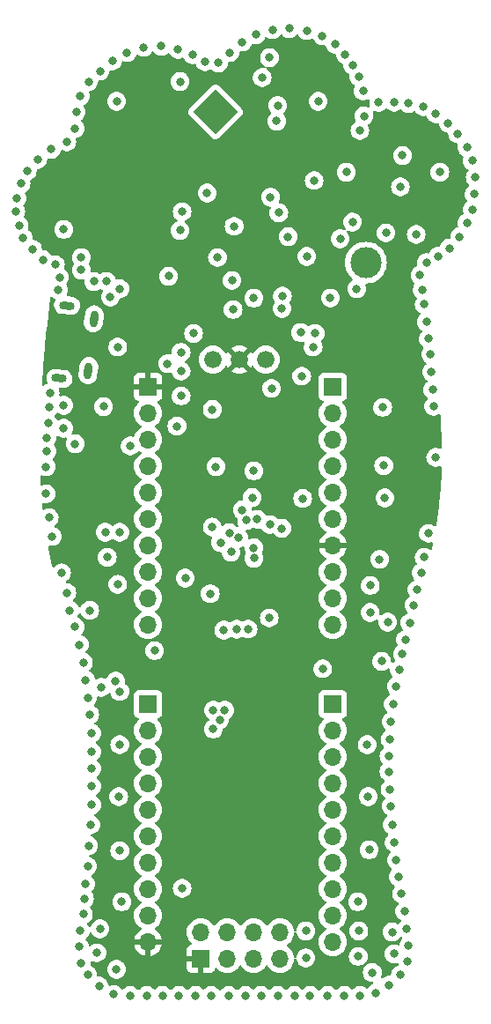
<source format=gbr>
%TF.GenerationSoftware,KiCad,Pcbnew,7.0.8*%
%TF.CreationDate,2024-06-06T10:31:45+02:00*%
%TF.ProjectId,BeerBoard,42656572-426f-4617-9264-2e6b69636164,rev?*%
%TF.SameCoordinates,Original*%
%TF.FileFunction,Copper,L3,Inr*%
%TF.FilePolarity,Positive*%
%FSLAX46Y46*%
G04 Gerber Fmt 4.6, Leading zero omitted, Abs format (unit mm)*
G04 Created by KiCad (PCBNEW 7.0.8) date 2024-06-06 10:31:45*
%MOMM*%
%LPD*%
G01*
G04 APERTURE LIST*
G04 Aperture macros list*
%AMHorizOval*
0 Thick line with rounded ends*
0 $1 width*
0 $2 $3 position (X,Y) of the first rounded end (center of the circle)*
0 $4 $5 position (X,Y) of the second rounded end (center of the circle)*
0 Add line between two ends*
20,1,$1,$2,$3,$4,$5,0*
0 Add two circle primitives to create the rounded ends*
1,1,$1,$2,$3*
1,1,$1,$4,$5*%
%AMRotRect*
0 Rectangle, with rotation*
0 The origin of the aperture is its center*
0 $1 length*
0 $2 width*
0 $3 Rotation angle, in degrees counterclockwise*
0 Add horizontal line*
21,1,$1,$2,0,0,$3*%
G04 Aperture macros list end*
%TA.AperFunction,ComponentPad*%
%ADD10RotRect,3.000000X3.000000X315.000000*%
%TD*%
%TA.AperFunction,ComponentPad*%
%ADD11C,3.000000*%
%TD*%
%TA.AperFunction,ComponentPad*%
%ADD12HorizOval,0.750000X-0.372946X0.039198X0.372946X-0.039198X0*%
%TD*%
%TA.AperFunction,ComponentPad*%
%ADD13HorizOval,0.800000X-0.041811X-0.397809X0.041811X0.397809X0*%
%TD*%
%TA.AperFunction,ComponentPad*%
%ADD14R,1.700000X1.700000*%
%TD*%
%TA.AperFunction,ComponentPad*%
%ADD15O,1.700000X1.700000*%
%TD*%
%TA.AperFunction,ComponentPad*%
%ADD16C,1.676400*%
%TD*%
%TA.AperFunction,ViaPad*%
%ADD17C,0.800000*%
%TD*%
G04 APERTURE END LIST*
D10*
%TO.N,+BATT*%
%TO.C,BT1*%
X132200000Y-76400000D03*
D11*
%TO.N,GND*%
X146688618Y-90888618D03*
%TD*%
D12*
%TO.N,unconnected-(J3-Shield-Pad6)*%
%TO.C,J3*%
X117921933Y-94998388D03*
D13*
X120500000Y-96300000D03*
X119977358Y-101272610D03*
D12*
X117185007Y-102009768D03*
%TD*%
D14*
%TO.N,PA15*%
%TO.C,J5*%
X143500000Y-133300000D03*
D15*
%TO.N,PB3*%
X143500000Y-135840000D03*
%TO.N,PB4*%
X143500000Y-138380000D03*
%TO.N,PB5*%
X143500000Y-140920000D03*
%TO.N,PB6*%
X143500000Y-143460000D03*
%TO.N,PB7*%
X143500000Y-146000000D03*
%TO.N,I2C_SDA*%
X143500000Y-148540000D03*
%TO.N,I2C_SCL*%
X143500000Y-151080000D03*
%TO.N,PA12*%
X143500000Y-153620000D03*
%TO.N,PA11*%
X143500000Y-156160000D03*
%TD*%
D16*
%TO.N,+3.3V*%
%TO.C,SW3*%
X131960000Y-100200000D03*
%TO.N,VDD*%
X134500000Y-100200000D03*
%TO.N,+BATT*%
X137040000Y-100200000D03*
%TD*%
D14*
%TO.N,VDD*%
%TO.C,J1*%
X125720000Y-102820000D03*
D15*
%TO.N,GND*%
X125720000Y-105360000D03*
X125720000Y-107900000D03*
%TO.N,PA0*%
X125720000Y-110440000D03*
%TO.N,PA1*%
X125720000Y-112980000D03*
%TO.N,PA2*%
X125720000Y-115520000D03*
%TO.N,NRST*%
X125720000Y-118060000D03*
%TO.N,PA3*%
X125720000Y-120600000D03*
%TO.N,PA4*%
X125720000Y-123140000D03*
%TO.N,PA5*%
X125720000Y-125680000D03*
%TD*%
D14*
%TO.N,PC13*%
%TO.C,J4*%
X143500000Y-102820000D03*
D15*
%TO.N,PC14*%
X143500000Y-105360000D03*
%TO.N,PC15*%
X143500000Y-107900000D03*
%TO.N,PB9*%
X143500000Y-110440000D03*
%TO.N,PB8*%
X143500000Y-112980000D03*
%TO.N,BOOT0*%
X143500000Y-115520000D03*
%TO.N,VDD*%
X143500000Y-118060000D03*
%TO.N,SWCLK*%
X143500000Y-120600000D03*
%TO.N,SWDIO*%
X143500000Y-123140000D03*
%TO.N,GND*%
X143500000Y-125680000D03*
%TD*%
D14*
%TO.N,VDD*%
%TO.C,J6*%
X130800000Y-157770000D03*
D15*
%TO.N,PB13*%
X130800000Y-155230000D03*
%TO.N,PB15*%
X133340000Y-157770000D03*
%TO.N,PB14*%
X133340000Y-155230000D03*
%TO.N,PA9*%
X135880000Y-157770000D03*
%TO.N,PA8*%
X135880000Y-155230000D03*
%TO.N,GND*%
X138420000Y-157770000D03*
%TO.N,PA10*%
X138420000Y-155230000D03*
%TD*%
D14*
%TO.N,PA6*%
%TO.C,J2*%
X125720000Y-133300000D03*
D15*
%TO.N,PA7*%
X125720000Y-135840000D03*
%TO.N,PB0*%
X125720000Y-138380000D03*
%TO.N,PB1*%
X125720000Y-140920000D03*
%TO.N,PB2*%
X125720000Y-143460000D03*
%TO.N,PB10*%
X125720000Y-146000000D03*
%TO.N,PB11*%
X125720000Y-148540000D03*
%TO.N,PB12*%
X125720000Y-151080000D03*
%TO.N,GND*%
X125720000Y-153620000D03*
%TO.N,VDD*%
X125720000Y-156160000D03*
%TD*%
D17*
%TO.N,PA11*%
X135899024Y-118294609D03*
%TO.N,PB1*%
X133700000Y-118700000D03*
%TO.N,GND*%
X116200000Y-104800000D03*
X150000000Y-159300000D03*
X117600000Y-104600000D03*
X154700000Y-89500000D03*
X123000000Y-147400000D03*
X135100000Y-161300000D03*
X113500000Y-83300000D03*
X147300000Y-159100000D03*
X133800000Y-92600000D03*
X144600000Y-161300000D03*
X150200000Y-128500000D03*
X153400000Y-76600000D03*
X146500000Y-76800000D03*
X152700000Y-116900000D03*
X116000000Y-109000000D03*
X121100000Y-72500000D03*
X123000000Y-116800000D03*
X138200000Y-75800000D03*
X117600000Y-106800000D03*
X153400000Y-109600000D03*
X117900000Y-122600000D03*
X120300000Y-136100000D03*
X119900000Y-159300000D03*
X150800000Y-75600000D03*
X149000000Y-141500000D03*
X139200000Y-88400000D03*
X143700000Y-69900000D03*
X149200000Y-155200000D03*
X138200000Y-161300000D03*
X144800000Y-82200000D03*
X119200000Y-74900000D03*
X119900000Y-148900000D03*
X143000000Y-161300000D03*
X116400000Y-80000000D03*
X128600000Y-70400000D03*
X144200000Y-88600000D03*
X120000000Y-146900000D03*
X122100000Y-94200000D03*
X117100000Y-93500000D03*
X148900000Y-139800000D03*
X117900000Y-79300000D03*
X124000000Y-161300000D03*
X119300000Y-91600000D03*
X119100000Y-127600000D03*
X125600000Y-161300000D03*
X132000000Y-135700000D03*
X141600000Y-99000000D03*
X144700000Y-70900000D03*
X147000000Y-147300000D03*
X120300000Y-143000000D03*
X146100000Y-161300000D03*
X119500000Y-129300000D03*
X114100000Y-82100000D03*
X134800000Y-69700000D03*
X132500000Y-71700000D03*
X149800000Y-149900000D03*
X145400000Y-71900000D03*
X146900000Y-142200000D03*
X129000000Y-151000000D03*
X148900000Y-138300000D03*
X148400000Y-110400000D03*
X121200000Y-131700000D03*
X131800000Y-161300000D03*
X120000000Y-73500000D03*
X128700000Y-161300000D03*
X149400000Y-146600000D03*
X118700000Y-78000000D03*
X153100000Y-103100000D03*
X113100000Y-84700000D03*
X149600000Y-148300000D03*
X118700000Y-125900000D03*
X152900000Y-99700000D03*
X153600000Y-90300000D03*
X138300000Y-86100000D03*
X116100000Y-106300000D03*
X150900000Y-125500000D03*
X117400000Y-120700000D03*
X131900000Y-116300000D03*
X118800000Y-76400000D03*
X131400000Y-84200000D03*
X146100000Y-78200000D03*
X122300000Y-71500000D03*
X140500000Y-101800000D03*
X120300000Y-137900000D03*
X149100000Y-135000000D03*
X149000000Y-136700000D03*
X120300000Y-141200000D03*
X121000000Y-160400000D03*
X132400000Y-90400000D03*
X152000000Y-120700000D03*
X140400000Y-97600000D03*
X149900000Y-130000000D03*
X156900000Y-81100000D03*
X138100000Y-77300000D03*
X152500000Y-96600000D03*
X139800000Y-161300000D03*
X129000000Y-86000000D03*
X133100000Y-133900000D03*
X123000000Y-93400000D03*
X147100000Y-124500000D03*
X147600000Y-161100000D03*
X150000000Y-83600000D03*
X115900000Y-113100000D03*
X146400000Y-74400000D03*
X148000000Y-119400000D03*
X127100000Y-161300000D03*
X137400000Y-71200000D03*
X150600000Y-154900000D03*
X133600000Y-70700000D03*
X133500000Y-161300000D03*
X123700000Y-70700000D03*
X157200000Y-82700000D03*
X149100000Y-143100000D03*
X120800000Y-157200000D03*
X119600000Y-152000000D03*
X120300000Y-139500000D03*
X145400000Y-87000000D03*
X157100000Y-84300000D03*
X147900000Y-75500000D03*
X119700000Y-150600000D03*
X125300000Y-70200000D03*
X141000000Y-90300000D03*
X118200000Y-124300000D03*
X119200000Y-155100000D03*
X124000000Y-108500000D03*
X150700000Y-158000000D03*
X128900000Y-99500000D03*
X156400000Y-87100000D03*
X132600000Y-134800000D03*
X128800000Y-73500000D03*
X150400000Y-153200000D03*
X140900000Y-155100000D03*
X122400000Y-161200000D03*
X154600000Y-77500000D03*
X150500000Y-127100000D03*
X120200000Y-144900000D03*
X123200000Y-152300000D03*
X122800000Y-121800000D03*
X120100000Y-134300000D03*
X149400000Y-75500000D03*
X128900000Y-101300000D03*
X142100000Y-75400000D03*
X149600000Y-131600000D03*
X123000000Y-137200000D03*
X149200000Y-144900000D03*
X150800000Y-156500000D03*
X141700000Y-83000000D03*
X148500000Y-113500000D03*
X116200000Y-115400000D03*
X121700000Y-92700000D03*
X115900000Y-110500000D03*
X146000000Y-73000000D03*
X134000000Y-87400000D03*
X132000000Y-133900000D03*
X115600000Y-90600000D03*
X153200000Y-104700000D03*
X152200000Y-75900000D03*
X117200000Y-92300000D03*
X113300000Y-87300000D03*
X150100000Y-151500000D03*
X119100000Y-156600000D03*
X128500000Y-106600000D03*
X152100000Y-93500000D03*
X149400000Y-157300000D03*
X140900000Y-157700000D03*
X141000000Y-68600000D03*
X116800000Y-91100000D03*
X152500000Y-90900000D03*
X138600000Y-95300000D03*
X151300000Y-123800000D03*
X151600000Y-122300000D03*
X156900000Y-85800000D03*
X152300000Y-94900000D03*
X122900000Y-142200000D03*
X148900000Y-160300000D03*
X119300000Y-90400000D03*
X113000000Y-86000000D03*
X116300000Y-103400000D03*
X147100000Y-121900000D03*
X133900000Y-95400000D03*
X119300000Y-158200000D03*
X139300000Y-68400000D03*
X135900000Y-94300000D03*
X136100000Y-69000000D03*
X131200000Y-71600000D03*
X128900000Y-103700000D03*
X149300000Y-133300000D03*
X113700000Y-88500000D03*
X119700000Y-131000000D03*
X136600000Y-161300000D03*
X152700000Y-98200000D03*
X130000000Y-70900000D03*
X146800000Y-137200000D03*
X123000000Y-132100000D03*
X119500000Y-153500000D03*
X116500000Y-117200000D03*
X137700000Y-68500000D03*
X120100000Y-124300000D03*
X150200000Y-80600000D03*
X141300000Y-161300000D03*
X119900000Y-132700000D03*
X155500000Y-78500000D03*
X115100000Y-81000000D03*
X145900000Y-152300000D03*
X127000000Y-70100000D03*
X156400000Y-79800000D03*
X152300000Y-119200000D03*
X131900000Y-105000000D03*
X153000000Y-101400000D03*
X151900000Y-92100000D03*
X114600000Y-89600000D03*
X155700000Y-88400000D03*
X121800000Y-119200000D03*
X116000000Y-107700000D03*
X142500000Y-69100000D03*
X130300000Y-161300000D03*
X120500000Y-92700000D03*
X137500000Y-84600000D03*
X153800000Y-82200000D03*
X148200000Y-129200000D03*
X122600000Y-131100000D03*
X136700000Y-73100000D03*
X141800000Y-97700000D03*
X146000000Y-155100000D03*
X148300000Y-104800000D03*
X122700000Y-75400000D03*
X118700000Y-108300000D03*
X127700000Y-92200000D03*
X117600000Y-87700000D03*
X121100000Y-154900000D03*
%TO.N,PA9*%
X135908280Y-119294068D03*
%TO.N,PB15*%
X137380792Y-125030792D03*
%TO.N,PB12*%
X135350000Y-126100000D03*
%TO.N,VDD*%
X136750000Y-108150000D03*
X137100000Y-150200000D03*
X135200000Y-122500000D03*
X138500000Y-147100000D03*
X151200000Y-109600000D03*
X133300000Y-105900000D03*
X121200000Y-108200000D03*
%TO.N,PA15*%
X140600000Y-113550000D03*
%TO.N,PB3*%
X138585916Y-116419484D03*
%TO.N,PB4*%
X137450000Y-116050000D03*
%TO.N,PB5*%
X136225434Y-115549500D03*
%TO.N,PB6*%
X135200000Y-115650000D03*
%TO.N,PB7*%
X134799500Y-114650000D03*
%TO.N,PA3*%
X130100000Y-97700000D03*
X127600000Y-100600000D03*
X128800000Y-87800000D03*
X121600000Y-116800000D03*
%TO.N,PA5*%
X132700000Y-117800000D03*
%TO.N,PA7*%
X129300000Y-121200000D03*
%TO.N,PB10*%
X131700000Y-122700000D03*
%TO.N,/OSC_IN*%
X134439548Y-117329593D03*
X134254977Y-126104977D03*
%TO.N,/OSC_OUT*%
X133000000Y-126200000D03*
X133554977Y-116854977D03*
%TO.N,PC13*%
X132250000Y-110500000D03*
%TO.N,PC14*%
X135900000Y-110900000D03*
%TO.N,PC15*%
X135750000Y-113463329D03*
%TO.N,Net-(D1-A)*%
X138645000Y-94105000D03*
%TO.N,Net-(D2-A)*%
X143260000Y-94290000D03*
%TO.N,Net-(D3-A)*%
X145800000Y-93400000D03*
%TO.N,Net-(D4-A)*%
X148620000Y-88030000D03*
%TO.N,Net-(D5-A)*%
X151525000Y-88175000D03*
%TO.N,Net-(D6-A)*%
X137610000Y-102980000D03*
%TO.N,Net-(D7-A)*%
X122800000Y-99000000D03*
%TO.N,Net-(D8-A)*%
X121440000Y-104720000D03*
%TO.N,Net-(D9-A)*%
X126350000Y-128170000D03*
%TO.N,Net-(D10-A)*%
X122690000Y-158790000D03*
%TO.N,Net-(D11-A)*%
X148780000Y-125430000D03*
%TO.N,Net-(D12-A)*%
X142530000Y-129910000D03*
%TO.N,Net-(D13-A)*%
X145950000Y-157550000D03*
%TD*%
%TA.AperFunction,Conductor*%
%TO.N,VDD*%
G36*
X140120464Y-68942888D02*
G01*
X140178512Y-68981775D01*
X140190658Y-68999179D01*
X140198441Y-69012660D01*
X140267467Y-69132216D01*
X140383553Y-69261142D01*
X140394129Y-69272888D01*
X140547265Y-69384148D01*
X140547270Y-69384151D01*
X140720192Y-69461142D01*
X140720197Y-69461144D01*
X140905354Y-69500500D01*
X140905355Y-69500500D01*
X141094644Y-69500500D01*
X141094646Y-69500500D01*
X141279803Y-69461144D01*
X141452730Y-69384151D01*
X141470593Y-69371172D01*
X141536398Y-69347691D01*
X141604452Y-69363515D01*
X141653148Y-69413620D01*
X141661410Y-69433169D01*
X141672816Y-69468274D01*
X141672821Y-69468284D01*
X141767467Y-69632216D01*
X141888412Y-69766539D01*
X141894129Y-69772888D01*
X142047265Y-69884148D01*
X142047270Y-69884151D01*
X142220192Y-69961142D01*
X142220197Y-69961144D01*
X142405354Y-70000500D01*
X142405355Y-70000500D01*
X142594644Y-70000500D01*
X142594646Y-70000500D01*
X142665798Y-69985376D01*
X142735464Y-69990692D01*
X142791198Y-70032829D01*
X142810519Y-70082425D01*
X142812976Y-70081903D01*
X142814326Y-70088257D01*
X142872818Y-70268277D01*
X142872821Y-70268284D01*
X142967467Y-70432216D01*
X143083553Y-70561142D01*
X143094129Y-70572888D01*
X143247265Y-70684148D01*
X143247270Y-70684151D01*
X143420192Y-70761142D01*
X143420197Y-70761144D01*
X143605354Y-70800500D01*
X143605355Y-70800500D01*
X143672432Y-70800500D01*
X143739471Y-70820185D01*
X143785226Y-70872989D01*
X143795752Y-70911535D01*
X143814326Y-71088256D01*
X143814327Y-71088259D01*
X143872818Y-71268277D01*
X143872820Y-71268281D01*
X143872821Y-71268284D01*
X143967467Y-71432216D01*
X144083553Y-71561142D01*
X144094129Y-71572888D01*
X144247265Y-71684148D01*
X144247270Y-71684151D01*
X144422856Y-71762328D01*
X144476093Y-71807578D01*
X144496414Y-71874427D01*
X144495741Y-71888563D01*
X144494540Y-71899994D01*
X144494540Y-71899997D01*
X144494540Y-71900000D01*
X144514326Y-72088256D01*
X144514327Y-72088259D01*
X144572818Y-72268277D01*
X144572821Y-72268284D01*
X144667467Y-72432216D01*
X144783553Y-72561142D01*
X144794129Y-72572888D01*
X144947265Y-72684148D01*
X144947266Y-72684148D01*
X144947270Y-72684151D01*
X145037367Y-72724265D01*
X145090604Y-72769515D01*
X145110925Y-72836364D01*
X145110252Y-72850505D01*
X145103816Y-72911740D01*
X145094540Y-73000000D01*
X145114326Y-73188256D01*
X145114327Y-73188259D01*
X145172818Y-73368277D01*
X145172821Y-73368284D01*
X145267467Y-73532216D01*
X145334360Y-73606508D01*
X145394129Y-73672888D01*
X145547265Y-73784148D01*
X145547267Y-73784149D01*
X145547270Y-73784151D01*
X145555492Y-73787811D01*
X145608727Y-73833060D01*
X145629049Y-73899909D01*
X145612443Y-73963089D01*
X145572820Y-74031718D01*
X145572818Y-74031722D01*
X145534335Y-74150162D01*
X145514326Y-74211744D01*
X145494540Y-74400000D01*
X145514326Y-74588256D01*
X145514327Y-74588259D01*
X145572818Y-74768277D01*
X145572821Y-74768284D01*
X145667467Y-74932216D01*
X145789533Y-75067784D01*
X145794129Y-75072888D01*
X145947265Y-75184148D01*
X145947270Y-75184151D01*
X146120192Y-75261142D01*
X146120197Y-75261144D01*
X146305354Y-75300500D01*
X146305355Y-75300500D01*
X146494644Y-75300500D01*
X146494646Y-75300500D01*
X146679803Y-75261144D01*
X146840124Y-75189763D01*
X146909370Y-75180478D01*
X146972647Y-75210106D01*
X147009861Y-75269241D01*
X147013878Y-75316004D01*
X147012361Y-75330436D01*
X146994540Y-75500000D01*
X147014326Y-75688256D01*
X147014327Y-75688259D01*
X147063123Y-75838440D01*
X147065118Y-75908282D01*
X147029037Y-75968114D01*
X146966336Y-75998942D01*
X146896922Y-75990977D01*
X146894756Y-75990037D01*
X146779806Y-75938857D01*
X146779802Y-75938855D01*
X146634001Y-75907865D01*
X146594646Y-75899500D01*
X146405354Y-75899500D01*
X146372897Y-75906398D01*
X146220197Y-75938855D01*
X146220192Y-75938857D01*
X146047270Y-76015848D01*
X146047265Y-76015851D01*
X145894129Y-76127111D01*
X145767466Y-76267785D01*
X145672821Y-76431715D01*
X145672818Y-76431722D01*
X145618304Y-76599500D01*
X145614326Y-76611744D01*
X145594540Y-76800000D01*
X145614326Y-76988256D01*
X145614327Y-76988259D01*
X145672818Y-77168277D01*
X145672820Y-77168281D01*
X145672821Y-77168284D01*
X145700283Y-77215849D01*
X145712442Y-77236910D01*
X145728913Y-77304810D01*
X145706061Y-77370837D01*
X145655495Y-77412186D01*
X145647269Y-77415848D01*
X145494129Y-77527111D01*
X145367466Y-77667785D01*
X145272821Y-77831715D01*
X145272818Y-77831722D01*
X145226951Y-77972888D01*
X145214326Y-78011744D01*
X145194540Y-78200000D01*
X145214326Y-78388256D01*
X145214327Y-78388259D01*
X145272818Y-78568277D01*
X145272821Y-78568284D01*
X145367467Y-78732216D01*
X145483553Y-78861142D01*
X145494129Y-78872888D01*
X145647265Y-78984148D01*
X145647270Y-78984151D01*
X145820192Y-79061142D01*
X145820197Y-79061144D01*
X146005354Y-79100500D01*
X146005355Y-79100500D01*
X146194644Y-79100500D01*
X146194646Y-79100500D01*
X146379803Y-79061144D01*
X146552730Y-78984151D01*
X146705871Y-78872888D01*
X146832533Y-78732216D01*
X146927179Y-78568284D01*
X146985674Y-78388256D01*
X147005460Y-78200000D01*
X146985674Y-78011744D01*
X146931112Y-77843823D01*
X146927181Y-77831722D01*
X146927180Y-77831721D01*
X146927179Y-77831716D01*
X146887556Y-77763087D01*
X146871084Y-77695190D01*
X146893936Y-77629163D01*
X146944509Y-77587810D01*
X146952730Y-77584151D01*
X147105871Y-77472888D01*
X147232533Y-77332216D01*
X147327179Y-77168284D01*
X147385674Y-76988256D01*
X147405460Y-76800000D01*
X147385674Y-76611744D01*
X147349528Y-76500500D01*
X147336876Y-76461559D01*
X147334881Y-76391718D01*
X147370961Y-76331885D01*
X147433662Y-76301057D01*
X147503077Y-76309022D01*
X147505156Y-76309924D01*
X147620197Y-76361144D01*
X147805354Y-76400500D01*
X147805355Y-76400500D01*
X147994644Y-76400500D01*
X147994646Y-76400500D01*
X148179803Y-76361144D01*
X148352730Y-76284151D01*
X148505871Y-76172888D01*
X148557851Y-76115158D01*
X148617336Y-76078510D01*
X148687193Y-76079840D01*
X148742148Y-76115158D01*
X148789977Y-76168277D01*
X148794129Y-76172888D01*
X148947265Y-76284148D01*
X148947270Y-76284151D01*
X149120192Y-76361142D01*
X149120197Y-76361144D01*
X149305354Y-76400500D01*
X149305355Y-76400500D01*
X149494644Y-76400500D01*
X149494646Y-76400500D01*
X149679803Y-76361144D01*
X149852730Y-76284151D01*
X149974922Y-76195373D01*
X150040724Y-76171895D01*
X150108778Y-76187720D01*
X150139951Y-76212718D01*
X150194129Y-76272888D01*
X150194132Y-76272890D01*
X150347265Y-76384148D01*
X150347270Y-76384151D01*
X150520192Y-76461142D01*
X150520197Y-76461144D01*
X150705354Y-76500500D01*
X150705355Y-76500500D01*
X150894644Y-76500500D01*
X150894646Y-76500500D01*
X151079803Y-76461144D01*
X151252730Y-76384151D01*
X151273045Y-76369390D01*
X151338848Y-76345911D01*
X151406903Y-76361735D01*
X151453316Y-76407708D01*
X151467463Y-76432211D01*
X151467465Y-76432214D01*
X151594129Y-76572888D01*
X151747265Y-76684148D01*
X151747270Y-76684151D01*
X151920192Y-76761142D01*
X151920197Y-76761144D01*
X152105354Y-76800500D01*
X152105355Y-76800500D01*
X152294644Y-76800500D01*
X152294646Y-76800500D01*
X152394647Y-76779244D01*
X152464312Y-76784560D01*
X152520045Y-76826697D01*
X152538357Y-76862216D01*
X152572818Y-76968277D01*
X152572821Y-76968284D01*
X152667467Y-77132216D01*
X152699943Y-77168284D01*
X152794129Y-77272888D01*
X152947265Y-77384148D01*
X152947270Y-77384151D01*
X153120192Y-77461142D01*
X153120197Y-77461144D01*
X153305354Y-77500500D01*
X153305355Y-77500500D01*
X153494644Y-77500500D01*
X153494646Y-77500500D01*
X153555518Y-77487561D01*
X153625182Y-77492877D01*
X153680916Y-77535013D01*
X153704618Y-77595889D01*
X153714326Y-77688256D01*
X153714327Y-77688259D01*
X153772818Y-77868277D01*
X153772821Y-77868284D01*
X153867467Y-78032216D01*
X153983553Y-78161142D01*
X153994129Y-78172888D01*
X154147265Y-78284148D01*
X154147270Y-78284151D01*
X154320192Y-78361142D01*
X154320193Y-78361142D01*
X154320197Y-78361144D01*
X154497757Y-78398885D01*
X154559239Y-78432077D01*
X154593016Y-78493240D01*
X154595298Y-78507213D01*
X154614326Y-78688256D01*
X154614327Y-78688259D01*
X154672818Y-78868277D01*
X154672821Y-78868284D01*
X154767467Y-79032216D01*
X154894129Y-79172888D01*
X155047265Y-79284148D01*
X155047270Y-79284151D01*
X155220192Y-79361142D01*
X155220197Y-79361144D01*
X155405354Y-79400500D01*
X155412292Y-79400500D01*
X155479331Y-79420185D01*
X155525086Y-79472989D01*
X155535030Y-79542147D01*
X155530223Y-79562818D01*
X155526499Y-79574281D01*
X155514326Y-79611744D01*
X155494540Y-79800000D01*
X155514326Y-79988256D01*
X155514327Y-79988259D01*
X155572818Y-80168277D01*
X155572821Y-80168284D01*
X155667467Y-80332216D01*
X155699937Y-80368277D01*
X155794129Y-80472888D01*
X155947265Y-80584148D01*
X155947270Y-80584151D01*
X155996844Y-80606223D01*
X156050081Y-80651473D01*
X156070402Y-80718322D01*
X156064339Y-80757820D01*
X156019300Y-80896437D01*
X156014326Y-80911744D01*
X155994540Y-81100000D01*
X156014326Y-81288256D01*
X156014327Y-81288259D01*
X156072818Y-81468277D01*
X156072821Y-81468284D01*
X156167467Y-81632216D01*
X156294129Y-81772888D01*
X156447265Y-81884148D01*
X156447270Y-81884151D01*
X156488073Y-81902318D01*
X156541310Y-81947568D01*
X156561631Y-82014418D01*
X156542585Y-82081641D01*
X156529788Y-82098568D01*
X156467466Y-82167785D01*
X156372821Y-82331715D01*
X156372818Y-82331722D01*
X156328609Y-82467785D01*
X156314326Y-82511744D01*
X156294540Y-82700000D01*
X156314326Y-82888256D01*
X156314327Y-82888259D01*
X156372818Y-83068277D01*
X156372821Y-83068284D01*
X156467467Y-83232216D01*
X156589977Y-83368277D01*
X156598478Y-83377718D01*
X156596967Y-83379078D01*
X156628585Y-83430407D01*
X156627250Y-83500264D01*
X156588359Y-83558310D01*
X156581848Y-83563380D01*
X156494127Y-83627113D01*
X156367466Y-83767785D01*
X156272821Y-83931715D01*
X156272818Y-83931722D01*
X156222103Y-84087809D01*
X156214326Y-84111744D01*
X156194540Y-84300000D01*
X156214326Y-84488256D01*
X156214327Y-84488259D01*
X156272818Y-84668277D01*
X156272821Y-84668284D01*
X156367467Y-84832216D01*
X156406832Y-84875935D01*
X156437062Y-84938926D01*
X156428437Y-85008261D01*
X156387567Y-85059225D01*
X156294129Y-85127111D01*
X156167466Y-85267785D01*
X156072821Y-85431715D01*
X156072818Y-85431722D01*
X156028609Y-85567785D01*
X156014326Y-85611744D01*
X155994540Y-85800000D01*
X156014326Y-85988256D01*
X156014327Y-85988259D01*
X156064338Y-86142179D01*
X156066333Y-86212020D01*
X156030252Y-86271853D01*
X155996845Y-86293776D01*
X155947266Y-86315850D01*
X155794129Y-86427111D01*
X155667466Y-86567785D01*
X155572821Y-86731715D01*
X155572818Y-86731722D01*
X155514327Y-86911740D01*
X155514326Y-86911744D01*
X155494540Y-87100000D01*
X155514326Y-87288256D01*
X155514327Y-87288259D01*
X155541853Y-87372976D01*
X155543848Y-87442817D01*
X155507768Y-87502650D01*
X155449703Y-87532584D01*
X155420197Y-87538855D01*
X155420192Y-87538857D01*
X155247270Y-87615848D01*
X155247265Y-87615851D01*
X155094129Y-87727111D01*
X154967466Y-87867785D01*
X154872821Y-88031715D01*
X154872818Y-88031722D01*
X154817952Y-88200583D01*
X154814326Y-88211744D01*
X154801664Y-88332216D01*
X154794540Y-88400000D01*
X154801113Y-88462539D01*
X154788543Y-88531269D01*
X154740811Y-88582292D01*
X154677792Y-88599500D01*
X154605354Y-88599500D01*
X154580292Y-88604827D01*
X154420197Y-88638855D01*
X154420192Y-88638857D01*
X154247270Y-88715848D01*
X154247265Y-88715851D01*
X154094129Y-88827111D01*
X153967466Y-88967785D01*
X153872821Y-89131715D01*
X153872818Y-89131722D01*
X153813652Y-89313818D01*
X153774214Y-89371494D01*
X153709856Y-89398692D01*
X153695721Y-89399500D01*
X153694646Y-89399500D01*
X153505354Y-89399500D01*
X153472897Y-89406398D01*
X153320197Y-89438855D01*
X153320192Y-89438857D01*
X153147270Y-89515848D01*
X153147265Y-89515851D01*
X152994129Y-89627111D01*
X152867466Y-89767785D01*
X152772818Y-89931720D01*
X152770682Y-89936518D01*
X152725426Y-89989750D01*
X152658574Y-90010065D01*
X152631630Y-90007361D01*
X152594646Y-89999500D01*
X152405354Y-89999500D01*
X152372897Y-90006398D01*
X152220197Y-90038855D01*
X152220192Y-90038857D01*
X152047270Y-90115848D01*
X152047265Y-90115851D01*
X151894129Y-90227111D01*
X151767466Y-90367785D01*
X151672821Y-90531715D01*
X151672818Y-90531722D01*
X151628449Y-90668277D01*
X151614326Y-90711744D01*
X151594540Y-90900000D01*
X151614326Y-91088256D01*
X151614327Y-91088259D01*
X151623315Y-91115921D01*
X151625310Y-91185762D01*
X151589230Y-91245595D01*
X151555821Y-91267518D01*
X151447267Y-91315850D01*
X151447265Y-91315851D01*
X151294129Y-91427111D01*
X151167466Y-91567785D01*
X151072821Y-91731715D01*
X151072818Y-91731722D01*
X151014327Y-91911740D01*
X151014326Y-91911744D01*
X150994540Y-92100000D01*
X151014326Y-92288256D01*
X151014327Y-92288259D01*
X151072818Y-92468277D01*
X151072821Y-92468284D01*
X151167467Y-92632216D01*
X151240192Y-92712985D01*
X151294128Y-92772887D01*
X151334739Y-92802393D01*
X151377404Y-92857724D01*
X151383383Y-92927337D01*
X151369241Y-92964710D01*
X151272820Y-93131718D01*
X151272818Y-93131722D01*
X151226951Y-93272888D01*
X151214326Y-93311744D01*
X151194540Y-93500000D01*
X151214326Y-93688256D01*
X151214327Y-93688259D01*
X151272818Y-93868277D01*
X151272821Y-93868284D01*
X151367467Y-94032216D01*
X151439071Y-94111740D01*
X151494128Y-94172887D01*
X151534739Y-94202393D01*
X151577404Y-94257724D01*
X151583383Y-94327337D01*
X151569241Y-94364710D01*
X151472820Y-94531718D01*
X151472818Y-94531722D01*
X151431696Y-94658284D01*
X151414326Y-94711744D01*
X151394540Y-94900000D01*
X151414326Y-95088256D01*
X151414327Y-95088259D01*
X151472818Y-95268277D01*
X151472821Y-95268284D01*
X151567467Y-95432216D01*
X151654763Y-95529168D01*
X151694129Y-95572888D01*
X151847265Y-95684148D01*
X151847267Y-95684149D01*
X151847270Y-95684151D01*
X151887466Y-95702047D01*
X151940700Y-95747295D01*
X151961022Y-95814144D01*
X151941977Y-95881368D01*
X151909917Y-95915641D01*
X151894127Y-95927113D01*
X151767466Y-96067785D01*
X151672821Y-96231715D01*
X151672818Y-96231722D01*
X151614327Y-96411740D01*
X151614326Y-96411744D01*
X151594540Y-96600000D01*
X151614326Y-96788256D01*
X151614327Y-96788259D01*
X151672818Y-96968277D01*
X151672821Y-96968284D01*
X151767467Y-97132216D01*
X151857063Y-97231722D01*
X151894129Y-97272888D01*
X152041999Y-97380322D01*
X152084665Y-97435652D01*
X152090644Y-97505265D01*
X152061264Y-97563612D01*
X151967466Y-97667785D01*
X151872821Y-97831715D01*
X151872818Y-97831722D01*
X151828449Y-97968277D01*
X151814326Y-98011744D01*
X151794540Y-98200000D01*
X151814326Y-98388256D01*
X151814327Y-98388259D01*
X151872818Y-98568277D01*
X151872821Y-98568284D01*
X151967467Y-98732216D01*
X152094129Y-98872888D01*
X152187569Y-98940776D01*
X152230233Y-98996103D01*
X152236212Y-99065717D01*
X152206833Y-99124063D01*
X152167466Y-99167785D01*
X152072821Y-99331715D01*
X152072818Y-99331722D01*
X152018142Y-99500000D01*
X152014326Y-99511744D01*
X151994540Y-99700000D01*
X152014326Y-99888256D01*
X152014327Y-99888259D01*
X152072818Y-100068277D01*
X152072821Y-100068284D01*
X152167467Y-100232216D01*
X152294129Y-100372888D01*
X152384927Y-100438856D01*
X152449827Y-100486009D01*
X152492492Y-100541339D01*
X152498471Y-100610952D01*
X152465865Y-100672747D01*
X152449827Y-100686645D01*
X152394127Y-100727113D01*
X152267466Y-100867785D01*
X152172821Y-101031715D01*
X152172818Y-101031722D01*
X152114327Y-101211740D01*
X152114326Y-101211744D01*
X152094540Y-101400000D01*
X152114326Y-101588256D01*
X152114327Y-101588259D01*
X152172818Y-101768277D01*
X152172821Y-101768284D01*
X152267467Y-101932216D01*
X152394129Y-102072888D01*
X152463309Y-102123150D01*
X152549827Y-102186009D01*
X152592492Y-102241339D01*
X152598471Y-102310952D01*
X152565865Y-102372747D01*
X152549827Y-102386645D01*
X152494127Y-102427113D01*
X152367466Y-102567785D01*
X152272821Y-102731715D01*
X152272818Y-102731722D01*
X152218179Y-102899885D01*
X152214326Y-102911744D01*
X152194540Y-103100000D01*
X152214326Y-103288256D01*
X152214327Y-103288259D01*
X152272818Y-103468277D01*
X152272821Y-103468284D01*
X152367467Y-103632216D01*
X152463487Y-103738857D01*
X152494129Y-103772888D01*
X152581847Y-103836619D01*
X152624513Y-103891949D01*
X152630492Y-103961562D01*
X152598460Y-104022267D01*
X152598477Y-104022282D01*
X152598419Y-104022345D01*
X152597886Y-104023357D01*
X152595053Y-104026083D01*
X152467466Y-104167785D01*
X152372821Y-104331715D01*
X152372818Y-104331722D01*
X152321846Y-104488599D01*
X152314326Y-104511744D01*
X152294540Y-104700000D01*
X152314326Y-104888256D01*
X152314327Y-104888259D01*
X152372818Y-105068277D01*
X152372821Y-105068284D01*
X152467467Y-105232216D01*
X152542565Y-105315620D01*
X152594129Y-105372888D01*
X152747265Y-105484148D01*
X152747270Y-105484151D01*
X152920192Y-105561142D01*
X152920197Y-105561144D01*
X153105354Y-105600500D01*
X153105355Y-105600500D01*
X153294644Y-105600500D01*
X153294646Y-105600500D01*
X153479803Y-105561144D01*
X153652730Y-105484151D01*
X153688333Y-105458283D01*
X153754136Y-105434804D01*
X153822190Y-105450628D01*
X153870886Y-105500733D01*
X153885088Y-105552947D01*
X153890035Y-105661314D01*
X153936380Y-108660239D01*
X153917734Y-108727575D01*
X153865643Y-108774140D01*
X153796647Y-108785151D01*
X153761959Y-108775434D01*
X153679807Y-108738857D01*
X153679802Y-108738855D01*
X153534001Y-108707865D01*
X153494646Y-108699500D01*
X153305354Y-108699500D01*
X153272897Y-108706398D01*
X153120197Y-108738855D01*
X153120192Y-108738857D01*
X152947270Y-108815848D01*
X152947265Y-108815851D01*
X152794129Y-108927111D01*
X152667466Y-109067785D01*
X152572821Y-109231715D01*
X152572818Y-109231722D01*
X152514327Y-109411740D01*
X152514326Y-109411744D01*
X152494540Y-109600000D01*
X152514326Y-109788256D01*
X152514327Y-109788259D01*
X152572818Y-109968277D01*
X152572821Y-109968284D01*
X152667467Y-110132216D01*
X152739071Y-110211740D01*
X152794129Y-110272888D01*
X152947265Y-110384148D01*
X152947270Y-110384151D01*
X153120192Y-110461142D01*
X153120197Y-110461144D01*
X153305354Y-110500500D01*
X153305355Y-110500500D01*
X153494644Y-110500500D01*
X153494646Y-110500500D01*
X153679803Y-110461144D01*
X153789910Y-110412120D01*
X153859156Y-110402835D01*
X153922433Y-110432463D01*
X153959647Y-110491597D01*
X153964312Y-110528193D01*
X153962259Y-110619327D01*
X153935534Y-111614859D01*
X153916270Y-112012385D01*
X153869446Y-112774377D01*
X153839897Y-113171235D01*
X153744439Y-114163494D01*
X153733126Y-114275997D01*
X153732688Y-114279403D01*
X153446172Y-116105987D01*
X153416337Y-116169166D01*
X153357080Y-116206185D01*
X153287216Y-116205292D01*
X153250785Y-116187089D01*
X153152734Y-116115851D01*
X153152729Y-116115848D01*
X152979807Y-116038857D01*
X152979802Y-116038855D01*
X152834001Y-116007865D01*
X152794646Y-115999500D01*
X152605354Y-115999500D01*
X152572897Y-116006398D01*
X152420197Y-116038855D01*
X152420192Y-116038857D01*
X152247270Y-116115848D01*
X152247265Y-116115851D01*
X152094129Y-116227111D01*
X151967466Y-116367785D01*
X151872821Y-116531715D01*
X151872818Y-116531722D01*
X151820080Y-116694035D01*
X151814326Y-116711744D01*
X151794540Y-116900000D01*
X151814326Y-117088256D01*
X151814327Y-117088259D01*
X151872818Y-117268277D01*
X151872821Y-117268284D01*
X151967467Y-117432216D01*
X152044572Y-117517849D01*
X152094129Y-117572888D01*
X152247265Y-117684148D01*
X152247270Y-117684151D01*
X152420192Y-117761142D01*
X152420197Y-117761144D01*
X152605354Y-117800500D01*
X152605355Y-117800500D01*
X152794644Y-117800500D01*
X152794646Y-117800500D01*
X152979803Y-117761144D01*
X152993800Y-117754911D01*
X153063050Y-117745626D01*
X153126327Y-117775254D01*
X153163541Y-117834389D01*
X153166739Y-117887407D01*
X153081382Y-118431569D01*
X153051547Y-118494748D01*
X152992290Y-118531767D01*
X152922426Y-118530874D01*
X152885995Y-118512671D01*
X152752734Y-118415851D01*
X152752729Y-118415848D01*
X152579807Y-118338857D01*
X152579802Y-118338855D01*
X152434001Y-118307865D01*
X152394646Y-118299500D01*
X152205354Y-118299500D01*
X152172897Y-118306398D01*
X152020197Y-118338855D01*
X152020192Y-118338857D01*
X151847270Y-118415848D01*
X151847265Y-118415851D01*
X151694129Y-118527111D01*
X151567466Y-118667785D01*
X151472821Y-118831715D01*
X151472818Y-118831722D01*
X151414327Y-119011740D01*
X151414326Y-119011744D01*
X151394540Y-119200000D01*
X151414326Y-119388256D01*
X151414327Y-119388259D01*
X151472818Y-119568277D01*
X151472821Y-119568284D01*
X151567466Y-119732215D01*
X151571285Y-119737471D01*
X151570261Y-119738214D01*
X151597514Y-119795008D01*
X151588887Y-119864343D01*
X151548020Y-119915303D01*
X151394127Y-120027113D01*
X151267466Y-120167785D01*
X151172821Y-120331715D01*
X151172818Y-120331722D01*
X151114327Y-120511740D01*
X151114326Y-120511744D01*
X151094540Y-120700000D01*
X151114326Y-120888256D01*
X151114327Y-120888259D01*
X151172818Y-121068277D01*
X151172821Y-121068284D01*
X151267467Y-121232216D01*
X151283142Y-121249625D01*
X151301171Y-121269649D01*
X151331400Y-121332641D01*
X151322774Y-121401976D01*
X151278032Y-121455641D01*
X151259457Y-121465899D01*
X151147267Y-121515850D01*
X151147265Y-121515851D01*
X150994129Y-121627111D01*
X150867466Y-121767785D01*
X150772821Y-121931715D01*
X150772818Y-121931722D01*
X150715003Y-122109659D01*
X150714326Y-122111744D01*
X150694540Y-122300000D01*
X150714326Y-122488256D01*
X150714327Y-122488259D01*
X150772818Y-122668277D01*
X150772821Y-122668284D01*
X150867466Y-122832215D01*
X150871285Y-122837471D01*
X150870261Y-122838214D01*
X150897514Y-122895008D01*
X150888887Y-122964343D01*
X150848020Y-123015303D01*
X150694127Y-123127113D01*
X150567466Y-123267785D01*
X150472821Y-123431715D01*
X150472818Y-123431722D01*
X150416951Y-123603664D01*
X150414326Y-123611744D01*
X150394540Y-123800000D01*
X150414326Y-123988256D01*
X150414327Y-123988259D01*
X150472818Y-124168277D01*
X150472821Y-124168284D01*
X150567467Y-124332216D01*
X150590596Y-124357903D01*
X150665444Y-124441031D01*
X150695674Y-124504023D01*
X150687049Y-124573358D01*
X150642307Y-124627023D01*
X150623730Y-124637282D01*
X150447270Y-124715848D01*
X150447265Y-124715851D01*
X150294129Y-124827111D01*
X150167466Y-124967785D01*
X150072821Y-125131715D01*
X150072818Y-125131722D01*
X150020226Y-125293586D01*
X150014326Y-125311744D01*
X149994540Y-125500000D01*
X150014326Y-125688256D01*
X150014327Y-125688259D01*
X150072818Y-125868277D01*
X150072821Y-125868284D01*
X150167467Y-126032216D01*
X150183142Y-126049625D01*
X150201171Y-126069649D01*
X150231400Y-126132641D01*
X150222774Y-126201976D01*
X150178032Y-126255641D01*
X150159457Y-126265899D01*
X150047267Y-126315850D01*
X150047265Y-126315851D01*
X149894129Y-126427111D01*
X149767466Y-126567785D01*
X149672821Y-126731715D01*
X149672818Y-126731722D01*
X149621675Y-126889125D01*
X149614326Y-126911744D01*
X149594540Y-127100000D01*
X149614326Y-127288256D01*
X149614327Y-127288259D01*
X149672818Y-127468277D01*
X149672820Y-127468281D01*
X149672821Y-127468284D01*
X149689465Y-127497112D01*
X149739690Y-127584105D01*
X149756162Y-127652005D01*
X149733309Y-127718032D01*
X149705188Y-127746422D01*
X149594127Y-127827113D01*
X149467466Y-127967785D01*
X149372821Y-128131715D01*
X149372818Y-128131722D01*
X149321557Y-128289488D01*
X149314326Y-128311744D01*
X149294540Y-128500000D01*
X149314326Y-128688256D01*
X149314327Y-128688259D01*
X149372818Y-128868277D01*
X149372821Y-128868284D01*
X149467466Y-129032215D01*
X149471285Y-129037471D01*
X149470261Y-129038214D01*
X149497514Y-129095008D01*
X149488887Y-129164343D01*
X149448020Y-129215303D01*
X149300715Y-129322327D01*
X149234908Y-129345807D01*
X149166854Y-129329982D01*
X149118159Y-129279876D01*
X149104284Y-129211398D01*
X149104502Y-129209111D01*
X149105460Y-129200000D01*
X149085674Y-129011744D01*
X149027179Y-128831716D01*
X148932533Y-128667784D01*
X148805871Y-128527112D01*
X148790369Y-128515849D01*
X148652734Y-128415851D01*
X148652729Y-128415848D01*
X148479807Y-128338857D01*
X148479802Y-128338855D01*
X148334001Y-128307865D01*
X148294646Y-128299500D01*
X148105354Y-128299500D01*
X148072897Y-128306398D01*
X147920197Y-128338855D01*
X147920192Y-128338857D01*
X147747270Y-128415848D01*
X147747265Y-128415851D01*
X147594129Y-128527111D01*
X147467466Y-128667785D01*
X147372821Y-128831715D01*
X147372818Y-128831722D01*
X147340325Y-128931727D01*
X147314326Y-129011744D01*
X147294540Y-129200000D01*
X147314326Y-129388256D01*
X147314327Y-129388259D01*
X147372818Y-129568277D01*
X147372821Y-129568284D01*
X147467467Y-129732216D01*
X147539075Y-129811744D01*
X147594129Y-129872888D01*
X147747265Y-129984148D01*
X147747270Y-129984151D01*
X147920192Y-130061142D01*
X147920197Y-130061144D01*
X148105354Y-130100500D01*
X148105355Y-130100500D01*
X148294644Y-130100500D01*
X148294646Y-130100500D01*
X148479803Y-130061144D01*
X148652730Y-129984151D01*
X148799288Y-129877670D01*
X148865090Y-129854192D01*
X148933144Y-129870017D01*
X148981839Y-129920123D01*
X148995715Y-129988601D01*
X148995491Y-129990949D01*
X148994540Y-130000000D01*
X149014326Y-130188256D01*
X149014327Y-130188259D01*
X149072818Y-130368277D01*
X149072821Y-130368284D01*
X149167467Y-130532216D01*
X149229788Y-130601430D01*
X149260018Y-130664421D01*
X149251393Y-130733756D01*
X149206652Y-130787422D01*
X149188075Y-130797681D01*
X149147267Y-130815850D01*
X149147265Y-130815851D01*
X148994129Y-130927111D01*
X148867466Y-131067785D01*
X148772821Y-131231715D01*
X148772818Y-131231722D01*
X148714327Y-131411740D01*
X148714326Y-131411744D01*
X148694540Y-131600000D01*
X148714326Y-131788256D01*
X148714327Y-131788259D01*
X148772818Y-131968277D01*
X148772821Y-131968284D01*
X148867467Y-132132216D01*
X148899493Y-132167784D01*
X148994061Y-132272813D01*
X149024291Y-132335804D01*
X149015666Y-132405140D01*
X148970924Y-132458805D01*
X148952348Y-132469064D01*
X148847267Y-132515850D01*
X148847265Y-132515851D01*
X148694129Y-132627111D01*
X148567466Y-132767785D01*
X148472821Y-132931715D01*
X148472818Y-132931722D01*
X148428449Y-133068277D01*
X148414326Y-133111744D01*
X148394540Y-133300000D01*
X148414326Y-133488256D01*
X148414327Y-133488259D01*
X148472818Y-133668277D01*
X148472821Y-133668284D01*
X148567467Y-133832216D01*
X148694129Y-133972888D01*
X148709914Y-133984356D01*
X148752579Y-134039686D01*
X148758558Y-134109300D01*
X148725952Y-134171095D01*
X148687465Y-134197953D01*
X148647267Y-134215850D01*
X148647265Y-134215851D01*
X148494129Y-134327111D01*
X148367466Y-134467785D01*
X148272821Y-134631715D01*
X148272818Y-134631722D01*
X148218143Y-134799996D01*
X148214326Y-134811744D01*
X148194540Y-135000000D01*
X148214326Y-135188256D01*
X148214327Y-135188259D01*
X148272818Y-135368277D01*
X148272821Y-135368284D01*
X148367467Y-135532216D01*
X148479779Y-135656951D01*
X148494129Y-135672888D01*
X148549826Y-135713354D01*
X148592492Y-135768683D01*
X148598471Y-135838297D01*
X148565866Y-135900092D01*
X148549827Y-135913990D01*
X148394127Y-136027113D01*
X148267466Y-136167785D01*
X148172821Y-136331715D01*
X148172818Y-136331722D01*
X148114327Y-136511740D01*
X148114326Y-136511744D01*
X148094540Y-136700000D01*
X148114326Y-136888256D01*
X148114327Y-136888259D01*
X148172818Y-137068277D01*
X148172821Y-137068284D01*
X148267467Y-137232216D01*
X148389533Y-137367784D01*
X148398478Y-137377718D01*
X148396967Y-137379078D01*
X148428585Y-137430407D01*
X148427250Y-137500264D01*
X148388359Y-137558310D01*
X148381848Y-137563380D01*
X148294127Y-137627113D01*
X148167466Y-137767785D01*
X148072821Y-137931715D01*
X148072818Y-137931722D01*
X148017979Y-138100500D01*
X148014326Y-138111744D01*
X147994540Y-138300000D01*
X148014326Y-138488256D01*
X148014327Y-138488259D01*
X148072818Y-138668277D01*
X148072821Y-138668284D01*
X148167466Y-138832215D01*
X148288851Y-138967028D01*
X148319081Y-139030020D01*
X148310455Y-139099355D01*
X148288851Y-139132972D01*
X148167466Y-139267784D01*
X148072821Y-139431715D01*
X148072818Y-139431722D01*
X148029467Y-139565145D01*
X148014326Y-139611744D01*
X147994540Y-139800000D01*
X148014326Y-139988256D01*
X148014327Y-139988259D01*
X148072818Y-140168277D01*
X148072821Y-140168284D01*
X148167467Y-140332216D01*
X148242771Y-140415849D01*
X148279224Y-140456335D01*
X148294129Y-140472888D01*
X148368761Y-140527111D01*
X148449827Y-140586009D01*
X148492492Y-140641339D01*
X148498471Y-140710952D01*
X148465865Y-140772747D01*
X148449827Y-140786645D01*
X148394127Y-140827113D01*
X148267466Y-140967785D01*
X148172821Y-141131715D01*
X148172818Y-141131722D01*
X148118304Y-141299500D01*
X148114326Y-141311744D01*
X148094540Y-141500000D01*
X148114326Y-141688256D01*
X148114327Y-141688259D01*
X148172818Y-141868277D01*
X148172821Y-141868284D01*
X148267467Y-142032216D01*
X148389278Y-142167500D01*
X148394129Y-142172888D01*
X148481847Y-142236619D01*
X148524513Y-142291949D01*
X148530492Y-142361562D01*
X148498460Y-142422267D01*
X148498477Y-142422282D01*
X148498419Y-142422345D01*
X148497886Y-142423357D01*
X148495053Y-142426083D01*
X148367466Y-142567785D01*
X148272821Y-142731715D01*
X148272818Y-142731722D01*
X148226951Y-142872888D01*
X148214326Y-142911744D01*
X148194540Y-143100000D01*
X148214326Y-143288256D01*
X148214327Y-143288259D01*
X148272818Y-143468277D01*
X148272821Y-143468284D01*
X148367467Y-143632216D01*
X148494129Y-143772888D01*
X148647265Y-143884148D01*
X148647266Y-143884148D01*
X148647270Y-143884151D01*
X148710801Y-143912437D01*
X148764038Y-143957687D01*
X148784359Y-144024536D01*
X148765314Y-144091760D01*
X148733251Y-144126034D01*
X148594127Y-144227113D01*
X148467466Y-144367785D01*
X148372821Y-144531715D01*
X148372818Y-144531722D01*
X148315705Y-144707500D01*
X148314326Y-144711744D01*
X148294540Y-144900000D01*
X148314326Y-145088256D01*
X148314327Y-145088259D01*
X148372818Y-145268277D01*
X148372821Y-145268284D01*
X148467467Y-145432216D01*
X148561218Y-145536337D01*
X148594129Y-145572888D01*
X148747265Y-145684148D01*
X148747267Y-145684149D01*
X148747270Y-145684151D01*
X148787466Y-145702047D01*
X148840700Y-145747295D01*
X148861022Y-145814144D01*
X148841977Y-145881368D01*
X148809917Y-145915641D01*
X148794127Y-145927113D01*
X148667466Y-146067785D01*
X148572821Y-146231715D01*
X148572818Y-146231722D01*
X148528609Y-146367785D01*
X148514326Y-146411744D01*
X148494540Y-146600000D01*
X148514326Y-146788256D01*
X148514327Y-146788259D01*
X148572818Y-146968277D01*
X148572821Y-146968284D01*
X148667467Y-147132216D01*
X148789977Y-147268277D01*
X148794129Y-147272888D01*
X148947265Y-147384148D01*
X148947267Y-147384149D01*
X148947270Y-147384151D01*
X148987466Y-147402047D01*
X149040700Y-147447295D01*
X149061022Y-147514144D01*
X149041977Y-147581368D01*
X149009917Y-147615641D01*
X148994127Y-147627113D01*
X148867466Y-147767785D01*
X148772821Y-147931715D01*
X148772818Y-147931722D01*
X148714327Y-148111740D01*
X148714326Y-148111744D01*
X148694540Y-148300000D01*
X148714326Y-148488256D01*
X148714327Y-148488259D01*
X148772818Y-148668277D01*
X148772821Y-148668284D01*
X148867467Y-148832216D01*
X148994129Y-148972888D01*
X149141999Y-149080322D01*
X149184665Y-149135652D01*
X149190644Y-149205265D01*
X149161264Y-149263612D01*
X149067466Y-149367785D01*
X148972821Y-149531715D01*
X148972818Y-149531722D01*
X148917477Y-149702045D01*
X148914326Y-149711744D01*
X148894540Y-149900000D01*
X148914326Y-150088256D01*
X148914327Y-150088259D01*
X148972818Y-150268277D01*
X148972821Y-150268284D01*
X149067467Y-150432216D01*
X149099493Y-150467784D01*
X149194129Y-150572888D01*
X149347265Y-150684148D01*
X149347270Y-150684151D01*
X149388073Y-150702318D01*
X149441310Y-150747568D01*
X149461631Y-150814418D01*
X149442585Y-150881641D01*
X149429788Y-150898568D01*
X149367466Y-150967785D01*
X149272821Y-151131715D01*
X149272818Y-151131722D01*
X149226951Y-151272888D01*
X149214326Y-151311744D01*
X149194540Y-151500000D01*
X149214326Y-151688256D01*
X149214327Y-151688259D01*
X149272818Y-151868277D01*
X149272821Y-151868284D01*
X149367467Y-152032216D01*
X149445153Y-152118495D01*
X149494129Y-152172888D01*
X149647265Y-152284148D01*
X149647270Y-152284151D01*
X149752347Y-152330935D01*
X149805584Y-152376185D01*
X149825905Y-152443034D01*
X149806860Y-152510258D01*
X149794061Y-152527186D01*
X149667466Y-152667784D01*
X149572821Y-152831715D01*
X149572818Y-152831722D01*
X149528609Y-152967785D01*
X149514326Y-153011744D01*
X149494540Y-153200000D01*
X149514326Y-153388256D01*
X149514327Y-153388259D01*
X149572818Y-153568277D01*
X149572821Y-153568284D01*
X149667467Y-153732216D01*
X149778385Y-153855403D01*
X149794129Y-153872888D01*
X149947265Y-153984148D01*
X149947267Y-153984149D01*
X149947270Y-153984151D01*
X149987466Y-154002047D01*
X150040700Y-154047295D01*
X150061022Y-154114144D01*
X150041977Y-154181368D01*
X150009917Y-154215641D01*
X149994127Y-154227113D01*
X149867465Y-154367785D01*
X149867463Y-154367788D01*
X149853315Y-154392293D01*
X149802747Y-154440507D01*
X149734140Y-154453728D01*
X149673045Y-154430608D01*
X149652734Y-154415851D01*
X149652729Y-154415848D01*
X149479807Y-154338857D01*
X149479802Y-154338855D01*
X149334001Y-154307865D01*
X149294646Y-154299500D01*
X149105354Y-154299500D01*
X149072897Y-154306398D01*
X148920197Y-154338855D01*
X148920192Y-154338857D01*
X148747270Y-154415848D01*
X148747265Y-154415851D01*
X148594129Y-154527111D01*
X148467466Y-154667785D01*
X148372821Y-154831715D01*
X148372818Y-154831722D01*
X148319897Y-154994597D01*
X148314326Y-155011744D01*
X148294540Y-155200000D01*
X148314326Y-155388256D01*
X148314327Y-155388259D01*
X148372818Y-155568277D01*
X148372821Y-155568284D01*
X148467467Y-155732216D01*
X148542771Y-155815849D01*
X148594129Y-155872888D01*
X148747265Y-155984148D01*
X148747270Y-155984151D01*
X148920192Y-156061142D01*
X148920197Y-156061144D01*
X149105354Y-156100500D01*
X149105355Y-156100500D01*
X149294644Y-156100500D01*
X149294646Y-156100500D01*
X149479803Y-156061144D01*
X149652730Y-155984151D01*
X149805871Y-155872888D01*
X149932533Y-155732216D01*
X149946681Y-155707709D01*
X149997244Y-155659494D01*
X150065850Y-155646269D01*
X150126955Y-155669391D01*
X150142001Y-155680323D01*
X150184666Y-155735654D01*
X150190644Y-155805268D01*
X150161264Y-155863612D01*
X150067466Y-155967785D01*
X149972821Y-156131715D01*
X149972818Y-156131722D01*
X149914326Y-156311742D01*
X149914325Y-156311746D01*
X149908918Y-156363188D01*
X149882333Y-156427802D01*
X149825035Y-156467786D01*
X149755216Y-156470444D01*
X149735162Y-156463503D01*
X149679807Y-156438857D01*
X149679802Y-156438855D01*
X149534001Y-156407865D01*
X149494646Y-156399500D01*
X149305354Y-156399500D01*
X149272897Y-156406398D01*
X149120197Y-156438855D01*
X149120192Y-156438857D01*
X148947270Y-156515848D01*
X148947265Y-156515851D01*
X148794129Y-156627111D01*
X148667466Y-156767785D01*
X148572821Y-156931715D01*
X148572818Y-156931722D01*
X148514327Y-157111740D01*
X148514326Y-157111744D01*
X148494540Y-157300000D01*
X148514326Y-157488256D01*
X148514327Y-157488259D01*
X148572818Y-157668277D01*
X148572821Y-157668284D01*
X148667467Y-157832216D01*
X148754483Y-157928857D01*
X148794129Y-157972888D01*
X148947265Y-158084148D01*
X148947270Y-158084151D01*
X149120192Y-158161142D01*
X149120197Y-158161144D01*
X149305354Y-158200500D01*
X149305355Y-158200500D01*
X149494644Y-158200500D01*
X149494646Y-158200500D01*
X149674807Y-158162206D01*
X149686160Y-158159793D01*
X149686673Y-158162206D01*
X149745377Y-158160508D01*
X149805224Y-158196566D01*
X149831830Y-158242128D01*
X149841853Y-158272976D01*
X149843848Y-158342818D01*
X149807767Y-158402650D01*
X149749703Y-158432584D01*
X149720197Y-158438855D01*
X149720192Y-158438857D01*
X149547270Y-158515848D01*
X149547265Y-158515851D01*
X149394129Y-158627111D01*
X149267466Y-158767785D01*
X149172821Y-158931715D01*
X149172818Y-158931722D01*
X149114327Y-159111740D01*
X149114326Y-159111744D01*
X149095774Y-159288259D01*
X149095753Y-159288462D01*
X149069168Y-159353076D01*
X149011871Y-159393061D01*
X148972432Y-159399500D01*
X148805354Y-159399500D01*
X148772897Y-159406398D01*
X148620197Y-159438855D01*
X148620192Y-159438857D01*
X148447270Y-159515848D01*
X148447265Y-159515851D01*
X148316782Y-159610653D01*
X148250976Y-159634133D01*
X148182922Y-159618307D01*
X148134227Y-159568201D01*
X148120352Y-159499723D01*
X148125966Y-159472017D01*
X148128932Y-159462888D01*
X148185674Y-159288256D01*
X148205460Y-159100000D01*
X148185674Y-158911744D01*
X148129754Y-158739642D01*
X148127181Y-158731722D01*
X148127180Y-158731721D01*
X148127179Y-158731716D01*
X148032533Y-158567784D01*
X147905871Y-158427112D01*
X147899983Y-158422834D01*
X147752734Y-158315851D01*
X147752729Y-158315848D01*
X147579807Y-158238857D01*
X147579802Y-158238855D01*
X147434001Y-158207865D01*
X147394646Y-158199500D01*
X147205354Y-158199500D01*
X147172897Y-158206398D01*
X147020197Y-158238855D01*
X147020192Y-158238857D01*
X146847270Y-158315848D01*
X146847265Y-158315851D01*
X146717054Y-158410455D01*
X146704242Y-158415026D01*
X146704026Y-158415582D01*
X146697980Y-158422834D01*
X146567466Y-158567785D01*
X146472821Y-158731715D01*
X146472818Y-158731722D01*
X146414327Y-158911740D01*
X146414326Y-158911744D01*
X146394540Y-159100000D01*
X146414326Y-159288256D01*
X146414327Y-159288259D01*
X146472818Y-159468277D01*
X146472821Y-159468284D01*
X146567467Y-159632216D01*
X146652911Y-159727111D01*
X146694129Y-159772888D01*
X146847265Y-159884148D01*
X146847270Y-159884151D01*
X147020192Y-159961142D01*
X147020197Y-159961144D01*
X147205354Y-160000500D01*
X147205355Y-160000500D01*
X147272179Y-160000500D01*
X147339218Y-160020185D01*
X147384973Y-160072989D01*
X147394917Y-160142147D01*
X147365892Y-160205703D01*
X147322615Y-160237779D01*
X147147270Y-160315848D01*
X147147265Y-160315851D01*
X146994129Y-160427111D01*
X146867466Y-160567785D01*
X146864437Y-160573031D01*
X146813867Y-160621244D01*
X146745259Y-160634463D01*
X146684168Y-160611343D01*
X146552734Y-160515851D01*
X146552729Y-160515848D01*
X146379807Y-160438857D01*
X146379802Y-160438855D01*
X146234001Y-160407865D01*
X146194646Y-160399500D01*
X146005354Y-160399500D01*
X145972897Y-160406398D01*
X145820197Y-160438855D01*
X145820192Y-160438857D01*
X145647270Y-160515848D01*
X145647265Y-160515851D01*
X145494132Y-160627109D01*
X145494129Y-160627111D01*
X145494129Y-160627112D01*
X145442148Y-160684841D01*
X145382663Y-160721489D01*
X145312806Y-160720158D01*
X145257851Y-160684841D01*
X145205871Y-160627112D01*
X145205867Y-160627109D01*
X145052734Y-160515851D01*
X145052729Y-160515848D01*
X144879807Y-160438857D01*
X144879802Y-160438855D01*
X144734001Y-160407865D01*
X144694646Y-160399500D01*
X144505354Y-160399500D01*
X144472897Y-160406398D01*
X144320197Y-160438855D01*
X144320192Y-160438857D01*
X144147270Y-160515848D01*
X144147265Y-160515851D01*
X143994132Y-160627109D01*
X143994129Y-160627111D01*
X143994129Y-160627112D01*
X143901632Y-160729840D01*
X143892150Y-160740371D01*
X143832663Y-160777019D01*
X143762806Y-160775688D01*
X143707850Y-160740371D01*
X143698368Y-160729840D01*
X143605871Y-160627112D01*
X143605867Y-160627109D01*
X143452734Y-160515851D01*
X143452729Y-160515848D01*
X143279807Y-160438857D01*
X143279802Y-160438855D01*
X143134001Y-160407865D01*
X143094646Y-160399500D01*
X142905354Y-160399500D01*
X142872897Y-160406398D01*
X142720197Y-160438855D01*
X142720192Y-160438857D01*
X142547270Y-160515848D01*
X142547265Y-160515851D01*
X142394129Y-160627111D01*
X142267467Y-160767783D01*
X142257387Y-160785243D01*
X142206819Y-160833458D01*
X142138212Y-160846680D01*
X142073347Y-160820712D01*
X142042613Y-160785243D01*
X142037096Y-160775688D01*
X142032533Y-160767784D01*
X141905871Y-160627112D01*
X141905867Y-160627109D01*
X141752734Y-160515851D01*
X141752729Y-160515848D01*
X141579807Y-160438857D01*
X141579802Y-160438855D01*
X141434001Y-160407865D01*
X141394646Y-160399500D01*
X141205354Y-160399500D01*
X141172897Y-160406398D01*
X141020197Y-160438855D01*
X141020192Y-160438857D01*
X140847270Y-160515848D01*
X140847265Y-160515851D01*
X140694132Y-160627109D01*
X140694129Y-160627111D01*
X140694129Y-160627112D01*
X140642148Y-160684841D01*
X140582663Y-160721489D01*
X140512806Y-160720158D01*
X140457851Y-160684841D01*
X140405871Y-160627112D01*
X140405867Y-160627109D01*
X140252734Y-160515851D01*
X140252729Y-160515848D01*
X140079807Y-160438857D01*
X140079802Y-160438855D01*
X139934001Y-160407865D01*
X139894646Y-160399500D01*
X139705354Y-160399500D01*
X139672897Y-160406398D01*
X139520197Y-160438855D01*
X139520192Y-160438857D01*
X139347270Y-160515848D01*
X139347265Y-160515851D01*
X139194132Y-160627109D01*
X139194129Y-160627111D01*
X139194129Y-160627112D01*
X139101632Y-160729840D01*
X139092150Y-160740371D01*
X139032663Y-160777019D01*
X138962806Y-160775688D01*
X138907850Y-160740371D01*
X138898368Y-160729840D01*
X138805871Y-160627112D01*
X138805867Y-160627109D01*
X138652734Y-160515851D01*
X138652729Y-160515848D01*
X138479807Y-160438857D01*
X138479802Y-160438855D01*
X138334001Y-160407865D01*
X138294646Y-160399500D01*
X138105354Y-160399500D01*
X138072897Y-160406398D01*
X137920197Y-160438855D01*
X137920192Y-160438857D01*
X137747270Y-160515848D01*
X137747265Y-160515851D01*
X137594132Y-160627109D01*
X137594129Y-160627111D01*
X137594129Y-160627112D01*
X137501632Y-160729840D01*
X137492150Y-160740371D01*
X137432663Y-160777019D01*
X137362806Y-160775688D01*
X137307850Y-160740371D01*
X137298368Y-160729840D01*
X137205871Y-160627112D01*
X137205867Y-160627109D01*
X137052734Y-160515851D01*
X137052729Y-160515848D01*
X136879807Y-160438857D01*
X136879802Y-160438855D01*
X136734001Y-160407865D01*
X136694646Y-160399500D01*
X136505354Y-160399500D01*
X136472897Y-160406398D01*
X136320197Y-160438855D01*
X136320192Y-160438857D01*
X136147270Y-160515848D01*
X136147265Y-160515851D01*
X135994132Y-160627109D01*
X135994129Y-160627111D01*
X135994129Y-160627112D01*
X135942148Y-160684841D01*
X135882663Y-160721489D01*
X135812806Y-160720158D01*
X135757851Y-160684841D01*
X135705871Y-160627112D01*
X135705867Y-160627109D01*
X135552734Y-160515851D01*
X135552729Y-160515848D01*
X135379807Y-160438857D01*
X135379802Y-160438855D01*
X135234001Y-160407865D01*
X135194646Y-160399500D01*
X135005354Y-160399500D01*
X134972897Y-160406398D01*
X134820197Y-160438855D01*
X134820192Y-160438857D01*
X134647270Y-160515848D01*
X134647265Y-160515851D01*
X134494132Y-160627109D01*
X134494129Y-160627111D01*
X134494129Y-160627112D01*
X134401632Y-160729840D01*
X134392150Y-160740371D01*
X134332663Y-160777019D01*
X134262806Y-160775688D01*
X134207850Y-160740371D01*
X134198368Y-160729840D01*
X134105871Y-160627112D01*
X134105867Y-160627109D01*
X133952734Y-160515851D01*
X133952729Y-160515848D01*
X133779807Y-160438857D01*
X133779802Y-160438855D01*
X133634001Y-160407865D01*
X133594646Y-160399500D01*
X133405354Y-160399500D01*
X133372897Y-160406398D01*
X133220197Y-160438855D01*
X133220192Y-160438857D01*
X133047270Y-160515848D01*
X133047265Y-160515851D01*
X132894129Y-160627111D01*
X132767467Y-160767783D01*
X132757387Y-160785243D01*
X132706819Y-160833458D01*
X132638212Y-160846680D01*
X132573347Y-160820712D01*
X132542613Y-160785243D01*
X132537096Y-160775688D01*
X132532533Y-160767784D01*
X132405871Y-160627112D01*
X132405867Y-160627109D01*
X132252734Y-160515851D01*
X132252729Y-160515848D01*
X132079807Y-160438857D01*
X132079802Y-160438855D01*
X131934001Y-160407865D01*
X131894646Y-160399500D01*
X131705354Y-160399500D01*
X131672897Y-160406398D01*
X131520197Y-160438855D01*
X131520192Y-160438857D01*
X131347270Y-160515848D01*
X131347265Y-160515851D01*
X131194132Y-160627109D01*
X131194129Y-160627111D01*
X131194129Y-160627112D01*
X131142148Y-160684841D01*
X131082663Y-160721489D01*
X131012806Y-160720158D01*
X130957851Y-160684841D01*
X130905871Y-160627112D01*
X130905867Y-160627109D01*
X130752734Y-160515851D01*
X130752729Y-160515848D01*
X130579807Y-160438857D01*
X130579802Y-160438855D01*
X130434001Y-160407865D01*
X130394646Y-160399500D01*
X130205354Y-160399500D01*
X130172897Y-160406398D01*
X130020197Y-160438855D01*
X130020192Y-160438857D01*
X129847270Y-160515848D01*
X129847265Y-160515851D01*
X129694132Y-160627109D01*
X129694129Y-160627111D01*
X129694129Y-160627112D01*
X129601632Y-160729840D01*
X129592150Y-160740371D01*
X129532663Y-160777019D01*
X129462806Y-160775688D01*
X129407850Y-160740371D01*
X129398368Y-160729840D01*
X129305871Y-160627112D01*
X129305867Y-160627109D01*
X129152734Y-160515851D01*
X129152729Y-160515848D01*
X128979807Y-160438857D01*
X128979802Y-160438855D01*
X128834001Y-160407865D01*
X128794646Y-160399500D01*
X128605354Y-160399500D01*
X128572897Y-160406398D01*
X128420197Y-160438855D01*
X128420192Y-160438857D01*
X128247270Y-160515848D01*
X128247265Y-160515851D01*
X128094132Y-160627109D01*
X128094129Y-160627111D01*
X128094129Y-160627112D01*
X128001632Y-160729840D01*
X127992150Y-160740371D01*
X127932663Y-160777019D01*
X127862806Y-160775688D01*
X127807850Y-160740371D01*
X127798368Y-160729840D01*
X127705871Y-160627112D01*
X127705867Y-160627109D01*
X127552734Y-160515851D01*
X127552729Y-160515848D01*
X127379807Y-160438857D01*
X127379802Y-160438855D01*
X127234001Y-160407865D01*
X127194646Y-160399500D01*
X127005354Y-160399500D01*
X126972897Y-160406398D01*
X126820197Y-160438855D01*
X126820192Y-160438857D01*
X126647270Y-160515848D01*
X126647265Y-160515851D01*
X126494132Y-160627109D01*
X126494129Y-160627111D01*
X126494129Y-160627112D01*
X126442148Y-160684841D01*
X126382663Y-160721489D01*
X126312806Y-160720158D01*
X126257851Y-160684841D01*
X126205871Y-160627112D01*
X126205867Y-160627109D01*
X126052734Y-160515851D01*
X126052729Y-160515848D01*
X125879807Y-160438857D01*
X125879802Y-160438855D01*
X125734001Y-160407865D01*
X125694646Y-160399500D01*
X125505354Y-160399500D01*
X125472897Y-160406398D01*
X125320197Y-160438855D01*
X125320192Y-160438857D01*
X125147270Y-160515848D01*
X125147265Y-160515851D01*
X124994132Y-160627109D01*
X124994129Y-160627111D01*
X124994129Y-160627112D01*
X124901632Y-160729840D01*
X124892150Y-160740371D01*
X124832663Y-160777019D01*
X124762806Y-160775688D01*
X124707850Y-160740371D01*
X124698368Y-160729840D01*
X124605871Y-160627112D01*
X124605867Y-160627109D01*
X124452734Y-160515851D01*
X124452729Y-160515848D01*
X124279807Y-160438857D01*
X124279802Y-160438855D01*
X124134001Y-160407865D01*
X124094646Y-160399500D01*
X123905354Y-160399500D01*
X123872897Y-160406398D01*
X123720197Y-160438855D01*
X123720192Y-160438857D01*
X123547270Y-160515848D01*
X123547265Y-160515851D01*
X123394129Y-160627111D01*
X123394128Y-160627112D01*
X123334629Y-160693192D01*
X123275142Y-160729840D01*
X123205285Y-160728509D01*
X123147237Y-160689622D01*
X123135091Y-160672216D01*
X123132533Y-160667784D01*
X123005871Y-160527112D01*
X122990369Y-160515849D01*
X122852734Y-160415851D01*
X122852729Y-160415848D01*
X122679807Y-160338857D01*
X122679802Y-160338855D01*
X122534001Y-160307865D01*
X122494646Y-160299500D01*
X122305354Y-160299500D01*
X122272897Y-160306398D01*
X122120197Y-160338855D01*
X122120196Y-160338855D01*
X122064836Y-160363504D01*
X121995586Y-160372788D01*
X121932310Y-160343159D01*
X121895097Y-160284024D01*
X121891081Y-160263193D01*
X121885674Y-160211744D01*
X121827179Y-160031716D01*
X121732533Y-159867784D01*
X121605871Y-159727112D01*
X121555479Y-159690500D01*
X121452734Y-159615851D01*
X121452729Y-159615848D01*
X121279807Y-159538857D01*
X121279802Y-159538855D01*
X121134001Y-159507865D01*
X121094646Y-159499500D01*
X120922208Y-159499500D01*
X120855169Y-159479815D01*
X120809414Y-159427011D01*
X120798887Y-159362539D01*
X120805460Y-159300000D01*
X120785674Y-159111744D01*
X120727179Y-158931716D01*
X120645359Y-158790000D01*
X121784540Y-158790000D01*
X121804326Y-158978256D01*
X121804327Y-158978259D01*
X121862818Y-159158277D01*
X121862821Y-159158284D01*
X121957467Y-159322216D01*
X122062491Y-159438857D01*
X122084129Y-159462888D01*
X122237265Y-159574148D01*
X122237270Y-159574151D01*
X122410192Y-159651142D01*
X122410197Y-159651144D01*
X122595354Y-159690500D01*
X122595355Y-159690500D01*
X122784644Y-159690500D01*
X122784646Y-159690500D01*
X122969803Y-159651144D01*
X123142730Y-159574151D01*
X123295871Y-159462888D01*
X123422533Y-159322216D01*
X123517179Y-159158284D01*
X123575674Y-158978256D01*
X123595460Y-158790000D01*
X123575674Y-158601744D01*
X123517179Y-158421716D01*
X123422533Y-158257784D01*
X123295871Y-158117112D01*
X123273417Y-158100798D01*
X123142734Y-158005851D01*
X123142729Y-158005848D01*
X122969807Y-157928857D01*
X122969802Y-157928855D01*
X122824001Y-157897865D01*
X122784646Y-157889500D01*
X122595354Y-157889500D01*
X122562897Y-157896398D01*
X122410197Y-157928855D01*
X122410192Y-157928857D01*
X122237270Y-158005848D01*
X122237265Y-158005851D01*
X122084129Y-158117111D01*
X121957466Y-158257785D01*
X121862821Y-158421715D01*
X121862818Y-158421722D01*
X121804730Y-158600500D01*
X121804326Y-158601744D01*
X121784540Y-158790000D01*
X120645359Y-158790000D01*
X120632533Y-158767784D01*
X120505871Y-158627112D01*
X120470955Y-158601744D01*
X120352734Y-158515851D01*
X120352729Y-158515848D01*
X120262632Y-158475734D01*
X120209395Y-158430484D01*
X120189074Y-158363634D01*
X120189746Y-158349511D01*
X120205460Y-158200000D01*
X120197147Y-158120910D01*
X120209716Y-158052184D01*
X120257448Y-158001160D01*
X120325188Y-157984042D01*
X120370899Y-157994671D01*
X120520197Y-158061144D01*
X120705354Y-158100500D01*
X120705355Y-158100500D01*
X120894644Y-158100500D01*
X120894646Y-158100500D01*
X121079803Y-158061144D01*
X121252730Y-157984151D01*
X121405871Y-157872888D01*
X121532533Y-157732216D01*
X121627179Y-157568284D01*
X121685674Y-157388256D01*
X121705460Y-157200000D01*
X121685674Y-157011744D01*
X121627179Y-156831716D01*
X121532533Y-156667784D01*
X121405871Y-156527112D01*
X121405870Y-156527111D01*
X121252734Y-156415851D01*
X121252729Y-156415848D01*
X121079807Y-156338857D01*
X121079802Y-156338855D01*
X120934001Y-156307865D01*
X120894646Y-156299500D01*
X120705354Y-156299500D01*
X120672897Y-156306398D01*
X120520197Y-156338855D01*
X120520192Y-156338857D01*
X120347270Y-156415848D01*
X120347265Y-156415851D01*
X120188871Y-156530932D01*
X120187833Y-156529503D01*
X120132631Y-156555993D01*
X120063296Y-156547366D01*
X120009632Y-156502622D01*
X119989334Y-156446576D01*
X119985674Y-156411744D01*
X119927179Y-156231716D01*
X119832533Y-156067784D01*
X119771950Y-156000500D01*
X119753620Y-155980142D01*
X119723390Y-155917150D01*
X119732015Y-155847815D01*
X119772885Y-155796853D01*
X119805871Y-155772888D01*
X119932533Y-155632216D01*
X120027179Y-155468284D01*
X120028114Y-155465408D01*
X120071156Y-155332936D01*
X120110593Y-155275260D01*
X120174951Y-155248061D01*
X120243798Y-155259975D01*
X120295274Y-155307219D01*
X120296474Y-155309253D01*
X120367465Y-155432214D01*
X120494129Y-155572888D01*
X120647265Y-155684148D01*
X120647270Y-155684151D01*
X120820192Y-155761142D01*
X120820197Y-155761144D01*
X121005354Y-155800500D01*
X121005355Y-155800500D01*
X121194644Y-155800500D01*
X121194646Y-155800500D01*
X121379803Y-155761144D01*
X121552730Y-155684151D01*
X121705871Y-155572888D01*
X121832533Y-155432216D01*
X121927179Y-155268284D01*
X121985674Y-155088256D01*
X122005460Y-154900000D01*
X121985674Y-154711744D01*
X121927179Y-154531716D01*
X121832533Y-154367784D01*
X121705871Y-154227112D01*
X121705870Y-154227111D01*
X121552734Y-154115851D01*
X121552729Y-154115848D01*
X121379807Y-154038857D01*
X121379802Y-154038855D01*
X121206619Y-154002045D01*
X121194646Y-153999500D01*
X121005354Y-153999500D01*
X120993381Y-154002045D01*
X120820197Y-154038855D01*
X120820192Y-154038857D01*
X120647270Y-154115848D01*
X120647265Y-154115851D01*
X120494129Y-154227111D01*
X120367466Y-154367785D01*
X120272821Y-154531715D01*
X120272818Y-154531722D01*
X120228843Y-154667064D01*
X120189405Y-154724740D01*
X120125047Y-154751938D01*
X120056200Y-154740023D01*
X120004725Y-154692779D01*
X120003525Y-154690746D01*
X119932535Y-154567787D01*
X119932534Y-154567786D01*
X119932533Y-154567784D01*
X119870209Y-154498567D01*
X119839981Y-154435578D01*
X119848606Y-154366243D01*
X119893347Y-154312577D01*
X119911918Y-154302321D01*
X119952730Y-154284151D01*
X120105871Y-154172888D01*
X120232533Y-154032216D01*
X120327179Y-153868284D01*
X120385674Y-153688256D01*
X120392848Y-153620000D01*
X124364341Y-153620000D01*
X124384936Y-153855403D01*
X124384938Y-153855413D01*
X124446094Y-154083655D01*
X124446096Y-154083659D01*
X124446097Y-154083663D01*
X124533011Y-154270051D01*
X124545965Y-154297830D01*
X124545967Y-154297834D01*
X124681501Y-154491395D01*
X124681506Y-154491402D01*
X124848597Y-154658493D01*
X124848603Y-154658498D01*
X124924641Y-154711740D01*
X125002610Y-154766335D01*
X125034594Y-154788730D01*
X125078219Y-154843307D01*
X125085413Y-154912805D01*
X125053890Y-154975160D01*
X125034595Y-154991880D01*
X124848922Y-155121890D01*
X124848920Y-155121891D01*
X124681891Y-155288920D01*
X124681886Y-155288926D01*
X124546400Y-155482420D01*
X124546399Y-155482422D01*
X124446570Y-155696507D01*
X124446567Y-155696513D01*
X124389364Y-155909999D01*
X124389364Y-155910000D01*
X125286314Y-155910000D01*
X125260507Y-155950156D01*
X125220000Y-156088111D01*
X125220000Y-156231889D01*
X125260507Y-156369844D01*
X125286314Y-156410000D01*
X124389364Y-156410000D01*
X124446567Y-156623486D01*
X124446570Y-156623492D01*
X124546399Y-156837578D01*
X124681894Y-157031082D01*
X124848917Y-157198105D01*
X125042421Y-157333600D01*
X125256507Y-157433429D01*
X125256516Y-157433433D01*
X125470000Y-157490634D01*
X125470000Y-156595501D01*
X125577685Y-156644680D01*
X125684237Y-156660000D01*
X125755763Y-156660000D01*
X125862315Y-156644680D01*
X125970000Y-156595501D01*
X125970000Y-157490633D01*
X126183483Y-157433433D01*
X126183492Y-157433429D01*
X126397578Y-157333600D01*
X126591082Y-157198105D01*
X126758105Y-157031082D01*
X126893600Y-156837578D01*
X126993429Y-156623492D01*
X126993432Y-156623486D01*
X127050636Y-156410000D01*
X126153686Y-156410000D01*
X126179493Y-156369844D01*
X126220000Y-156231889D01*
X126220000Y-156088111D01*
X126179493Y-155950156D01*
X126153686Y-155910000D01*
X127050636Y-155910000D01*
X127050635Y-155909999D01*
X126993432Y-155696513D01*
X126993429Y-155696507D01*
X126893600Y-155482422D01*
X126893599Y-155482420D01*
X126758113Y-155288926D01*
X126758108Y-155288920D01*
X126699188Y-155230000D01*
X129444341Y-155230000D01*
X129464936Y-155465403D01*
X129464938Y-155465413D01*
X129526094Y-155693655D01*
X129526096Y-155693659D01*
X129526097Y-155693663D01*
X129605346Y-155863612D01*
X129625965Y-155907830D01*
X129625967Y-155907834D01*
X129690853Y-156000500D01*
X129761501Y-156101396D01*
X129761506Y-156101402D01*
X129883818Y-156223714D01*
X129917303Y-156285037D01*
X129912319Y-156354729D01*
X129870447Y-156410662D01*
X129839471Y-156427577D01*
X129707912Y-156476646D01*
X129707906Y-156476649D01*
X129592812Y-156562809D01*
X129592809Y-156562812D01*
X129506649Y-156677906D01*
X129506645Y-156677913D01*
X129456403Y-156812620D01*
X129456401Y-156812627D01*
X129450000Y-156872155D01*
X129450000Y-157520000D01*
X130366314Y-157520000D01*
X130340507Y-157560156D01*
X130300000Y-157698111D01*
X130300000Y-157841889D01*
X130340507Y-157979844D01*
X130366314Y-158020000D01*
X129450000Y-158020000D01*
X129450000Y-158667844D01*
X129456401Y-158727372D01*
X129456403Y-158727379D01*
X129506645Y-158862086D01*
X129506649Y-158862093D01*
X129592809Y-158977187D01*
X129592812Y-158977190D01*
X129707906Y-159063350D01*
X129707913Y-159063354D01*
X129842620Y-159113596D01*
X129842627Y-159113598D01*
X129902155Y-159119999D01*
X129902172Y-159120000D01*
X130550000Y-159120000D01*
X130550000Y-158205501D01*
X130657685Y-158254680D01*
X130764237Y-158270000D01*
X130835763Y-158270000D01*
X130942315Y-158254680D01*
X131050000Y-158205501D01*
X131050000Y-159120000D01*
X131697828Y-159120000D01*
X131697844Y-159119999D01*
X131757372Y-159113598D01*
X131757379Y-159113596D01*
X131892086Y-159063354D01*
X131892093Y-159063350D01*
X132007187Y-158977190D01*
X132007190Y-158977187D01*
X132093350Y-158862093D01*
X132093354Y-158862086D01*
X132142422Y-158730529D01*
X132184293Y-158674595D01*
X132249757Y-158650178D01*
X132318030Y-158665030D01*
X132346285Y-158686181D01*
X132468599Y-158808495D01*
X132545135Y-158862086D01*
X132662165Y-158944032D01*
X132662167Y-158944033D01*
X132662170Y-158944035D01*
X132876337Y-159043903D01*
X133104592Y-159105063D01*
X133275319Y-159120000D01*
X133339999Y-159125659D01*
X133340000Y-159125659D01*
X133340001Y-159125659D01*
X133404681Y-159120000D01*
X133575408Y-159105063D01*
X133803663Y-159043903D01*
X134017830Y-158944035D01*
X134211401Y-158808495D01*
X134378495Y-158641401D01*
X134508425Y-158455842D01*
X134563002Y-158412217D01*
X134632500Y-158405023D01*
X134694855Y-158436546D01*
X134711575Y-158455842D01*
X134841500Y-158641395D01*
X134841505Y-158641401D01*
X135008599Y-158808495D01*
X135085135Y-158862086D01*
X135202165Y-158944032D01*
X135202167Y-158944033D01*
X135202170Y-158944035D01*
X135416337Y-159043903D01*
X135644592Y-159105063D01*
X135815319Y-159120000D01*
X135879999Y-159125659D01*
X135880000Y-159125659D01*
X135880001Y-159125659D01*
X135944681Y-159120000D01*
X136115408Y-159105063D01*
X136343663Y-159043903D01*
X136557830Y-158944035D01*
X136751401Y-158808495D01*
X136918495Y-158641401D01*
X137048425Y-158455842D01*
X137103002Y-158412217D01*
X137172500Y-158405023D01*
X137234855Y-158436546D01*
X137251575Y-158455842D01*
X137381500Y-158641395D01*
X137381505Y-158641401D01*
X137548599Y-158808495D01*
X137625135Y-158862086D01*
X137742165Y-158944032D01*
X137742167Y-158944033D01*
X137742170Y-158944035D01*
X137956337Y-159043903D01*
X138184592Y-159105063D01*
X138355319Y-159120000D01*
X138419999Y-159125659D01*
X138420000Y-159125659D01*
X138420001Y-159125659D01*
X138484681Y-159120000D01*
X138655408Y-159105063D01*
X138883663Y-159043903D01*
X139097830Y-158944035D01*
X139291401Y-158808495D01*
X139458495Y-158641401D01*
X139594035Y-158447830D01*
X139693903Y-158233663D01*
X139755063Y-158005408D01*
X139766193Y-157878188D01*
X139791645Y-157813121D01*
X139848236Y-157772142D01*
X139917998Y-157768264D01*
X139978782Y-157802718D01*
X140011290Y-157864565D01*
X140013041Y-157876033D01*
X140014325Y-157888253D01*
X140014326Y-157888257D01*
X140072818Y-158068277D01*
X140072821Y-158068284D01*
X140167467Y-158232216D01*
X140204168Y-158272976D01*
X140294129Y-158372888D01*
X140447265Y-158484148D01*
X140447270Y-158484151D01*
X140620192Y-158561142D01*
X140620197Y-158561144D01*
X140805354Y-158600500D01*
X140805355Y-158600500D01*
X140994644Y-158600500D01*
X140994646Y-158600500D01*
X141179803Y-158561144D01*
X141352730Y-158484151D01*
X141505871Y-158372888D01*
X141632533Y-158232216D01*
X141727179Y-158068284D01*
X141785674Y-157888256D01*
X141805460Y-157700000D01*
X141789695Y-157550000D01*
X145044540Y-157550000D01*
X145064326Y-157738256D01*
X145064327Y-157738259D01*
X145122818Y-157918277D01*
X145122821Y-157918284D01*
X145217467Y-158082216D01*
X145323971Y-158200500D01*
X145344129Y-158222888D01*
X145497265Y-158334148D01*
X145497270Y-158334151D01*
X145670192Y-158411142D01*
X145670197Y-158411144D01*
X145855354Y-158450500D01*
X145855355Y-158450500D01*
X146044644Y-158450500D01*
X146044646Y-158450500D01*
X146229803Y-158411144D01*
X146402730Y-158334151D01*
X146532947Y-158239542D01*
X146545756Y-158234972D01*
X146545973Y-158234416D01*
X146552019Y-158227164D01*
X146555865Y-158222891D01*
X146555871Y-158222888D01*
X146682533Y-158082216D01*
X146777179Y-157918284D01*
X146835674Y-157738256D01*
X146855460Y-157550000D01*
X146835674Y-157361744D01*
X146777179Y-157181716D01*
X146682533Y-157017784D01*
X146555871Y-156877112D01*
X146555870Y-156877111D01*
X146402734Y-156765851D01*
X146402729Y-156765848D01*
X146229807Y-156688857D01*
X146229802Y-156688855D01*
X146084001Y-156657865D01*
X146044646Y-156649500D01*
X145855354Y-156649500D01*
X145822897Y-156656398D01*
X145670197Y-156688855D01*
X145670192Y-156688857D01*
X145497270Y-156765848D01*
X145497265Y-156765851D01*
X145344129Y-156877111D01*
X145217466Y-157017785D01*
X145122821Y-157181715D01*
X145122818Y-157181722D01*
X145073329Y-157334035D01*
X145064326Y-157361744D01*
X145044540Y-157550000D01*
X141789695Y-157550000D01*
X141785674Y-157511744D01*
X141731112Y-157343823D01*
X141727181Y-157331722D01*
X141727180Y-157331721D01*
X141727179Y-157331716D01*
X141632533Y-157167784D01*
X141505871Y-157027112D01*
X141505870Y-157027111D01*
X141352734Y-156915851D01*
X141352729Y-156915848D01*
X141179807Y-156838857D01*
X141179802Y-156838855D01*
X141034001Y-156807865D01*
X140994646Y-156799500D01*
X140805354Y-156799500D01*
X140772897Y-156806398D01*
X140620197Y-156838855D01*
X140620192Y-156838857D01*
X140447270Y-156915848D01*
X140447265Y-156915851D01*
X140294129Y-157027111D01*
X140167466Y-157167785D01*
X140072821Y-157331715D01*
X140072818Y-157331722D01*
X140016431Y-157505265D01*
X140014326Y-157511744D01*
X140010305Y-157550000D01*
X140006357Y-157587564D01*
X139979772Y-157652178D01*
X139922474Y-157692162D01*
X139852655Y-157694822D01*
X139792482Y-157659312D01*
X139761059Y-157596907D01*
X139759510Y-157585424D01*
X139755063Y-157534592D01*
X139693903Y-157306337D01*
X139594035Y-157092171D01*
X139588425Y-157084158D01*
X139458494Y-156898597D01*
X139291402Y-156731506D01*
X139291396Y-156731501D01*
X139105842Y-156601575D01*
X139062217Y-156546998D01*
X139055023Y-156477500D01*
X139086546Y-156415145D01*
X139105842Y-156398425D01*
X139146660Y-156369844D01*
X139291401Y-156268495D01*
X139399896Y-156160000D01*
X142144341Y-156160000D01*
X142164936Y-156395403D01*
X142164938Y-156395413D01*
X142226094Y-156623655D01*
X142226096Y-156623659D01*
X142226097Y-156623663D01*
X142314209Y-156812620D01*
X142325965Y-156837830D01*
X142325967Y-156837834D01*
X142391709Y-156931722D01*
X142461505Y-157031401D01*
X142628599Y-157198495D01*
X142699035Y-157247815D01*
X142822165Y-157334032D01*
X142822167Y-157334033D01*
X142822170Y-157334035D01*
X143036337Y-157433903D01*
X143264592Y-157495063D01*
X143452918Y-157511539D01*
X143499999Y-157515659D01*
X143500000Y-157515659D01*
X143500001Y-157515659D01*
X143539234Y-157512226D01*
X143735408Y-157495063D01*
X143963663Y-157433903D01*
X144177830Y-157334035D01*
X144371401Y-157198495D01*
X144538495Y-157031401D01*
X144674035Y-156837830D01*
X144773903Y-156623663D01*
X144835063Y-156395408D01*
X144855659Y-156160000D01*
X144835063Y-155924592D01*
X144773903Y-155696337D01*
X144674035Y-155482171D01*
X144664312Y-155468284D01*
X144538494Y-155288597D01*
X144371402Y-155121506D01*
X144371396Y-155121501D01*
X144340689Y-155100000D01*
X145094540Y-155100000D01*
X145114326Y-155288256D01*
X145114327Y-155288259D01*
X145172818Y-155468277D01*
X145172821Y-155468284D01*
X145267467Y-155632216D01*
X145360058Y-155735048D01*
X145394129Y-155772888D01*
X145547265Y-155884148D01*
X145547270Y-155884151D01*
X145720192Y-155961142D01*
X145720197Y-155961144D01*
X145905354Y-156000500D01*
X145905355Y-156000500D01*
X146094644Y-156000500D01*
X146094646Y-156000500D01*
X146279803Y-155961144D01*
X146452730Y-155884151D01*
X146605871Y-155772888D01*
X146732533Y-155632216D01*
X146827179Y-155468284D01*
X146885674Y-155288256D01*
X146905460Y-155100000D01*
X146885674Y-154911744D01*
X146827179Y-154731716D01*
X146732533Y-154567784D01*
X146605871Y-154427112D01*
X146590369Y-154415849D01*
X146452734Y-154315851D01*
X146452729Y-154315848D01*
X146279807Y-154238857D01*
X146279802Y-154238855D01*
X146134001Y-154207865D01*
X146094646Y-154199500D01*
X145905354Y-154199500D01*
X145872897Y-154206398D01*
X145720197Y-154238855D01*
X145720192Y-154238857D01*
X145547270Y-154315848D01*
X145547265Y-154315851D01*
X145394129Y-154427111D01*
X145267466Y-154567785D01*
X145172821Y-154731715D01*
X145172818Y-154731722D01*
X145128603Y-154867804D01*
X145114326Y-154911744D01*
X145094540Y-155100000D01*
X144340689Y-155100000D01*
X144185842Y-154991575D01*
X144142217Y-154936998D01*
X144135023Y-154867500D01*
X144166546Y-154805145D01*
X144185842Y-154788425D01*
X144266822Y-154731722D01*
X144371401Y-154658495D01*
X144538495Y-154491401D01*
X144674035Y-154297830D01*
X144773903Y-154083663D01*
X144835063Y-153855408D01*
X144855659Y-153620000D01*
X144835063Y-153384592D01*
X144775191Y-153161144D01*
X144773905Y-153156344D01*
X144773904Y-153156343D01*
X144773903Y-153156337D01*
X144674035Y-152942171D01*
X144596699Y-152831722D01*
X144538494Y-152748597D01*
X144371402Y-152581506D01*
X144371396Y-152581501D01*
X144185842Y-152451575D01*
X144142217Y-152396998D01*
X144135023Y-152327500D01*
X144148925Y-152300000D01*
X144994540Y-152300000D01*
X145014326Y-152488256D01*
X145014327Y-152488259D01*
X145072818Y-152668277D01*
X145072821Y-152668284D01*
X145167467Y-152832216D01*
X145266471Y-152942171D01*
X145294129Y-152972888D01*
X145447265Y-153084148D01*
X145447270Y-153084151D01*
X145620192Y-153161142D01*
X145620197Y-153161144D01*
X145805354Y-153200500D01*
X145805355Y-153200500D01*
X145994644Y-153200500D01*
X145994646Y-153200500D01*
X146179803Y-153161144D01*
X146352730Y-153084151D01*
X146505871Y-152972888D01*
X146632533Y-152832216D01*
X146727179Y-152668284D01*
X146785674Y-152488256D01*
X146805460Y-152300000D01*
X146785674Y-152111744D01*
X146727179Y-151931716D01*
X146632533Y-151767784D01*
X146505871Y-151627112D01*
X146505870Y-151627111D01*
X146352734Y-151515851D01*
X146352729Y-151515848D01*
X146179807Y-151438857D01*
X146179802Y-151438855D01*
X146034001Y-151407865D01*
X145994646Y-151399500D01*
X145805354Y-151399500D01*
X145772897Y-151406398D01*
X145620197Y-151438855D01*
X145620192Y-151438857D01*
X145447270Y-151515848D01*
X145447265Y-151515851D01*
X145294129Y-151627111D01*
X145167466Y-151767785D01*
X145072821Y-151931715D01*
X145072818Y-151931722D01*
X145040166Y-152032216D01*
X145014326Y-152111744D01*
X144994540Y-152300000D01*
X144148925Y-152300000D01*
X144166546Y-152265145D01*
X144185842Y-152248425D01*
X144208026Y-152232891D01*
X144371401Y-152118495D01*
X144538495Y-151951401D01*
X144674035Y-151757830D01*
X144773903Y-151543663D01*
X144835063Y-151315408D01*
X144855659Y-151080000D01*
X144855640Y-151079788D01*
X144835063Y-150844596D01*
X144835063Y-150844592D01*
X144778024Y-150631716D01*
X144773905Y-150616344D01*
X144773904Y-150616343D01*
X144773903Y-150616337D01*
X144674035Y-150402171D01*
X144621479Y-150327112D01*
X144538494Y-150208597D01*
X144371402Y-150041506D01*
X144371396Y-150041501D01*
X144185842Y-149911575D01*
X144142217Y-149856998D01*
X144135023Y-149787500D01*
X144166546Y-149725145D01*
X144185842Y-149708425D01*
X144220513Y-149684148D01*
X144371401Y-149578495D01*
X144538495Y-149411401D01*
X144674035Y-149217830D01*
X144773903Y-149003663D01*
X144835063Y-148775408D01*
X144855659Y-148540000D01*
X144835063Y-148304592D01*
X144773903Y-148076337D01*
X144674035Y-147862171D01*
X144653061Y-147832216D01*
X144538494Y-147668597D01*
X144371402Y-147501506D01*
X144371396Y-147501501D01*
X144185842Y-147371575D01*
X144142217Y-147316998D01*
X144140457Y-147300000D01*
X146094540Y-147300000D01*
X146114326Y-147488256D01*
X146114327Y-147488259D01*
X146172818Y-147668277D01*
X146172821Y-147668284D01*
X146267467Y-147832216D01*
X146394129Y-147972888D01*
X146547265Y-148084148D01*
X146547270Y-148084151D01*
X146720192Y-148161142D01*
X146720197Y-148161144D01*
X146905354Y-148200500D01*
X146905355Y-148200500D01*
X147094644Y-148200500D01*
X147094646Y-148200500D01*
X147279803Y-148161144D01*
X147452730Y-148084151D01*
X147605871Y-147972888D01*
X147732533Y-147832216D01*
X147827179Y-147668284D01*
X147885674Y-147488256D01*
X147905460Y-147300000D01*
X147885674Y-147111744D01*
X147827179Y-146931716D01*
X147732533Y-146767784D01*
X147605871Y-146627112D01*
X147590369Y-146615849D01*
X147452734Y-146515851D01*
X147452729Y-146515848D01*
X147279807Y-146438857D01*
X147279802Y-146438855D01*
X147134001Y-146407865D01*
X147094646Y-146399500D01*
X146905354Y-146399500D01*
X146872897Y-146406398D01*
X146720197Y-146438855D01*
X146720192Y-146438857D01*
X146547270Y-146515848D01*
X146547265Y-146515851D01*
X146394129Y-146627111D01*
X146267466Y-146767785D01*
X146172821Y-146931715D01*
X146172818Y-146931722D01*
X146114327Y-147111740D01*
X146114326Y-147111744D01*
X146094540Y-147300000D01*
X144140457Y-147300000D01*
X144135023Y-147247500D01*
X144166546Y-147185145D01*
X144185842Y-147168425D01*
X144237554Y-147132216D01*
X144371401Y-147038495D01*
X144538495Y-146871401D01*
X144674035Y-146677830D01*
X144773903Y-146463663D01*
X144835063Y-146235408D01*
X144855659Y-146000000D01*
X144835063Y-145764592D01*
X144781492Y-145564661D01*
X144773905Y-145536344D01*
X144773904Y-145536343D01*
X144773903Y-145536337D01*
X144674035Y-145322171D01*
X144636299Y-145268277D01*
X144538494Y-145128597D01*
X144371402Y-144961506D01*
X144371396Y-144961501D01*
X144185842Y-144831575D01*
X144142217Y-144776998D01*
X144135023Y-144707500D01*
X144166546Y-144645145D01*
X144185842Y-144628425D01*
X144208026Y-144612891D01*
X144371401Y-144498495D01*
X144538495Y-144331401D01*
X144674035Y-144137830D01*
X144773903Y-143923663D01*
X144835063Y-143695408D01*
X144855659Y-143460000D01*
X144835063Y-143224592D01*
X144788626Y-143051285D01*
X144773905Y-142996344D01*
X144773904Y-142996343D01*
X144773903Y-142996337D01*
X144674035Y-142782171D01*
X144639057Y-142732216D01*
X144538494Y-142588597D01*
X144371402Y-142421506D01*
X144371396Y-142421501D01*
X144185842Y-142291575D01*
X144142217Y-142236998D01*
X144138387Y-142200000D01*
X145994540Y-142200000D01*
X146014326Y-142388256D01*
X146014327Y-142388259D01*
X146072818Y-142568277D01*
X146072821Y-142568284D01*
X146167467Y-142732216D01*
X146212447Y-142782171D01*
X146294129Y-142872888D01*
X146447265Y-142984148D01*
X146447270Y-142984151D01*
X146620192Y-143061142D01*
X146620197Y-143061144D01*
X146805354Y-143100500D01*
X146805355Y-143100500D01*
X146994644Y-143100500D01*
X146994646Y-143100500D01*
X147179803Y-143061144D01*
X147352730Y-142984151D01*
X147505871Y-142872888D01*
X147632533Y-142732216D01*
X147727179Y-142568284D01*
X147785674Y-142388256D01*
X147805460Y-142200000D01*
X147785674Y-142011744D01*
X147727179Y-141831716D01*
X147632533Y-141667784D01*
X147505871Y-141527112D01*
X147505870Y-141527111D01*
X147352734Y-141415851D01*
X147352729Y-141415848D01*
X147179807Y-141338857D01*
X147179802Y-141338855D01*
X147034001Y-141307865D01*
X146994646Y-141299500D01*
X146805354Y-141299500D01*
X146772897Y-141306398D01*
X146620197Y-141338855D01*
X146620192Y-141338857D01*
X146447270Y-141415848D01*
X146447265Y-141415851D01*
X146294129Y-141527111D01*
X146167466Y-141667785D01*
X146072821Y-141831715D01*
X146072818Y-141831722D01*
X146014327Y-142011740D01*
X146014326Y-142011744D01*
X145994540Y-142200000D01*
X144138387Y-142200000D01*
X144135023Y-142167500D01*
X144166546Y-142105145D01*
X144185842Y-142088425D01*
X144263629Y-142033958D01*
X144371401Y-141958495D01*
X144538495Y-141791401D01*
X144674035Y-141597830D01*
X144773903Y-141383663D01*
X144835063Y-141155408D01*
X144855659Y-140920000D01*
X144835063Y-140684592D01*
X144773903Y-140456337D01*
X144674035Y-140242171D01*
X144538495Y-140048599D01*
X144538494Y-140048597D01*
X144371402Y-139881506D01*
X144371396Y-139881501D01*
X144185842Y-139751575D01*
X144142217Y-139696998D01*
X144135023Y-139627500D01*
X144166546Y-139565145D01*
X144185842Y-139548425D01*
X144255000Y-139500000D01*
X144371401Y-139418495D01*
X144538495Y-139251401D01*
X144674035Y-139057830D01*
X144773903Y-138843663D01*
X144835063Y-138615408D01*
X144855659Y-138380000D01*
X144835063Y-138144592D01*
X144778024Y-137931716D01*
X144773905Y-137916344D01*
X144773904Y-137916343D01*
X144773903Y-137916337D01*
X144674035Y-137702171D01*
X144621479Y-137627112D01*
X144538494Y-137508597D01*
X144371402Y-137341506D01*
X144371396Y-137341501D01*
X144185842Y-137211575D01*
X144176590Y-137200000D01*
X145894540Y-137200000D01*
X145914326Y-137388256D01*
X145914327Y-137388259D01*
X145972818Y-137568277D01*
X145972821Y-137568284D01*
X146067467Y-137732216D01*
X146099493Y-137767784D01*
X146194129Y-137872888D01*
X146347265Y-137984148D01*
X146347270Y-137984151D01*
X146520192Y-138061142D01*
X146520197Y-138061144D01*
X146705354Y-138100500D01*
X146705355Y-138100500D01*
X146894644Y-138100500D01*
X146894646Y-138100500D01*
X147079803Y-138061144D01*
X147252730Y-137984151D01*
X147405871Y-137872888D01*
X147532533Y-137732216D01*
X147627179Y-137568284D01*
X147685674Y-137388256D01*
X147705460Y-137200000D01*
X147685674Y-137011744D01*
X147627179Y-136831716D01*
X147532533Y-136667784D01*
X147405871Y-136527112D01*
X147393101Y-136517834D01*
X147252734Y-136415851D01*
X147252729Y-136415848D01*
X147079807Y-136338857D01*
X147079802Y-136338855D01*
X146914236Y-136303664D01*
X146894646Y-136299500D01*
X146705354Y-136299500D01*
X146685764Y-136303664D01*
X146520197Y-136338855D01*
X146520192Y-136338857D01*
X146347270Y-136415848D01*
X146347265Y-136415851D01*
X146194129Y-136527111D01*
X146067466Y-136667785D01*
X145972821Y-136831715D01*
X145972818Y-136831722D01*
X145915404Y-137008425D01*
X145914326Y-137011744D01*
X145894540Y-137200000D01*
X144176590Y-137200000D01*
X144142217Y-137156998D01*
X144135023Y-137087500D01*
X144166546Y-137025145D01*
X144185842Y-137008425D01*
X144253366Y-136961144D01*
X144371401Y-136878495D01*
X144538495Y-136711401D01*
X144674035Y-136517830D01*
X144773903Y-136303663D01*
X144835063Y-136075408D01*
X144855659Y-135840000D01*
X144835063Y-135604592D01*
X144773903Y-135376337D01*
X144674035Y-135162171D01*
X144579465Y-135027111D01*
X144538496Y-134968600D01*
X144482193Y-134912297D01*
X144416567Y-134846671D01*
X144383084Y-134785351D01*
X144388068Y-134715659D01*
X144429939Y-134659725D01*
X144460915Y-134642810D01*
X144592331Y-134593796D01*
X144707546Y-134507546D01*
X144793796Y-134392331D01*
X144844091Y-134257483D01*
X144850500Y-134197873D01*
X144850499Y-132402128D01*
X144844091Y-132342517D01*
X144841587Y-132335804D01*
X144793797Y-132207671D01*
X144793793Y-132207664D01*
X144707547Y-132092455D01*
X144707544Y-132092452D01*
X144592335Y-132006206D01*
X144592328Y-132006202D01*
X144457482Y-131955908D01*
X144457483Y-131955908D01*
X144397883Y-131949501D01*
X144397881Y-131949500D01*
X144397873Y-131949500D01*
X144397864Y-131949500D01*
X142602129Y-131949500D01*
X142602123Y-131949501D01*
X142542516Y-131955908D01*
X142407671Y-132006202D01*
X142407664Y-132006206D01*
X142292455Y-132092452D01*
X142292452Y-132092455D01*
X142206206Y-132207664D01*
X142206202Y-132207671D01*
X142155908Y-132342517D01*
X142149501Y-132402116D01*
X142149501Y-132402123D01*
X142149500Y-132402135D01*
X142149500Y-134197870D01*
X142149501Y-134197876D01*
X142155908Y-134257483D01*
X142206202Y-134392328D01*
X142206206Y-134392335D01*
X142292452Y-134507544D01*
X142292455Y-134507547D01*
X142407664Y-134593793D01*
X142407671Y-134593797D01*
X142539081Y-134642810D01*
X142595015Y-134684681D01*
X142619432Y-134750145D01*
X142604580Y-134818418D01*
X142583430Y-134846673D01*
X142461503Y-134968600D01*
X142325965Y-135162169D01*
X142325964Y-135162171D01*
X142226098Y-135376335D01*
X142226094Y-135376344D01*
X142164938Y-135604586D01*
X142164936Y-135604596D01*
X142144341Y-135839999D01*
X142144341Y-135840000D01*
X142164936Y-136075403D01*
X142164938Y-136075413D01*
X142226094Y-136303655D01*
X142226096Y-136303659D01*
X142226097Y-136303663D01*
X142302858Y-136468277D01*
X142325965Y-136517830D01*
X142325967Y-136517834D01*
X142461501Y-136711395D01*
X142461506Y-136711402D01*
X142628597Y-136878493D01*
X142628603Y-136878498D01*
X142814158Y-137008425D01*
X142857783Y-137063002D01*
X142864977Y-137132500D01*
X142833454Y-137194855D01*
X142814158Y-137211575D01*
X142628597Y-137341505D01*
X142461505Y-137508597D01*
X142325965Y-137702169D01*
X142325964Y-137702171D01*
X142226098Y-137916335D01*
X142226094Y-137916344D01*
X142164938Y-138144586D01*
X142164936Y-138144596D01*
X142144341Y-138379999D01*
X142144341Y-138380000D01*
X142164936Y-138615403D01*
X142164938Y-138615413D01*
X142226094Y-138843655D01*
X142226096Y-138843659D01*
X142226097Y-138843663D01*
X142250550Y-138896102D01*
X142325965Y-139057830D01*
X142325967Y-139057834D01*
X142461501Y-139251395D01*
X142461506Y-139251402D01*
X142628597Y-139418493D01*
X142628603Y-139418498D01*
X142814158Y-139548425D01*
X142857783Y-139603002D01*
X142864977Y-139672500D01*
X142833454Y-139734855D01*
X142814158Y-139751575D01*
X142628597Y-139881505D01*
X142461505Y-140048597D01*
X142325965Y-140242169D01*
X142325964Y-140242171D01*
X142226098Y-140456335D01*
X142226094Y-140456344D01*
X142164938Y-140684586D01*
X142164936Y-140684596D01*
X142144341Y-140919999D01*
X142144341Y-140920000D01*
X142164936Y-141155403D01*
X142164938Y-141155413D01*
X142226094Y-141383655D01*
X142226096Y-141383659D01*
X142226097Y-141383663D01*
X142325965Y-141597830D01*
X142325967Y-141597834D01*
X142461501Y-141791395D01*
X142461506Y-141791402D01*
X142628597Y-141958493D01*
X142628603Y-141958498D01*
X142814158Y-142088425D01*
X142857783Y-142143002D01*
X142864977Y-142212500D01*
X142833454Y-142274855D01*
X142814158Y-142291575D01*
X142628597Y-142421505D01*
X142461505Y-142588597D01*
X142325965Y-142782169D01*
X142325964Y-142782171D01*
X142226098Y-142996335D01*
X142226094Y-142996344D01*
X142164938Y-143224586D01*
X142164936Y-143224596D01*
X142144341Y-143459999D01*
X142144341Y-143460000D01*
X142164936Y-143695403D01*
X142164938Y-143695413D01*
X142226094Y-143923655D01*
X142226096Y-143923659D01*
X142226097Y-143923663D01*
X142315715Y-144115848D01*
X142325965Y-144137830D01*
X142325967Y-144137834D01*
X142461501Y-144331395D01*
X142461506Y-144331402D01*
X142628597Y-144498493D01*
X142628603Y-144498498D01*
X142814158Y-144628425D01*
X142857783Y-144683002D01*
X142864977Y-144752500D01*
X142833454Y-144814855D01*
X142814158Y-144831575D01*
X142628597Y-144961505D01*
X142461505Y-145128597D01*
X142325965Y-145322169D01*
X142325964Y-145322171D01*
X142226098Y-145536335D01*
X142226094Y-145536344D01*
X142164938Y-145764586D01*
X142164936Y-145764596D01*
X142144341Y-145999999D01*
X142144341Y-146000000D01*
X142164936Y-146235403D01*
X142164938Y-146235413D01*
X142226094Y-146463655D01*
X142226096Y-146463659D01*
X142226097Y-146463663D01*
X142261161Y-146538857D01*
X142325965Y-146677830D01*
X142325967Y-146677834D01*
X142388952Y-146767785D01*
X142458972Y-146867784D01*
X142461501Y-146871395D01*
X142461506Y-146871402D01*
X142628597Y-147038493D01*
X142628603Y-147038498D01*
X142814158Y-147168425D01*
X142857783Y-147223002D01*
X142864977Y-147292500D01*
X142833454Y-147354855D01*
X142814158Y-147371575D01*
X142628597Y-147501505D01*
X142461505Y-147668597D01*
X142325965Y-147862169D01*
X142325964Y-147862171D01*
X142226098Y-148076335D01*
X142226094Y-148076344D01*
X142164938Y-148304586D01*
X142164936Y-148304596D01*
X142144341Y-148539999D01*
X142144341Y-148540000D01*
X142164936Y-148775403D01*
X142164938Y-148775413D01*
X142226094Y-149003655D01*
X142226096Y-149003659D01*
X142226097Y-149003663D01*
X142320106Y-149205265D01*
X142325965Y-149217830D01*
X142325967Y-149217834D01*
X142461501Y-149411395D01*
X142461506Y-149411402D01*
X142628597Y-149578493D01*
X142628603Y-149578498D01*
X142814158Y-149708425D01*
X142857783Y-149763002D01*
X142864977Y-149832500D01*
X142833454Y-149894855D01*
X142814158Y-149911575D01*
X142628597Y-150041505D01*
X142461505Y-150208597D01*
X142325965Y-150402169D01*
X142325964Y-150402171D01*
X142226098Y-150616335D01*
X142226094Y-150616344D01*
X142164938Y-150844586D01*
X142164936Y-150844596D01*
X142144341Y-151079999D01*
X142144341Y-151080000D01*
X142164936Y-151315403D01*
X142164938Y-151315413D01*
X142226094Y-151543655D01*
X142226096Y-151543659D01*
X142226097Y-151543663D01*
X142325965Y-151757830D01*
X142325967Y-151757834D01*
X142344395Y-151784151D01*
X142447721Y-151931716D01*
X142461501Y-151951395D01*
X142461506Y-151951402D01*
X142628597Y-152118493D01*
X142628603Y-152118498D01*
X142814158Y-152248425D01*
X142857783Y-152303002D01*
X142864977Y-152372500D01*
X142833454Y-152434855D01*
X142814158Y-152451575D01*
X142628597Y-152581505D01*
X142461505Y-152748597D01*
X142325965Y-152942169D01*
X142325964Y-152942171D01*
X142226098Y-153156335D01*
X142226094Y-153156344D01*
X142164938Y-153384586D01*
X142164936Y-153384596D01*
X142144341Y-153619999D01*
X142144341Y-153620000D01*
X142164936Y-153855403D01*
X142164938Y-153855413D01*
X142226094Y-154083655D01*
X142226096Y-154083659D01*
X142226097Y-154083663D01*
X142313011Y-154270051D01*
X142325965Y-154297830D01*
X142325967Y-154297834D01*
X142461501Y-154491395D01*
X142461506Y-154491402D01*
X142628597Y-154658493D01*
X142628603Y-154658498D01*
X142814158Y-154788425D01*
X142857783Y-154843002D01*
X142864977Y-154912500D01*
X142833454Y-154974855D01*
X142814158Y-154991575D01*
X142628597Y-155121505D01*
X142461505Y-155288597D01*
X142325965Y-155482169D01*
X142325964Y-155482171D01*
X142232401Y-155682816D01*
X142227344Y-155693664D01*
X142226098Y-155696335D01*
X142226094Y-155696344D01*
X142164938Y-155924586D01*
X142164936Y-155924596D01*
X142144341Y-156159999D01*
X142144341Y-156160000D01*
X139399896Y-156160000D01*
X139458495Y-156101401D01*
X139594035Y-155907830D01*
X139693903Y-155693663D01*
X139755063Y-155465408D01*
X139769326Y-155302374D01*
X139794778Y-155237308D01*
X139851369Y-155196329D01*
X139921131Y-155192451D01*
X139981915Y-155226905D01*
X140011458Y-155282355D01*
X140012318Y-155282076D01*
X140013895Y-155286929D01*
X140014143Y-155287395D01*
X140014326Y-155288256D01*
X140072818Y-155468277D01*
X140072821Y-155468284D01*
X140167467Y-155632216D01*
X140260058Y-155735048D01*
X140294129Y-155772888D01*
X140447265Y-155884148D01*
X140447270Y-155884151D01*
X140620192Y-155961142D01*
X140620197Y-155961144D01*
X140805354Y-156000500D01*
X140805355Y-156000500D01*
X140994644Y-156000500D01*
X140994646Y-156000500D01*
X141179803Y-155961144D01*
X141352730Y-155884151D01*
X141505871Y-155772888D01*
X141632533Y-155632216D01*
X141727179Y-155468284D01*
X141785674Y-155288256D01*
X141805460Y-155100000D01*
X141785674Y-154911744D01*
X141727179Y-154731716D01*
X141632533Y-154567784D01*
X141505871Y-154427112D01*
X141490369Y-154415849D01*
X141352734Y-154315851D01*
X141352729Y-154315848D01*
X141179807Y-154238857D01*
X141179802Y-154238855D01*
X141034001Y-154207865D01*
X140994646Y-154199500D01*
X140805354Y-154199500D01*
X140772897Y-154206398D01*
X140620197Y-154238855D01*
X140620192Y-154238857D01*
X140447270Y-154315848D01*
X140447265Y-154315851D01*
X140294129Y-154427111D01*
X140167466Y-154567785D01*
X140072821Y-154731715D01*
X140072818Y-154731722D01*
X140028603Y-154867804D01*
X140014326Y-154911744D01*
X140003816Y-155011744D01*
X140003493Y-155014819D01*
X139976908Y-155079433D01*
X139919611Y-155119418D01*
X139849792Y-155122078D01*
X139789618Y-155086568D01*
X139758195Y-155024164D01*
X139756644Y-155012664D01*
X139755063Y-154994592D01*
X139693903Y-154766337D01*
X139594035Y-154552171D01*
X139588425Y-154544158D01*
X139458494Y-154358597D01*
X139291402Y-154191506D01*
X139291395Y-154191501D01*
X139097834Y-154055967D01*
X139097830Y-154055965D01*
X139061140Y-154038856D01*
X138883663Y-153956097D01*
X138883659Y-153956096D01*
X138883655Y-153956094D01*
X138655413Y-153894938D01*
X138655403Y-153894936D01*
X138420001Y-153874341D01*
X138419999Y-153874341D01*
X138184596Y-153894936D01*
X138184586Y-153894938D01*
X137956344Y-153956094D01*
X137956335Y-153956098D01*
X137742171Y-154055964D01*
X137742169Y-154055965D01*
X137548597Y-154191505D01*
X137381505Y-154358597D01*
X137251575Y-154544158D01*
X137196998Y-154587783D01*
X137127500Y-154594977D01*
X137065145Y-154563454D01*
X137048425Y-154544158D01*
X136918494Y-154358597D01*
X136751402Y-154191506D01*
X136751395Y-154191501D01*
X136557834Y-154055967D01*
X136557830Y-154055965D01*
X136521140Y-154038856D01*
X136343663Y-153956097D01*
X136343659Y-153956096D01*
X136343655Y-153956094D01*
X136115413Y-153894938D01*
X136115403Y-153894936D01*
X135880001Y-153874341D01*
X135879999Y-153874341D01*
X135644596Y-153894936D01*
X135644586Y-153894938D01*
X135416344Y-153956094D01*
X135416335Y-153956098D01*
X135202171Y-154055964D01*
X135202169Y-154055965D01*
X135008597Y-154191505D01*
X134841505Y-154358597D01*
X134711575Y-154544158D01*
X134656998Y-154587783D01*
X134587500Y-154594977D01*
X134525145Y-154563454D01*
X134508425Y-154544158D01*
X134378494Y-154358597D01*
X134211402Y-154191506D01*
X134211395Y-154191501D01*
X134017834Y-154055967D01*
X134017830Y-154055965D01*
X133981140Y-154038856D01*
X133803663Y-153956097D01*
X133803659Y-153956096D01*
X133803655Y-153956094D01*
X133575413Y-153894938D01*
X133575403Y-153894936D01*
X133340001Y-153874341D01*
X133339999Y-153874341D01*
X133104596Y-153894936D01*
X133104586Y-153894938D01*
X132876344Y-153956094D01*
X132876335Y-153956098D01*
X132662171Y-154055964D01*
X132662169Y-154055965D01*
X132468597Y-154191505D01*
X132301505Y-154358597D01*
X132171575Y-154544158D01*
X132116998Y-154587783D01*
X132047500Y-154594977D01*
X131985145Y-154563454D01*
X131968425Y-154544158D01*
X131838494Y-154358597D01*
X131671402Y-154191506D01*
X131671395Y-154191501D01*
X131477834Y-154055967D01*
X131477830Y-154055965D01*
X131441140Y-154038856D01*
X131263663Y-153956097D01*
X131263659Y-153956096D01*
X131263655Y-153956094D01*
X131035413Y-153894938D01*
X131035403Y-153894936D01*
X130800001Y-153874341D01*
X130799999Y-153874341D01*
X130564596Y-153894936D01*
X130564586Y-153894938D01*
X130336344Y-153956094D01*
X130336335Y-153956098D01*
X130122171Y-154055964D01*
X130122169Y-154055965D01*
X129928597Y-154191505D01*
X129761505Y-154358597D01*
X129625965Y-154552169D01*
X129625964Y-154552171D01*
X129526098Y-154766335D01*
X129526094Y-154766344D01*
X129464938Y-154994586D01*
X129464936Y-154994596D01*
X129444341Y-155229999D01*
X129444341Y-155230000D01*
X126699188Y-155230000D01*
X126591078Y-155121890D01*
X126405405Y-154991879D01*
X126361780Y-154937302D01*
X126354588Y-154867804D01*
X126386110Y-154805449D01*
X126405406Y-154788730D01*
X126405842Y-154788425D01*
X126591401Y-154658495D01*
X126758495Y-154491401D01*
X126894035Y-154297830D01*
X126993903Y-154083663D01*
X127055063Y-153855408D01*
X127075659Y-153620000D01*
X127055063Y-153384592D01*
X126995191Y-153161144D01*
X126993905Y-153156344D01*
X126993904Y-153156343D01*
X126993903Y-153156337D01*
X126894035Y-152942171D01*
X126816699Y-152831722D01*
X126758494Y-152748597D01*
X126591402Y-152581506D01*
X126591396Y-152581501D01*
X126405842Y-152451575D01*
X126362217Y-152396998D01*
X126355023Y-152327500D01*
X126386546Y-152265145D01*
X126405842Y-152248425D01*
X126428026Y-152232891D01*
X126591401Y-152118495D01*
X126758495Y-151951401D01*
X126894035Y-151757830D01*
X126993903Y-151543663D01*
X127055063Y-151315408D01*
X127075659Y-151080000D01*
X127075640Y-151079788D01*
X127068659Y-151000000D01*
X128094540Y-151000000D01*
X128114326Y-151188256D01*
X128114327Y-151188259D01*
X128172818Y-151368277D01*
X128172821Y-151368284D01*
X128267467Y-151532216D01*
X128357063Y-151631722D01*
X128394129Y-151672888D01*
X128547265Y-151784148D01*
X128547270Y-151784151D01*
X128720192Y-151861142D01*
X128720197Y-151861144D01*
X128905354Y-151900500D01*
X128905355Y-151900500D01*
X129094644Y-151900500D01*
X129094646Y-151900500D01*
X129279803Y-151861144D01*
X129452730Y-151784151D01*
X129605871Y-151672888D01*
X129732533Y-151532216D01*
X129827179Y-151368284D01*
X129885674Y-151188256D01*
X129905460Y-151000000D01*
X129885674Y-150811744D01*
X129827179Y-150631716D01*
X129732533Y-150467784D01*
X129605871Y-150327112D01*
X129605870Y-150327111D01*
X129452734Y-150215851D01*
X129452729Y-150215848D01*
X129279807Y-150138857D01*
X129279802Y-150138855D01*
X129134001Y-150107865D01*
X129094646Y-150099500D01*
X128905354Y-150099500D01*
X128872897Y-150106398D01*
X128720197Y-150138855D01*
X128720192Y-150138857D01*
X128547270Y-150215848D01*
X128547265Y-150215851D01*
X128394129Y-150327111D01*
X128267466Y-150467785D01*
X128172821Y-150631715D01*
X128172818Y-150631722D01*
X128121637Y-150789242D01*
X128114326Y-150811744D01*
X128094540Y-151000000D01*
X127068659Y-151000000D01*
X127055063Y-150844596D01*
X127055063Y-150844592D01*
X126998024Y-150631716D01*
X126993905Y-150616344D01*
X126993904Y-150616343D01*
X126993903Y-150616337D01*
X126894035Y-150402171D01*
X126841479Y-150327112D01*
X126758494Y-150208597D01*
X126591402Y-150041506D01*
X126591396Y-150041501D01*
X126405842Y-149911575D01*
X126362217Y-149856998D01*
X126355023Y-149787500D01*
X126386546Y-149725145D01*
X126405842Y-149708425D01*
X126440513Y-149684148D01*
X126591401Y-149578495D01*
X126758495Y-149411401D01*
X126894035Y-149217830D01*
X126993903Y-149003663D01*
X127055063Y-148775408D01*
X127075659Y-148540000D01*
X127055063Y-148304592D01*
X126993903Y-148076337D01*
X126894035Y-147862171D01*
X126873061Y-147832216D01*
X126758494Y-147668597D01*
X126591402Y-147501506D01*
X126591396Y-147501501D01*
X126405842Y-147371575D01*
X126362217Y-147316998D01*
X126355023Y-147247500D01*
X126386546Y-147185145D01*
X126405842Y-147168425D01*
X126457554Y-147132216D01*
X126591401Y-147038495D01*
X126758495Y-146871401D01*
X126894035Y-146677830D01*
X126993903Y-146463663D01*
X127055063Y-146235408D01*
X127075659Y-146000000D01*
X127055063Y-145764592D01*
X127001492Y-145564661D01*
X126993905Y-145536344D01*
X126993904Y-145536343D01*
X126993903Y-145536337D01*
X126894035Y-145322171D01*
X126856299Y-145268277D01*
X126758494Y-145128597D01*
X126591402Y-144961506D01*
X126591396Y-144961501D01*
X126405842Y-144831575D01*
X126362217Y-144776998D01*
X126355023Y-144707500D01*
X126386546Y-144645145D01*
X126405842Y-144628425D01*
X126428026Y-144612891D01*
X126591401Y-144498495D01*
X126758495Y-144331401D01*
X126894035Y-144137830D01*
X126993903Y-143923663D01*
X127055063Y-143695408D01*
X127075659Y-143460000D01*
X127055063Y-143224592D01*
X127008626Y-143051285D01*
X126993905Y-142996344D01*
X126993904Y-142996343D01*
X126993903Y-142996337D01*
X126894035Y-142782171D01*
X126859057Y-142732216D01*
X126758494Y-142588597D01*
X126591402Y-142421506D01*
X126591396Y-142421501D01*
X126405842Y-142291575D01*
X126362217Y-142236998D01*
X126355023Y-142167500D01*
X126386546Y-142105145D01*
X126405842Y-142088425D01*
X126483629Y-142033958D01*
X126591401Y-141958495D01*
X126758495Y-141791401D01*
X126894035Y-141597830D01*
X126993903Y-141383663D01*
X127055063Y-141155408D01*
X127075659Y-140920000D01*
X127055063Y-140684592D01*
X126993903Y-140456337D01*
X126894035Y-140242171D01*
X126758495Y-140048599D01*
X126758494Y-140048597D01*
X126591402Y-139881506D01*
X126591396Y-139881501D01*
X126405842Y-139751575D01*
X126362217Y-139696998D01*
X126355023Y-139627500D01*
X126386546Y-139565145D01*
X126405842Y-139548425D01*
X126475000Y-139500000D01*
X126591401Y-139418495D01*
X126758495Y-139251401D01*
X126894035Y-139057830D01*
X126993903Y-138843663D01*
X127055063Y-138615408D01*
X127075659Y-138380000D01*
X127055063Y-138144592D01*
X126998024Y-137931716D01*
X126993905Y-137916344D01*
X126993904Y-137916343D01*
X126993903Y-137916337D01*
X126894035Y-137702171D01*
X126841479Y-137627112D01*
X126758494Y-137508597D01*
X126591402Y-137341506D01*
X126591396Y-137341501D01*
X126405842Y-137211575D01*
X126362217Y-137156998D01*
X126355023Y-137087500D01*
X126386546Y-137025145D01*
X126405842Y-137008425D01*
X126473366Y-136961144D01*
X126591401Y-136878495D01*
X126758495Y-136711401D01*
X126894035Y-136517830D01*
X126993903Y-136303663D01*
X127055063Y-136075408D01*
X127075659Y-135840000D01*
X127063410Y-135700000D01*
X131094540Y-135700000D01*
X131114326Y-135888256D01*
X131114327Y-135888259D01*
X131172818Y-136068277D01*
X131172821Y-136068284D01*
X131267467Y-136232216D01*
X131363487Y-136338857D01*
X131394129Y-136372888D01*
X131547265Y-136484148D01*
X131547270Y-136484151D01*
X131720192Y-136561142D01*
X131720197Y-136561144D01*
X131905354Y-136600500D01*
X131905355Y-136600500D01*
X132094644Y-136600500D01*
X132094646Y-136600500D01*
X132279803Y-136561144D01*
X132452730Y-136484151D01*
X132605871Y-136372888D01*
X132732533Y-136232216D01*
X132827179Y-136068284D01*
X132885674Y-135888256D01*
X132903521Y-135718448D01*
X132930104Y-135653836D01*
X132976403Y-135618133D01*
X133052730Y-135584151D01*
X133205871Y-135472888D01*
X133332533Y-135332216D01*
X133427179Y-135168284D01*
X133485674Y-134988256D01*
X133505460Y-134800000D01*
X133504985Y-134795478D01*
X133517552Y-134726748D01*
X133555418Y-134682197D01*
X133705871Y-134572888D01*
X133832533Y-134432216D01*
X133927179Y-134268284D01*
X133985674Y-134088256D01*
X134005460Y-133900000D01*
X133985674Y-133711744D01*
X133927179Y-133531716D01*
X133832533Y-133367784D01*
X133705871Y-133227112D01*
X133705870Y-133227111D01*
X133552734Y-133115851D01*
X133552729Y-133115848D01*
X133379807Y-133038857D01*
X133379802Y-133038855D01*
X133234001Y-133007865D01*
X133194646Y-132999500D01*
X133005354Y-132999500D01*
X132972897Y-133006398D01*
X132820197Y-133038855D01*
X132820192Y-133038857D01*
X132647270Y-133115848D01*
X132647265Y-133115851D01*
X132622885Y-133133565D01*
X132557079Y-133157045D01*
X132489025Y-133141219D01*
X132477115Y-133133565D01*
X132452734Y-133115851D01*
X132452729Y-133115848D01*
X132279807Y-133038857D01*
X132279802Y-133038855D01*
X132134001Y-133007865D01*
X132094646Y-132999500D01*
X131905354Y-132999500D01*
X131872897Y-133006398D01*
X131720197Y-133038855D01*
X131720192Y-133038857D01*
X131547270Y-133115848D01*
X131547265Y-133115851D01*
X131394129Y-133227111D01*
X131267466Y-133367785D01*
X131172821Y-133531715D01*
X131172818Y-133531722D01*
X131128449Y-133668277D01*
X131114326Y-133711744D01*
X131094540Y-133900000D01*
X131114326Y-134088256D01*
X131114327Y-134088259D01*
X131172818Y-134268277D01*
X131172821Y-134268284D01*
X131267467Y-134432216D01*
X131335293Y-134507544D01*
X131394129Y-134572888D01*
X131525430Y-134668284D01*
X131547270Y-134684151D01*
X131553040Y-134686720D01*
X131606276Y-134731967D01*
X131626599Y-134798816D01*
X131607555Y-134866040D01*
X131555190Y-134912297D01*
X131553051Y-134913274D01*
X131547269Y-134915848D01*
X131394129Y-135027111D01*
X131267466Y-135167785D01*
X131172821Y-135331715D01*
X131172818Y-135331722D01*
X131126951Y-135472888D01*
X131114326Y-135511744D01*
X131094540Y-135700000D01*
X127063410Y-135700000D01*
X127055063Y-135604592D01*
X126993903Y-135376337D01*
X126894035Y-135162171D01*
X126799465Y-135027111D01*
X126758496Y-134968600D01*
X126702193Y-134912297D01*
X126636567Y-134846671D01*
X126603084Y-134785351D01*
X126608068Y-134715659D01*
X126649939Y-134659725D01*
X126680915Y-134642810D01*
X126812331Y-134593796D01*
X126927546Y-134507546D01*
X127013796Y-134392331D01*
X127064091Y-134257483D01*
X127070500Y-134197873D01*
X127070499Y-132402128D01*
X127064091Y-132342517D01*
X127061587Y-132335804D01*
X127013797Y-132207671D01*
X127013793Y-132207664D01*
X126927547Y-132092455D01*
X126927544Y-132092452D01*
X126812335Y-132006206D01*
X126812328Y-132006202D01*
X126677482Y-131955908D01*
X126677483Y-131955908D01*
X126617883Y-131949501D01*
X126617881Y-131949500D01*
X126617873Y-131949500D01*
X126617864Y-131949500D01*
X124822129Y-131949500D01*
X124822123Y-131949501D01*
X124762516Y-131955908D01*
X124627671Y-132006202D01*
X124627664Y-132006206D01*
X124512455Y-132092452D01*
X124512452Y-132092455D01*
X124426206Y-132207664D01*
X124426202Y-132207671D01*
X124375908Y-132342517D01*
X124369501Y-132402116D01*
X124369501Y-132402123D01*
X124369500Y-132402135D01*
X124369500Y-134197870D01*
X124369501Y-134197876D01*
X124375908Y-134257483D01*
X124426202Y-134392328D01*
X124426206Y-134392335D01*
X124512452Y-134507544D01*
X124512455Y-134507547D01*
X124627664Y-134593793D01*
X124627671Y-134593797D01*
X124759081Y-134642810D01*
X124815015Y-134684681D01*
X124839432Y-134750145D01*
X124824580Y-134818418D01*
X124803430Y-134846673D01*
X124681503Y-134968600D01*
X124545965Y-135162169D01*
X124545964Y-135162171D01*
X124446098Y-135376335D01*
X124446094Y-135376344D01*
X124384938Y-135604586D01*
X124384936Y-135604596D01*
X124364341Y-135839999D01*
X124364341Y-135840000D01*
X124384936Y-136075403D01*
X124384938Y-136075413D01*
X124446094Y-136303655D01*
X124446096Y-136303659D01*
X124446097Y-136303663D01*
X124522858Y-136468277D01*
X124545965Y-136517830D01*
X124545967Y-136517834D01*
X124681501Y-136711395D01*
X124681506Y-136711402D01*
X124848597Y-136878493D01*
X124848603Y-136878498D01*
X125034158Y-137008425D01*
X125077783Y-137063002D01*
X125084977Y-137132500D01*
X125053454Y-137194855D01*
X125034158Y-137211575D01*
X124848597Y-137341505D01*
X124681505Y-137508597D01*
X124545965Y-137702169D01*
X124545964Y-137702171D01*
X124446098Y-137916335D01*
X124446094Y-137916344D01*
X124384938Y-138144586D01*
X124384936Y-138144596D01*
X124364341Y-138379999D01*
X124364341Y-138380000D01*
X124384936Y-138615403D01*
X124384938Y-138615413D01*
X124446094Y-138843655D01*
X124446096Y-138843659D01*
X124446097Y-138843663D01*
X124470550Y-138896102D01*
X124545965Y-139057830D01*
X124545967Y-139057834D01*
X124681501Y-139251395D01*
X124681506Y-139251402D01*
X124848597Y-139418493D01*
X124848603Y-139418498D01*
X125034158Y-139548425D01*
X125077783Y-139603002D01*
X125084977Y-139672500D01*
X125053454Y-139734855D01*
X125034158Y-139751575D01*
X124848597Y-139881505D01*
X124681505Y-140048597D01*
X124545965Y-140242169D01*
X124545964Y-140242171D01*
X124446098Y-140456335D01*
X124446094Y-140456344D01*
X124384938Y-140684586D01*
X124384936Y-140684596D01*
X124364341Y-140919999D01*
X124364341Y-140920000D01*
X124384936Y-141155403D01*
X124384938Y-141155413D01*
X124446094Y-141383655D01*
X124446096Y-141383659D01*
X124446097Y-141383663D01*
X124545965Y-141597830D01*
X124545967Y-141597834D01*
X124681501Y-141791395D01*
X124681506Y-141791402D01*
X124848597Y-141958493D01*
X124848603Y-141958498D01*
X125034158Y-142088425D01*
X125077783Y-142143002D01*
X125084977Y-142212500D01*
X125053454Y-142274855D01*
X125034158Y-142291575D01*
X124848597Y-142421505D01*
X124681505Y-142588597D01*
X124545965Y-142782169D01*
X124545964Y-142782171D01*
X124446098Y-142996335D01*
X124446094Y-142996344D01*
X124384938Y-143224586D01*
X124384936Y-143224596D01*
X124364341Y-143459999D01*
X124364341Y-143460000D01*
X124384936Y-143695403D01*
X124384938Y-143695413D01*
X124446094Y-143923655D01*
X124446096Y-143923659D01*
X124446097Y-143923663D01*
X124535715Y-144115848D01*
X124545965Y-144137830D01*
X124545967Y-144137834D01*
X124681501Y-144331395D01*
X124681506Y-144331402D01*
X124848597Y-144498493D01*
X124848603Y-144498498D01*
X125034158Y-144628425D01*
X125077783Y-144683002D01*
X125084977Y-144752500D01*
X125053454Y-144814855D01*
X125034158Y-144831575D01*
X124848597Y-144961505D01*
X124681505Y-145128597D01*
X124545965Y-145322169D01*
X124545964Y-145322171D01*
X124446098Y-145536335D01*
X124446094Y-145536344D01*
X124384938Y-145764586D01*
X124384936Y-145764596D01*
X124364341Y-145999999D01*
X124364341Y-146000000D01*
X124384936Y-146235403D01*
X124384938Y-146235413D01*
X124446094Y-146463655D01*
X124446096Y-146463659D01*
X124446097Y-146463663D01*
X124481161Y-146538857D01*
X124545965Y-146677830D01*
X124545967Y-146677834D01*
X124608952Y-146767785D01*
X124678972Y-146867784D01*
X124681501Y-146871395D01*
X124681506Y-146871402D01*
X124848597Y-147038493D01*
X124848603Y-147038498D01*
X125034158Y-147168425D01*
X125077783Y-147223002D01*
X125084977Y-147292500D01*
X125053454Y-147354855D01*
X125034158Y-147371575D01*
X124848597Y-147501505D01*
X124681505Y-147668597D01*
X124545965Y-147862169D01*
X124545964Y-147862171D01*
X124446098Y-148076335D01*
X124446094Y-148076344D01*
X124384938Y-148304586D01*
X124384936Y-148304596D01*
X124364341Y-148539999D01*
X124364341Y-148540000D01*
X124384936Y-148775403D01*
X124384938Y-148775413D01*
X124446094Y-149003655D01*
X124446096Y-149003659D01*
X124446097Y-149003663D01*
X124540106Y-149205265D01*
X124545965Y-149217830D01*
X124545967Y-149217834D01*
X124681501Y-149411395D01*
X124681506Y-149411402D01*
X124848597Y-149578493D01*
X124848603Y-149578498D01*
X125034158Y-149708425D01*
X125077783Y-149763002D01*
X125084977Y-149832500D01*
X125053454Y-149894855D01*
X125034158Y-149911575D01*
X124848597Y-150041505D01*
X124681505Y-150208597D01*
X124545965Y-150402169D01*
X124545964Y-150402171D01*
X124446098Y-150616335D01*
X124446094Y-150616344D01*
X124384938Y-150844586D01*
X124384936Y-150844596D01*
X124364341Y-151079999D01*
X124364341Y-151080000D01*
X124384936Y-151315403D01*
X124384938Y-151315413D01*
X124446094Y-151543655D01*
X124446096Y-151543659D01*
X124446097Y-151543663D01*
X124545965Y-151757830D01*
X124545967Y-151757834D01*
X124564395Y-151784151D01*
X124667721Y-151931716D01*
X124681501Y-151951395D01*
X124681506Y-151951402D01*
X124848597Y-152118493D01*
X124848603Y-152118498D01*
X125034158Y-152248425D01*
X125077783Y-152303002D01*
X125084977Y-152372500D01*
X125053454Y-152434855D01*
X125034158Y-152451575D01*
X124848597Y-152581505D01*
X124681505Y-152748597D01*
X124545965Y-152942169D01*
X124545964Y-152942171D01*
X124446098Y-153156335D01*
X124446094Y-153156344D01*
X124384938Y-153384586D01*
X124384936Y-153384596D01*
X124364341Y-153619999D01*
X124364341Y-153620000D01*
X120392848Y-153620000D01*
X120405460Y-153500000D01*
X120385674Y-153311744D01*
X120327179Y-153131716D01*
X120232533Y-152967784D01*
X120153620Y-152880142D01*
X120123390Y-152817150D01*
X120132015Y-152747815D01*
X120172885Y-152696853D01*
X120205871Y-152672888D01*
X120332533Y-152532216D01*
X120427179Y-152368284D01*
X120449366Y-152300000D01*
X122294540Y-152300000D01*
X122314326Y-152488256D01*
X122314327Y-152488259D01*
X122372818Y-152668277D01*
X122372821Y-152668284D01*
X122467467Y-152832216D01*
X122566471Y-152942171D01*
X122594129Y-152972888D01*
X122747265Y-153084148D01*
X122747270Y-153084151D01*
X122920192Y-153161142D01*
X122920197Y-153161144D01*
X123105354Y-153200500D01*
X123105355Y-153200500D01*
X123294644Y-153200500D01*
X123294646Y-153200500D01*
X123479803Y-153161144D01*
X123652730Y-153084151D01*
X123805871Y-152972888D01*
X123932533Y-152832216D01*
X124027179Y-152668284D01*
X124085674Y-152488256D01*
X124105460Y-152300000D01*
X124085674Y-152111744D01*
X124027179Y-151931716D01*
X123932533Y-151767784D01*
X123805871Y-151627112D01*
X123805870Y-151627111D01*
X123652734Y-151515851D01*
X123652729Y-151515848D01*
X123479807Y-151438857D01*
X123479802Y-151438855D01*
X123334001Y-151407865D01*
X123294646Y-151399500D01*
X123105354Y-151399500D01*
X123072897Y-151406398D01*
X122920197Y-151438855D01*
X122920192Y-151438857D01*
X122747270Y-151515848D01*
X122747265Y-151515851D01*
X122594129Y-151627111D01*
X122467466Y-151767785D01*
X122372821Y-151931715D01*
X122372818Y-151931722D01*
X122340166Y-152032216D01*
X122314326Y-152111744D01*
X122294540Y-152300000D01*
X120449366Y-152300000D01*
X120485674Y-152188256D01*
X120505460Y-152000000D01*
X120485674Y-151811744D01*
X120427179Y-151631716D01*
X120332533Y-151467784D01*
X120306165Y-151438500D01*
X120275937Y-151375511D01*
X120284562Y-151306176D01*
X120306161Y-151272564D01*
X120432533Y-151132216D01*
X120527179Y-150968284D01*
X120585674Y-150788256D01*
X120605460Y-150600000D01*
X120585674Y-150411744D01*
X120527179Y-150231716D01*
X120432533Y-150067784D01*
X120305871Y-149927112D01*
X120290084Y-149915642D01*
X120247419Y-149860312D01*
X120241441Y-149790698D01*
X120274048Y-149728904D01*
X120312531Y-149702048D01*
X120352730Y-149684151D01*
X120505871Y-149572888D01*
X120632533Y-149432216D01*
X120727179Y-149268284D01*
X120785674Y-149088256D01*
X120805460Y-148900000D01*
X120785674Y-148711744D01*
X120727179Y-148531716D01*
X120632533Y-148367784D01*
X120505871Y-148227112D01*
X120469243Y-148200500D01*
X120352734Y-148115851D01*
X120352729Y-148115848D01*
X120179807Y-148038857D01*
X120179803Y-148038856D01*
X120147159Y-148031917D01*
X120085677Y-147998724D01*
X120051901Y-147937561D01*
X120056555Y-147867846D01*
X120098160Y-147811714D01*
X120147154Y-147789339D01*
X120279803Y-147761144D01*
X120279807Y-147761142D01*
X120279808Y-147761142D01*
X120338058Y-147735206D01*
X120452730Y-147684151D01*
X120605871Y-147572888D01*
X120732533Y-147432216D01*
X120751133Y-147400000D01*
X122094540Y-147400000D01*
X122114326Y-147588256D01*
X122114327Y-147588259D01*
X122172818Y-147768277D01*
X122172821Y-147768284D01*
X122267467Y-147932216D01*
X122363487Y-148038857D01*
X122394129Y-148072888D01*
X122547265Y-148184148D01*
X122547270Y-148184151D01*
X122720192Y-148261142D01*
X122720197Y-148261144D01*
X122905354Y-148300500D01*
X122905355Y-148300500D01*
X123094644Y-148300500D01*
X123094646Y-148300500D01*
X123279803Y-148261144D01*
X123452730Y-148184151D01*
X123605871Y-148072888D01*
X123732533Y-147932216D01*
X123827179Y-147768284D01*
X123885674Y-147588256D01*
X123905460Y-147400000D01*
X123885674Y-147211744D01*
X123827179Y-147031716D01*
X123732533Y-146867784D01*
X123605871Y-146727112D01*
X123584719Y-146711744D01*
X123452734Y-146615851D01*
X123452729Y-146615848D01*
X123279807Y-146538857D01*
X123279802Y-146538855D01*
X123134001Y-146507865D01*
X123094646Y-146499500D01*
X122905354Y-146499500D01*
X122872897Y-146506398D01*
X122720197Y-146538855D01*
X122720192Y-146538857D01*
X122547270Y-146615848D01*
X122547265Y-146615851D01*
X122394129Y-146727111D01*
X122267466Y-146867785D01*
X122172821Y-147031715D01*
X122172818Y-147031722D01*
X122114327Y-147211740D01*
X122114326Y-147211744D01*
X122094540Y-147400000D01*
X120751133Y-147400000D01*
X120827179Y-147268284D01*
X120885674Y-147088256D01*
X120905460Y-146900000D01*
X120885674Y-146711744D01*
X120827179Y-146531716D01*
X120732533Y-146367784D01*
X120605871Y-146227112D01*
X120605870Y-146227111D01*
X120452734Y-146115851D01*
X120452729Y-146115848D01*
X120273866Y-146036212D01*
X120274658Y-146034431D01*
X120224652Y-146000242D01*
X120197451Y-145935885D01*
X120209362Y-145867038D01*
X120256603Y-145815560D01*
X120294859Y-145800454D01*
X120479803Y-145761144D01*
X120652730Y-145684151D01*
X120805871Y-145572888D01*
X120932533Y-145432216D01*
X121027179Y-145268284D01*
X121085674Y-145088256D01*
X121105460Y-144900000D01*
X121085674Y-144711744D01*
X121027179Y-144531716D01*
X120932533Y-144367784D01*
X120805871Y-144227112D01*
X120805870Y-144227111D01*
X120652734Y-144115851D01*
X120652732Y-144115850D01*
X120584657Y-144085540D01*
X120531420Y-144040289D01*
X120511100Y-143973439D01*
X120530146Y-143906216D01*
X120582513Y-143859961D01*
X120584623Y-143858997D01*
X120752730Y-143784151D01*
X120905871Y-143672888D01*
X121032533Y-143532216D01*
X121127179Y-143368284D01*
X121185674Y-143188256D01*
X121205460Y-143000000D01*
X121185674Y-142811744D01*
X121127179Y-142631716D01*
X121032533Y-142467784D01*
X120905871Y-142327112D01*
X120890369Y-142315849D01*
X120752734Y-142215851D01*
X120752731Y-142215850D01*
X120752730Y-142215849D01*
X120746957Y-142213279D01*
X120731334Y-142200000D01*
X121994540Y-142200000D01*
X122014326Y-142388256D01*
X122014327Y-142388259D01*
X122072818Y-142568277D01*
X122072821Y-142568284D01*
X122167467Y-142732216D01*
X122212447Y-142782171D01*
X122294129Y-142872888D01*
X122447265Y-142984148D01*
X122447270Y-142984151D01*
X122620192Y-143061142D01*
X122620197Y-143061144D01*
X122805354Y-143100500D01*
X122805355Y-143100500D01*
X122994644Y-143100500D01*
X122994646Y-143100500D01*
X123179803Y-143061144D01*
X123352730Y-142984151D01*
X123505871Y-142872888D01*
X123632533Y-142732216D01*
X123727179Y-142568284D01*
X123785674Y-142388256D01*
X123805460Y-142200000D01*
X123785674Y-142011744D01*
X123727179Y-141831716D01*
X123632533Y-141667784D01*
X123505871Y-141527112D01*
X123505870Y-141527111D01*
X123352734Y-141415851D01*
X123352729Y-141415848D01*
X123179807Y-141338857D01*
X123179802Y-141338855D01*
X123034001Y-141307865D01*
X122994646Y-141299500D01*
X122805354Y-141299500D01*
X122772897Y-141306398D01*
X122620197Y-141338855D01*
X122620192Y-141338857D01*
X122447270Y-141415848D01*
X122447265Y-141415851D01*
X122294129Y-141527111D01*
X122167466Y-141667785D01*
X122072821Y-141831715D01*
X122072818Y-141831722D01*
X122014327Y-142011740D01*
X122014326Y-142011744D01*
X121994540Y-142200000D01*
X120731334Y-142200000D01*
X120693721Y-142168031D01*
X120673399Y-142101182D01*
X120692443Y-142033958D01*
X120744809Y-141987702D01*
X120746920Y-141986737D01*
X120752730Y-141984151D01*
X120905871Y-141872888D01*
X121032533Y-141732216D01*
X121127179Y-141568284D01*
X121185674Y-141388256D01*
X121205460Y-141200000D01*
X121185674Y-141011744D01*
X121127179Y-140831716D01*
X121032533Y-140667784D01*
X120905871Y-140527112D01*
X120808454Y-140456335D01*
X120800173Y-140450318D01*
X120757507Y-140394988D01*
X120751528Y-140325375D01*
X120784134Y-140263580D01*
X120800173Y-140249682D01*
X120824565Y-140231959D01*
X120905871Y-140172888D01*
X121032533Y-140032216D01*
X121127179Y-139868284D01*
X121185674Y-139688256D01*
X121205460Y-139500000D01*
X121185674Y-139311744D01*
X121127179Y-139131716D01*
X121032533Y-138967784D01*
X120905871Y-138827112D01*
X120868991Y-138800317D01*
X120826326Y-138744989D01*
X120820347Y-138675375D01*
X120852952Y-138613580D01*
X120868992Y-138599682D01*
X120905871Y-138572888D01*
X121032533Y-138432216D01*
X121127179Y-138268284D01*
X121185674Y-138088256D01*
X121205460Y-137900000D01*
X121185674Y-137711744D01*
X121127179Y-137531716D01*
X121032533Y-137367784D01*
X120905871Y-137227112D01*
X120905870Y-137227111D01*
X120868555Y-137200000D01*
X122094540Y-137200000D01*
X122114326Y-137388256D01*
X122114327Y-137388259D01*
X122172818Y-137568277D01*
X122172821Y-137568284D01*
X122267467Y-137732216D01*
X122299493Y-137767784D01*
X122394129Y-137872888D01*
X122547265Y-137984148D01*
X122547270Y-137984151D01*
X122720192Y-138061142D01*
X122720197Y-138061144D01*
X122905354Y-138100500D01*
X122905355Y-138100500D01*
X123094644Y-138100500D01*
X123094646Y-138100500D01*
X123279803Y-138061144D01*
X123452730Y-137984151D01*
X123605871Y-137872888D01*
X123732533Y-137732216D01*
X123827179Y-137568284D01*
X123885674Y-137388256D01*
X123905460Y-137200000D01*
X123885674Y-137011744D01*
X123827179Y-136831716D01*
X123732533Y-136667784D01*
X123605871Y-136527112D01*
X123593101Y-136517834D01*
X123452734Y-136415851D01*
X123452729Y-136415848D01*
X123279807Y-136338857D01*
X123279802Y-136338855D01*
X123114236Y-136303664D01*
X123094646Y-136299500D01*
X122905354Y-136299500D01*
X122885764Y-136303664D01*
X122720197Y-136338855D01*
X122720192Y-136338857D01*
X122547270Y-136415848D01*
X122547265Y-136415851D01*
X122394129Y-136527111D01*
X122267466Y-136667785D01*
X122172821Y-136831715D01*
X122172818Y-136831722D01*
X122115404Y-137008425D01*
X122114326Y-137011744D01*
X122094540Y-137200000D01*
X120868555Y-137200000D01*
X120752734Y-137115851D01*
X120752731Y-137115850D01*
X120752730Y-137115849D01*
X120746957Y-137113279D01*
X120693721Y-137068031D01*
X120673399Y-137001182D01*
X120692443Y-136933958D01*
X120744809Y-136887702D01*
X120746920Y-136886737D01*
X120752730Y-136884151D01*
X120905871Y-136772888D01*
X121032533Y-136632216D01*
X121127179Y-136468284D01*
X121185674Y-136288256D01*
X121205460Y-136100000D01*
X121185674Y-135911744D01*
X121127179Y-135731716D01*
X121032533Y-135567784D01*
X120905871Y-135427112D01*
X120835995Y-135376344D01*
X120752734Y-135315851D01*
X120752729Y-135315848D01*
X120627195Y-135259956D01*
X120573958Y-135214706D01*
X120553637Y-135147856D01*
X120572683Y-135080633D01*
X120604746Y-135046359D01*
X120705871Y-134972888D01*
X120832533Y-134832216D01*
X120927179Y-134668284D01*
X120985674Y-134488256D01*
X121005460Y-134300000D01*
X120985674Y-134111744D01*
X120927179Y-133931716D01*
X120832533Y-133767784D01*
X120705871Y-133627112D01*
X120705870Y-133627111D01*
X120558000Y-133519677D01*
X120515334Y-133464347D01*
X120509355Y-133394734D01*
X120538733Y-133336390D01*
X120632533Y-133232216D01*
X120727179Y-133068284D01*
X120785674Y-132888256D01*
X120805460Y-132700000D01*
X120805460Y-132699997D01*
X120805460Y-132693502D01*
X120807448Y-132693502D01*
X120818305Y-132634058D01*
X120866025Y-132583023D01*
X120933761Y-132565889D01*
X120954851Y-132568510D01*
X121011326Y-132580513D01*
X121105354Y-132600500D01*
X121105355Y-132600500D01*
X121294644Y-132600500D01*
X121294646Y-132600500D01*
X121479803Y-132561144D01*
X121652730Y-132484151D01*
X121805871Y-132372888D01*
X121909028Y-132258319D01*
X121968513Y-132221672D01*
X122038370Y-132223002D01*
X122096419Y-132261889D01*
X122119108Y-132302975D01*
X122172818Y-132468277D01*
X122172821Y-132468284D01*
X122267467Y-132632216D01*
X122389533Y-132767784D01*
X122394129Y-132772888D01*
X122547265Y-132884148D01*
X122547270Y-132884151D01*
X122720192Y-132961142D01*
X122720197Y-132961144D01*
X122905354Y-133000500D01*
X122905355Y-133000500D01*
X123094644Y-133000500D01*
X123094646Y-133000500D01*
X123279803Y-132961144D01*
X123452730Y-132884151D01*
X123605871Y-132772888D01*
X123732533Y-132632216D01*
X123827179Y-132468284D01*
X123885674Y-132288256D01*
X123905460Y-132100000D01*
X123885674Y-131911744D01*
X123827179Y-131731716D01*
X123732533Y-131567784D01*
X123605871Y-131427112D01*
X123605870Y-131427111D01*
X123605868Y-131427109D01*
X123538561Y-131378208D01*
X123495895Y-131322878D01*
X123488125Y-131264931D01*
X123505460Y-131100000D01*
X123485674Y-130911744D01*
X123427179Y-130731716D01*
X123332533Y-130567784D01*
X123205871Y-130427112D01*
X123205870Y-130427111D01*
X123052734Y-130315851D01*
X123052729Y-130315848D01*
X122879807Y-130238857D01*
X122879802Y-130238855D01*
X122734001Y-130207865D01*
X122694646Y-130199500D01*
X122505354Y-130199500D01*
X122472897Y-130206398D01*
X122320197Y-130238855D01*
X122320192Y-130238857D01*
X122147270Y-130315848D01*
X122147265Y-130315851D01*
X121994129Y-130427111D01*
X121867466Y-130567785D01*
X121772821Y-130731715D01*
X121772820Y-130731717D01*
X121747932Y-130808314D01*
X121708493Y-130865989D01*
X121644134Y-130893186D01*
X121579565Y-130883273D01*
X121479807Y-130838857D01*
X121479802Y-130838855D01*
X121334001Y-130807865D01*
X121294646Y-130799500D01*
X121105354Y-130799500D01*
X121072897Y-130806398D01*
X120920197Y-130838855D01*
X120920192Y-130838857D01*
X120759266Y-130910507D01*
X120690016Y-130919792D01*
X120626739Y-130890164D01*
X120589526Y-130831029D01*
X120587034Y-130818094D01*
X120587024Y-130818097D01*
X120585674Y-130811749D01*
X120585674Y-130811744D01*
X120527179Y-130631716D01*
X120432533Y-130467784D01*
X120305871Y-130327112D01*
X120290369Y-130315849D01*
X120152734Y-130215851D01*
X120152731Y-130215849D01*
X120152730Y-130215849D01*
X120112534Y-130197952D01*
X120059298Y-130152703D01*
X120038977Y-130085854D01*
X120058022Y-130018630D01*
X120090085Y-129984357D01*
X120105871Y-129972888D01*
X120162496Y-129910000D01*
X141624540Y-129910000D01*
X141644326Y-130098256D01*
X141644327Y-130098259D01*
X141702818Y-130278277D01*
X141702821Y-130278284D01*
X141797467Y-130442216D01*
X141852800Y-130503669D01*
X141924129Y-130582888D01*
X142077265Y-130694148D01*
X142077270Y-130694151D01*
X142250192Y-130771142D01*
X142250197Y-130771144D01*
X142435354Y-130810500D01*
X142435355Y-130810500D01*
X142624644Y-130810500D01*
X142624646Y-130810500D01*
X142809803Y-130771144D01*
X142982730Y-130694151D01*
X143135871Y-130582888D01*
X143262533Y-130442216D01*
X143357179Y-130278284D01*
X143415674Y-130098256D01*
X143435460Y-129910000D01*
X143415674Y-129721744D01*
X143357179Y-129541716D01*
X143262533Y-129377784D01*
X143135871Y-129237112D01*
X143106605Y-129215849D01*
X142982734Y-129125851D01*
X142982729Y-129125848D01*
X142809807Y-129048857D01*
X142809802Y-129048855D01*
X142635184Y-129011740D01*
X142624646Y-129009500D01*
X142435354Y-129009500D01*
X142424816Y-129011740D01*
X142250197Y-129048855D01*
X142250192Y-129048857D01*
X142077270Y-129125848D01*
X142077265Y-129125851D01*
X141924129Y-129237111D01*
X141797466Y-129377785D01*
X141702821Y-129541715D01*
X141702818Y-129541722D01*
X141661696Y-129668284D01*
X141644326Y-129721744D01*
X141624540Y-129910000D01*
X120162496Y-129910000D01*
X120232533Y-129832216D01*
X120327179Y-129668284D01*
X120385674Y-129488256D01*
X120405460Y-129300000D01*
X120385674Y-129111744D01*
X120327179Y-128931716D01*
X120232533Y-128767784D01*
X120105871Y-128627112D01*
X120105870Y-128627111D01*
X119952734Y-128515851D01*
X119952729Y-128515848D01*
X119776269Y-128437282D01*
X119723032Y-128392032D01*
X119702711Y-128325183D01*
X119721757Y-128257959D01*
X119734555Y-128241031D01*
X119798512Y-128170000D01*
X125444540Y-128170000D01*
X125464326Y-128358256D01*
X125464327Y-128358259D01*
X125522818Y-128538277D01*
X125522821Y-128538284D01*
X125617467Y-128702216D01*
X125676505Y-128767784D01*
X125744129Y-128842888D01*
X125897265Y-128954148D01*
X125897270Y-128954151D01*
X126070192Y-129031142D01*
X126070197Y-129031144D01*
X126255354Y-129070500D01*
X126255355Y-129070500D01*
X126444644Y-129070500D01*
X126444646Y-129070500D01*
X126629803Y-129031144D01*
X126802730Y-128954151D01*
X126955871Y-128842888D01*
X127082533Y-128702216D01*
X127177179Y-128538284D01*
X127235674Y-128358256D01*
X127255460Y-128170000D01*
X127235674Y-127981744D01*
X127177179Y-127801716D01*
X127082533Y-127637784D01*
X126955871Y-127497112D01*
X126916193Y-127468284D01*
X126802734Y-127385851D01*
X126802729Y-127385848D01*
X126629807Y-127308857D01*
X126629802Y-127308855D01*
X126481935Y-127277426D01*
X126444646Y-127269500D01*
X126255354Y-127269500D01*
X126222897Y-127276398D01*
X126070197Y-127308855D01*
X126070192Y-127308857D01*
X125897270Y-127385848D01*
X125897265Y-127385851D01*
X125744129Y-127497111D01*
X125617466Y-127637785D01*
X125522821Y-127801715D01*
X125522818Y-127801722D01*
X125468699Y-127968284D01*
X125464326Y-127981744D01*
X125444540Y-128170000D01*
X119798512Y-128170000D01*
X119832533Y-128132216D01*
X119927179Y-127968284D01*
X119985674Y-127788256D01*
X120005460Y-127600000D01*
X119985674Y-127411744D01*
X119927179Y-127231716D01*
X119832533Y-127067784D01*
X119705871Y-126927112D01*
X119684719Y-126911744D01*
X119552734Y-126815851D01*
X119552729Y-126815848D01*
X119376269Y-126737282D01*
X119323032Y-126692032D01*
X119302711Y-126625183D01*
X119321757Y-126557959D01*
X119334555Y-126541031D01*
X119432533Y-126432216D01*
X119527179Y-126268284D01*
X119585674Y-126088256D01*
X119605460Y-125900000D01*
X119585674Y-125711744D01*
X119527179Y-125531716D01*
X119432533Y-125367784D01*
X119305871Y-125227112D01*
X119294772Y-125219048D01*
X119152734Y-125115851D01*
X119152729Y-125115848D01*
X118973866Y-125036212D01*
X118974480Y-125034831D01*
X118923199Y-124999759D01*
X118896008Y-124935397D01*
X118907929Y-124866552D01*
X118927051Y-124838304D01*
X118932533Y-124832216D01*
X119027179Y-124668284D01*
X119032069Y-124653235D01*
X119071506Y-124595560D01*
X119135865Y-124568361D01*
X119204711Y-124580275D01*
X119256187Y-124627520D01*
X119267931Y-124653235D01*
X119272818Y-124668278D01*
X119272821Y-124668284D01*
X119367467Y-124832216D01*
X119489533Y-124967784D01*
X119494129Y-124972888D01*
X119647265Y-125084148D01*
X119647270Y-125084151D01*
X119820192Y-125161142D01*
X119820197Y-125161144D01*
X120005354Y-125200500D01*
X120005355Y-125200500D01*
X120194644Y-125200500D01*
X120194646Y-125200500D01*
X120379803Y-125161144D01*
X120552730Y-125084151D01*
X120705871Y-124972888D01*
X120832533Y-124832216D01*
X120927179Y-124668284D01*
X120985674Y-124488256D01*
X121005460Y-124300000D01*
X120985674Y-124111744D01*
X120927179Y-123931716D01*
X120832533Y-123767784D01*
X120705871Y-123627112D01*
X120684719Y-123611744D01*
X120552734Y-123515851D01*
X120552729Y-123515848D01*
X120379807Y-123438857D01*
X120379802Y-123438855D01*
X120234001Y-123407865D01*
X120194646Y-123399500D01*
X120005354Y-123399500D01*
X119989377Y-123402896D01*
X119820197Y-123438855D01*
X119820192Y-123438857D01*
X119647270Y-123515848D01*
X119647265Y-123515851D01*
X119494129Y-123627111D01*
X119367466Y-123767785D01*
X119272821Y-123931715D01*
X119272820Y-123931717D01*
X119267931Y-123946766D01*
X119228492Y-124004440D01*
X119164133Y-124031638D01*
X119095287Y-124019723D01*
X119043812Y-123972478D01*
X119032069Y-123946766D01*
X119027179Y-123931717D01*
X119027178Y-123931715D01*
X118932533Y-123767784D01*
X118805871Y-123627112D01*
X118784719Y-123611744D01*
X118652734Y-123515851D01*
X118652732Y-123515850D01*
X118646463Y-123513059D01*
X118581536Y-123484151D01*
X118547651Y-123469064D01*
X118494415Y-123423813D01*
X118474094Y-123356964D01*
X118493140Y-123289741D01*
X118505935Y-123272816D01*
X118632533Y-123132216D01*
X118727179Y-122968284D01*
X118785674Y-122788256D01*
X118805460Y-122600000D01*
X118785674Y-122411744D01*
X118727179Y-122231716D01*
X118632533Y-122067784D01*
X118505871Y-121927112D01*
X118505870Y-121927111D01*
X118352734Y-121815851D01*
X118352729Y-121815848D01*
X118317134Y-121800000D01*
X121894540Y-121800000D01*
X121914326Y-121988256D01*
X121914327Y-121988259D01*
X121972818Y-122168277D01*
X121972821Y-122168284D01*
X122067467Y-122332216D01*
X122135519Y-122407795D01*
X122194129Y-122472888D01*
X122347265Y-122584148D01*
X122347270Y-122584151D01*
X122520192Y-122661142D01*
X122520197Y-122661144D01*
X122705354Y-122700500D01*
X122705355Y-122700500D01*
X122894644Y-122700500D01*
X122894646Y-122700500D01*
X123079803Y-122661144D01*
X123252730Y-122584151D01*
X123405871Y-122472888D01*
X123532533Y-122332216D01*
X123627179Y-122168284D01*
X123685674Y-121988256D01*
X123705460Y-121800000D01*
X123685674Y-121611744D01*
X123627179Y-121431716D01*
X123532533Y-121267784D01*
X123405871Y-121127112D01*
X123390369Y-121115849D01*
X123252734Y-121015851D01*
X123252729Y-121015848D01*
X123079807Y-120938857D01*
X123079802Y-120938855D01*
X122934001Y-120907865D01*
X122894646Y-120899500D01*
X122705354Y-120899500D01*
X122672897Y-120906398D01*
X122520197Y-120938855D01*
X122520192Y-120938857D01*
X122347270Y-121015848D01*
X122347265Y-121015851D01*
X122194129Y-121127111D01*
X122067466Y-121267785D01*
X121972821Y-121431715D01*
X121972818Y-121431722D01*
X121917979Y-121600500D01*
X121914326Y-121611744D01*
X121894540Y-121800000D01*
X118317134Y-121800000D01*
X118179807Y-121738857D01*
X118179802Y-121738855D01*
X118034001Y-121707865D01*
X117994646Y-121699500D01*
X117937961Y-121699500D01*
X117870922Y-121679815D01*
X117825167Y-121627011D01*
X117815223Y-121557853D01*
X117844248Y-121494297D01*
X117865076Y-121475182D01*
X117952358Y-121411767D01*
X118005871Y-121372888D01*
X118132533Y-121232216D01*
X118227179Y-121068284D01*
X118285674Y-120888256D01*
X118305460Y-120700000D01*
X118285674Y-120511744D01*
X118227179Y-120331716D01*
X118132533Y-120167784D01*
X118005871Y-120027112D01*
X118005870Y-120027111D01*
X117852734Y-119915851D01*
X117852729Y-119915848D01*
X117679807Y-119838857D01*
X117679802Y-119838855D01*
X117534001Y-119807865D01*
X117494646Y-119799500D01*
X117305354Y-119799500D01*
X117272897Y-119806398D01*
X117120197Y-119838855D01*
X117120192Y-119838857D01*
X116947270Y-119915848D01*
X116947265Y-119915851D01*
X116794129Y-120027111D01*
X116794128Y-120027112D01*
X116716910Y-120112871D01*
X116657423Y-120149519D01*
X116587566Y-120148188D01*
X116529518Y-120109301D01*
X116503600Y-120056279D01*
X116497250Y-120027113D01*
X116317159Y-119200000D01*
X120894540Y-119200000D01*
X120914326Y-119388256D01*
X120914327Y-119388259D01*
X120972818Y-119568277D01*
X120972821Y-119568284D01*
X121067467Y-119732216D01*
X121163487Y-119838857D01*
X121194129Y-119872888D01*
X121347265Y-119984148D01*
X121347270Y-119984151D01*
X121520192Y-120061142D01*
X121520197Y-120061144D01*
X121705354Y-120100500D01*
X121705355Y-120100500D01*
X121894644Y-120100500D01*
X121894646Y-120100500D01*
X122079803Y-120061144D01*
X122252730Y-119984151D01*
X122405871Y-119872888D01*
X122532533Y-119732216D01*
X122627179Y-119568284D01*
X122685674Y-119388256D01*
X122705460Y-119200000D01*
X122685674Y-119011744D01*
X122627179Y-118831716D01*
X122532533Y-118667784D01*
X122405871Y-118527112D01*
X122405870Y-118527111D01*
X122252734Y-118415851D01*
X122252729Y-118415848D01*
X122079807Y-118338857D01*
X122079802Y-118338855D01*
X121934001Y-118307865D01*
X121894646Y-118299500D01*
X121705354Y-118299500D01*
X121672897Y-118306398D01*
X121520197Y-118338855D01*
X121520192Y-118338857D01*
X121347270Y-118415848D01*
X121347265Y-118415851D01*
X121194129Y-118527111D01*
X121067466Y-118667785D01*
X120972821Y-118831715D01*
X120972818Y-118831722D01*
X120914327Y-119011740D01*
X120914326Y-119011744D01*
X120894540Y-119200000D01*
X116317159Y-119200000D01*
X116238276Y-118837712D01*
X116237741Y-118834947D01*
X116132908Y-118216054D01*
X116141119Y-118146670D01*
X116185540Y-118092739D01*
X116252067Y-118071385D01*
X116280941Y-118074055D01*
X116405354Y-118100500D01*
X116405355Y-118100500D01*
X116594644Y-118100500D01*
X116594646Y-118100500D01*
X116779803Y-118061144D01*
X116952730Y-117984151D01*
X117105871Y-117872888D01*
X117232533Y-117732216D01*
X117327179Y-117568284D01*
X117385674Y-117388256D01*
X117405460Y-117200000D01*
X117385674Y-117011744D01*
X117327969Y-116834148D01*
X117327181Y-116831722D01*
X117327180Y-116831721D01*
X117327179Y-116831716D01*
X117308868Y-116800000D01*
X120694540Y-116800000D01*
X120714326Y-116988256D01*
X120714327Y-116988259D01*
X120772818Y-117168277D01*
X120772821Y-117168284D01*
X120867467Y-117332216D01*
X120981575Y-117458945D01*
X120994129Y-117472888D01*
X121147265Y-117584148D01*
X121147270Y-117584151D01*
X121320192Y-117661142D01*
X121320197Y-117661144D01*
X121505354Y-117700500D01*
X121505355Y-117700500D01*
X121694644Y-117700500D01*
X121694646Y-117700500D01*
X121879803Y-117661144D01*
X122052730Y-117584151D01*
X122205871Y-117472888D01*
X122205875Y-117472884D01*
X122207849Y-117470692D01*
X122209309Y-117469792D01*
X122210706Y-117468535D01*
X122210935Y-117468790D01*
X122267335Y-117434043D01*
X122337192Y-117435372D01*
X122389110Y-117468738D01*
X122389294Y-117468535D01*
X122390539Y-117469656D01*
X122392151Y-117470692D01*
X122394124Y-117472884D01*
X122394130Y-117472889D01*
X122547265Y-117584148D01*
X122547270Y-117584151D01*
X122720192Y-117661142D01*
X122720197Y-117661144D01*
X122905354Y-117700500D01*
X122905355Y-117700500D01*
X123094644Y-117700500D01*
X123094646Y-117700500D01*
X123279803Y-117661144D01*
X123452730Y-117584151D01*
X123605871Y-117472888D01*
X123732533Y-117332216D01*
X123827179Y-117168284D01*
X123885674Y-116988256D01*
X123905460Y-116800000D01*
X123885674Y-116611744D01*
X123827179Y-116431716D01*
X123732533Y-116267784D01*
X123605871Y-116127112D01*
X123590369Y-116115849D01*
X123452734Y-116015851D01*
X123452729Y-116015848D01*
X123279807Y-115938857D01*
X123279802Y-115938855D01*
X123134001Y-115907865D01*
X123094646Y-115899500D01*
X122905354Y-115899500D01*
X122872897Y-115906398D01*
X122720197Y-115938855D01*
X122720192Y-115938857D01*
X122547270Y-116015848D01*
X122547265Y-116015851D01*
X122394135Y-116127106D01*
X122394122Y-116127117D01*
X122392144Y-116129315D01*
X122390683Y-116130214D01*
X122389305Y-116131456D01*
X122389077Y-116131203D01*
X122332655Y-116165960D01*
X122262798Y-116164625D01*
X122210875Y-116131255D01*
X122210695Y-116131456D01*
X122209467Y-116130350D01*
X122207856Y-116129315D01*
X122205877Y-116127117D01*
X122205864Y-116127106D01*
X122052734Y-116015851D01*
X122052729Y-116015848D01*
X121879807Y-115938857D01*
X121879802Y-115938855D01*
X121734001Y-115907865D01*
X121694646Y-115899500D01*
X121505354Y-115899500D01*
X121472897Y-115906398D01*
X121320197Y-115938855D01*
X121320192Y-115938857D01*
X121147270Y-116015848D01*
X121147265Y-116015851D01*
X120994129Y-116127111D01*
X120867466Y-116267785D01*
X120772821Y-116431715D01*
X120772818Y-116431722D01*
X120723921Y-116582214D01*
X120714326Y-116611744D01*
X120694540Y-116800000D01*
X117308868Y-116800000D01*
X117232533Y-116667784D01*
X117105871Y-116527112D01*
X117083893Y-116511144D01*
X116952734Y-116415851D01*
X116952729Y-116415848D01*
X116779805Y-116338856D01*
X116776317Y-116337723D01*
X116774557Y-116336519D01*
X116773866Y-116336212D01*
X116773922Y-116336085D01*
X116718641Y-116298286D01*
X116691443Y-116233927D01*
X116703358Y-116165081D01*
X116741746Y-116119476D01*
X116805871Y-116072888D01*
X116932533Y-115932216D01*
X117027179Y-115768284D01*
X117085674Y-115588256D01*
X117105460Y-115400000D01*
X117085674Y-115211744D01*
X117027179Y-115031716D01*
X116932533Y-114867784D01*
X116805871Y-114727112D01*
X116795514Y-114719587D01*
X116652734Y-114615851D01*
X116652729Y-114615848D01*
X116479807Y-114538857D01*
X116479802Y-114538855D01*
X116334001Y-114507865D01*
X116294646Y-114499500D01*
X116105354Y-114499500D01*
X116072897Y-114506398D01*
X115920197Y-114538855D01*
X115920192Y-114538857D01*
X115747270Y-114615848D01*
X115747263Y-114615852D01*
X115740652Y-114620656D01*
X115674845Y-114644133D01*
X115606791Y-114628305D01*
X115558099Y-114578197D01*
X115544586Y-114534527D01*
X115540551Y-114499500D01*
X115513990Y-114268966D01*
X115497941Y-114099882D01*
X115511202Y-114031284D01*
X115559446Y-113980744D01*
X115627356Y-113964310D01*
X115647159Y-113966875D01*
X115805354Y-114000500D01*
X115805355Y-114000500D01*
X115994644Y-114000500D01*
X115994646Y-114000500D01*
X116179803Y-113961144D01*
X116352730Y-113884151D01*
X116505871Y-113772888D01*
X116632533Y-113632216D01*
X116727179Y-113468284D01*
X116785674Y-113288256D01*
X116805460Y-113100000D01*
X116785674Y-112911744D01*
X116727179Y-112731716D01*
X116632533Y-112567784D01*
X116505871Y-112427112D01*
X116459856Y-112393680D01*
X116352734Y-112315851D01*
X116352729Y-112315848D01*
X116179807Y-112238857D01*
X116179802Y-112238855D01*
X116034001Y-112207865D01*
X115994646Y-112199500D01*
X115805354Y-112199500D01*
X115755375Y-112210123D01*
X115620199Y-112238855D01*
X115539480Y-112274794D01*
X115470229Y-112284078D01*
X115406953Y-112254450D01*
X115369740Y-112195315D01*
X115365202Y-112167770D01*
X115363808Y-112140163D01*
X115362340Y-112108599D01*
X115358038Y-112016057D01*
X115352867Y-111434160D01*
X115371955Y-111366952D01*
X115424350Y-111320730D01*
X115493418Y-111310172D01*
X115527298Y-111319783D01*
X115620192Y-111361142D01*
X115620197Y-111361144D01*
X115805354Y-111400500D01*
X115805355Y-111400500D01*
X115994644Y-111400500D01*
X115994646Y-111400500D01*
X116179803Y-111361144D01*
X116352730Y-111284151D01*
X116505871Y-111172888D01*
X116632533Y-111032216D01*
X116727179Y-110868284D01*
X116785674Y-110688256D01*
X116805460Y-110500000D01*
X116785674Y-110311744D01*
X116731112Y-110143823D01*
X116727181Y-110131722D01*
X116727180Y-110131721D01*
X116727179Y-110131716D01*
X116632533Y-109967784D01*
X116553620Y-109880142D01*
X116523390Y-109817150D01*
X116532015Y-109747815D01*
X116572885Y-109696853D01*
X116605871Y-109672888D01*
X116732533Y-109532216D01*
X116827179Y-109368284D01*
X116885674Y-109188256D01*
X116905460Y-109000000D01*
X116885674Y-108811744D01*
X116827179Y-108631716D01*
X116732533Y-108467784D01*
X116701188Y-108432972D01*
X116670958Y-108369981D01*
X116679583Y-108300645D01*
X116701188Y-108267028D01*
X116702915Y-108265109D01*
X116732533Y-108232216D01*
X116827179Y-108068284D01*
X116885674Y-107888256D01*
X116905460Y-107700000D01*
X116901397Y-107661345D01*
X116913964Y-107592618D01*
X116961695Y-107541593D01*
X117029435Y-107524474D01*
X117095677Y-107546695D01*
X117097602Y-107548066D01*
X117147265Y-107584148D01*
X117147270Y-107584151D01*
X117320192Y-107661142D01*
X117320197Y-107661144D01*
X117505354Y-107700500D01*
X117505355Y-107700500D01*
X117694644Y-107700500D01*
X117694646Y-107700500D01*
X117777490Y-107682891D01*
X117847156Y-107688207D01*
X117902890Y-107730344D01*
X117926995Y-107795924D01*
X117911818Y-107864125D01*
X117910658Y-107866180D01*
X117872820Y-107931718D01*
X117872818Y-107931722D01*
X117828449Y-108068277D01*
X117814326Y-108111744D01*
X117794540Y-108300000D01*
X117814326Y-108488256D01*
X117814327Y-108488259D01*
X117872818Y-108668277D01*
X117872821Y-108668284D01*
X117967467Y-108832216D01*
X118063164Y-108938498D01*
X118094129Y-108972888D01*
X118247265Y-109084148D01*
X118247270Y-109084151D01*
X118420192Y-109161142D01*
X118420197Y-109161144D01*
X118605354Y-109200500D01*
X118605355Y-109200500D01*
X118794644Y-109200500D01*
X118794646Y-109200500D01*
X118979803Y-109161144D01*
X119152730Y-109084151D01*
X119305871Y-108972888D01*
X119432533Y-108832216D01*
X119527179Y-108668284D01*
X119581858Y-108500000D01*
X123094540Y-108500000D01*
X123114326Y-108688256D01*
X123114327Y-108688259D01*
X123172818Y-108868277D01*
X123172821Y-108868284D01*
X123267467Y-109032216D01*
X123383553Y-109161142D01*
X123394129Y-109172888D01*
X123547265Y-109284148D01*
X123547270Y-109284151D01*
X123720192Y-109361142D01*
X123720197Y-109361144D01*
X123905354Y-109400500D01*
X123905355Y-109400500D01*
X124094644Y-109400500D01*
X124094646Y-109400500D01*
X124279803Y-109361144D01*
X124452730Y-109284151D01*
X124605871Y-109172888D01*
X124732533Y-109032216D01*
X124736816Y-109024796D01*
X124787382Y-108976580D01*
X124855989Y-108963355D01*
X124915326Y-108985218D01*
X125034160Y-109068426D01*
X125077783Y-109123002D01*
X125084976Y-109192501D01*
X125053454Y-109254855D01*
X125034158Y-109271575D01*
X124848597Y-109401505D01*
X124681505Y-109568597D01*
X124545965Y-109762169D01*
X124545964Y-109762171D01*
X124446098Y-109976335D01*
X124446094Y-109976344D01*
X124384938Y-110204586D01*
X124384936Y-110204596D01*
X124364341Y-110439999D01*
X124364341Y-110440000D01*
X124384936Y-110675403D01*
X124384938Y-110675413D01*
X124446094Y-110903655D01*
X124446096Y-110903659D01*
X124446097Y-110903663D01*
X124525008Y-111072888D01*
X124545965Y-111117830D01*
X124545967Y-111117834D01*
X124612892Y-111213412D01*
X124680644Y-111310172D01*
X124681501Y-111311395D01*
X124681506Y-111311402D01*
X124848597Y-111478493D01*
X124848603Y-111478498D01*
X125034158Y-111608425D01*
X125077783Y-111663002D01*
X125084977Y-111732500D01*
X125053454Y-111794855D01*
X125034158Y-111811575D01*
X124848597Y-111941505D01*
X124681505Y-112108597D01*
X124545965Y-112302169D01*
X124545964Y-112302171D01*
X124446098Y-112516335D01*
X124446094Y-112516344D01*
X124384938Y-112744586D01*
X124384936Y-112744596D01*
X124364341Y-112979999D01*
X124364341Y-112980000D01*
X124384936Y-113215403D01*
X124384938Y-113215413D01*
X124446094Y-113443655D01*
X124446096Y-113443659D01*
X124446097Y-113443663D01*
X124495683Y-113550000D01*
X124545965Y-113657830D01*
X124545967Y-113657834D01*
X124681501Y-113851395D01*
X124681506Y-113851402D01*
X124848597Y-114018493D01*
X124848603Y-114018498D01*
X125034158Y-114148425D01*
X125077783Y-114203002D01*
X125084977Y-114272500D01*
X125053454Y-114334855D01*
X125034158Y-114351575D01*
X124848597Y-114481505D01*
X124681505Y-114648597D01*
X124545965Y-114842169D01*
X124545964Y-114842171D01*
X124446098Y-115056335D01*
X124446094Y-115056344D01*
X124384938Y-115284586D01*
X124384936Y-115284596D01*
X124364341Y-115519999D01*
X124364341Y-115520000D01*
X124384936Y-115755403D01*
X124384938Y-115755413D01*
X124446094Y-115983655D01*
X124446096Y-115983659D01*
X124446097Y-115983663D01*
X124515014Y-116131456D01*
X124545965Y-116197830D01*
X124545967Y-116197834D01*
X124681501Y-116391395D01*
X124681506Y-116391402D01*
X124848597Y-116558493D01*
X124848603Y-116558498D01*
X125034158Y-116688425D01*
X125077783Y-116743002D01*
X125084977Y-116812500D01*
X125053454Y-116874855D01*
X125034158Y-116891575D01*
X124848597Y-117021505D01*
X124681505Y-117188597D01*
X124545965Y-117382169D01*
X124545964Y-117382171D01*
X124446098Y-117596335D01*
X124446094Y-117596344D01*
X124384938Y-117824586D01*
X124384936Y-117824596D01*
X124364341Y-118059999D01*
X124364341Y-118060000D01*
X124384936Y-118295403D01*
X124384938Y-118295413D01*
X124446094Y-118523655D01*
X124446096Y-118523659D01*
X124446097Y-118523663D01*
X124513741Y-118668726D01*
X124545965Y-118737830D01*
X124545967Y-118737834D01*
X124681501Y-118931395D01*
X124681506Y-118931402D01*
X124848597Y-119098493D01*
X124848603Y-119098498D01*
X125034158Y-119228425D01*
X125077783Y-119283002D01*
X125084977Y-119352500D01*
X125053454Y-119414855D01*
X125034158Y-119431575D01*
X124848597Y-119561505D01*
X124681505Y-119728597D01*
X124545965Y-119922169D01*
X124545964Y-119922171D01*
X124446098Y-120136335D01*
X124446094Y-120136344D01*
X124384938Y-120364586D01*
X124384936Y-120364596D01*
X124364341Y-120599999D01*
X124364341Y-120600000D01*
X124384936Y-120835403D01*
X124384938Y-120835413D01*
X124446094Y-121063655D01*
X124446096Y-121063659D01*
X124446097Y-121063663D01*
X124475684Y-121127112D01*
X124545965Y-121277830D01*
X124545967Y-121277834D01*
X124608952Y-121367785D01*
X124677652Y-121465899D01*
X124681501Y-121471395D01*
X124681506Y-121471402D01*
X124848597Y-121638493D01*
X124848603Y-121638498D01*
X125034158Y-121768425D01*
X125077783Y-121823002D01*
X125084977Y-121892500D01*
X125053454Y-121954855D01*
X125034158Y-121971575D01*
X124848597Y-122101505D01*
X124681505Y-122268597D01*
X124545965Y-122462169D01*
X124545964Y-122462171D01*
X124446098Y-122676335D01*
X124446094Y-122676344D01*
X124384938Y-122904586D01*
X124384936Y-122904596D01*
X124364341Y-123139999D01*
X124364341Y-123140000D01*
X124384936Y-123375403D01*
X124384938Y-123375413D01*
X124446094Y-123603655D01*
X124446096Y-123603659D01*
X124446097Y-123603663D01*
X124502094Y-123723748D01*
X124545965Y-123817830D01*
X124545967Y-123817834D01*
X124681501Y-124011395D01*
X124681506Y-124011402D01*
X124848597Y-124178493D01*
X124848603Y-124178498D01*
X125034158Y-124308425D01*
X125077783Y-124363002D01*
X125084977Y-124432500D01*
X125053454Y-124494855D01*
X125034158Y-124511575D01*
X124848597Y-124641505D01*
X124681505Y-124808597D01*
X124545965Y-125002169D01*
X124545964Y-125002171D01*
X124446098Y-125216335D01*
X124446094Y-125216344D01*
X124384938Y-125444586D01*
X124384936Y-125444596D01*
X124364341Y-125679999D01*
X124364341Y-125680000D01*
X124384936Y-125915403D01*
X124384938Y-125915413D01*
X124446094Y-126143655D01*
X124446096Y-126143659D01*
X124446097Y-126143663D01*
X124514868Y-126291142D01*
X124545965Y-126357830D01*
X124545967Y-126357834D01*
X124623301Y-126468277D01*
X124681505Y-126551401D01*
X124848599Y-126718495D01*
X124881695Y-126741669D01*
X125042165Y-126854032D01*
X125042167Y-126854033D01*
X125042170Y-126854035D01*
X125256337Y-126953903D01*
X125256343Y-126953904D01*
X125256344Y-126953905D01*
X125283361Y-126961144D01*
X125484592Y-127015063D01*
X125672918Y-127031539D01*
X125719999Y-127035659D01*
X125720000Y-127035659D01*
X125720001Y-127035659D01*
X125759234Y-127032226D01*
X125955408Y-127015063D01*
X126183663Y-126953903D01*
X126397830Y-126854035D01*
X126591401Y-126718495D01*
X126758495Y-126551401D01*
X126894035Y-126357830D01*
X126967633Y-126200000D01*
X132094540Y-126200000D01*
X132114326Y-126388256D01*
X132114327Y-126388259D01*
X132172818Y-126568277D01*
X132172821Y-126568284D01*
X132267467Y-126732216D01*
X132335674Y-126807967D01*
X132394129Y-126872888D01*
X132547265Y-126984148D01*
X132547270Y-126984151D01*
X132720192Y-127061142D01*
X132720197Y-127061144D01*
X132905354Y-127100500D01*
X132905355Y-127100500D01*
X133094644Y-127100500D01*
X133094646Y-127100500D01*
X133279803Y-127061144D01*
X133452730Y-126984151D01*
X133605871Y-126872888D01*
X133605879Y-126872878D01*
X133608957Y-126870109D01*
X133671947Y-126839875D01*
X133741282Y-126848497D01*
X133764818Y-126861934D01*
X133802247Y-126889128D01*
X133975169Y-126966119D01*
X133975174Y-126966121D01*
X134160331Y-127005477D01*
X134160332Y-127005477D01*
X134349621Y-127005477D01*
X134349623Y-127005477D01*
X134534780Y-126966121D01*
X134707707Y-126889128D01*
X134725349Y-126876309D01*
X134733027Y-126870732D01*
X134798833Y-126847251D01*
X134866887Y-126863076D01*
X134878798Y-126870731D01*
X134897269Y-126884151D01*
X135070192Y-126961142D01*
X135070197Y-126961144D01*
X135255354Y-127000500D01*
X135255355Y-127000500D01*
X135444644Y-127000500D01*
X135444646Y-127000500D01*
X135629803Y-126961144D01*
X135802730Y-126884151D01*
X135955871Y-126772888D01*
X136082533Y-126632216D01*
X136177179Y-126468284D01*
X136235674Y-126288256D01*
X136255460Y-126100000D01*
X136235674Y-125911744D01*
X136177179Y-125731716D01*
X136082533Y-125567784D01*
X135955871Y-125427112D01*
X135940369Y-125415849D01*
X135802734Y-125315851D01*
X135802729Y-125315848D01*
X135629807Y-125238857D01*
X135629802Y-125238855D01*
X135468061Y-125204477D01*
X135444646Y-125199500D01*
X135255354Y-125199500D01*
X135231939Y-125204477D01*
X135070197Y-125238855D01*
X135070192Y-125238857D01*
X134897270Y-125315848D01*
X134897268Y-125315850D01*
X134871946Y-125334247D01*
X134806140Y-125357725D01*
X134738086Y-125341898D01*
X134726179Y-125334246D01*
X134707710Y-125320828D01*
X134707706Y-125320825D01*
X134534784Y-125243834D01*
X134534779Y-125243832D01*
X134388978Y-125212842D01*
X134349623Y-125204477D01*
X134160331Y-125204477D01*
X134127874Y-125211375D01*
X133975174Y-125243832D01*
X133975169Y-125243834D01*
X133802247Y-125320825D01*
X133802242Y-125320828D01*
X133649108Y-125432087D01*
X133646008Y-125434878D01*
X133583014Y-125465103D01*
X133513679Y-125456473D01*
X133490158Y-125443041D01*
X133452733Y-125415851D01*
X133452729Y-125415848D01*
X133279807Y-125338857D01*
X133279802Y-125338855D01*
X133134001Y-125307865D01*
X133094646Y-125299500D01*
X132905354Y-125299500D01*
X132872897Y-125306398D01*
X132720197Y-125338855D01*
X132720192Y-125338857D01*
X132547270Y-125415848D01*
X132547265Y-125415851D01*
X132394129Y-125527111D01*
X132267466Y-125667785D01*
X132172821Y-125831715D01*
X132172818Y-125831722D01*
X132114327Y-126011740D01*
X132114326Y-126011744D01*
X132094540Y-126200000D01*
X126967633Y-126200000D01*
X126993903Y-126143663D01*
X127055063Y-125915408D01*
X127075659Y-125680000D01*
X127055063Y-125444592D01*
X127001271Y-125243834D01*
X126993905Y-125216344D01*
X126993904Y-125216343D01*
X126993903Y-125216337D01*
X126907381Y-125030792D01*
X136475332Y-125030792D01*
X136495118Y-125219048D01*
X136495119Y-125219051D01*
X136553610Y-125399069D01*
X136553613Y-125399076D01*
X136648259Y-125563008D01*
X136761033Y-125688256D01*
X136774921Y-125703680D01*
X136928057Y-125814940D01*
X136928062Y-125814943D01*
X137100984Y-125891934D01*
X137100989Y-125891936D01*
X137286146Y-125931292D01*
X137286147Y-125931292D01*
X137475436Y-125931292D01*
X137475438Y-125931292D01*
X137660595Y-125891936D01*
X137833522Y-125814943D01*
X137986663Y-125703680D01*
X138007985Y-125680000D01*
X142144341Y-125680000D01*
X142164936Y-125915403D01*
X142164938Y-125915413D01*
X142226094Y-126143655D01*
X142226096Y-126143659D01*
X142226097Y-126143663D01*
X142294868Y-126291142D01*
X142325965Y-126357830D01*
X142325967Y-126357834D01*
X142403301Y-126468277D01*
X142461505Y-126551401D01*
X142628599Y-126718495D01*
X142661695Y-126741669D01*
X142822165Y-126854032D01*
X142822167Y-126854033D01*
X142822170Y-126854035D01*
X143036337Y-126953903D01*
X143036343Y-126953904D01*
X143036344Y-126953905D01*
X143063361Y-126961144D01*
X143264592Y-127015063D01*
X143452918Y-127031539D01*
X143499999Y-127035659D01*
X143500000Y-127035659D01*
X143500001Y-127035659D01*
X143539234Y-127032226D01*
X143735408Y-127015063D01*
X143963663Y-126953903D01*
X144177830Y-126854035D01*
X144371401Y-126718495D01*
X144538495Y-126551401D01*
X144674035Y-126357830D01*
X144773903Y-126143663D01*
X144835063Y-125915408D01*
X144855659Y-125680000D01*
X144835063Y-125444592D01*
X144781271Y-125243834D01*
X144773905Y-125216344D01*
X144773904Y-125216343D01*
X144773903Y-125216337D01*
X144674035Y-125002171D01*
X144672347Y-124999759D01*
X144538494Y-124808597D01*
X144371402Y-124641506D01*
X144371396Y-124641501D01*
X144185842Y-124511575D01*
X144176590Y-124500000D01*
X146194540Y-124500000D01*
X146214326Y-124688256D01*
X146214327Y-124688259D01*
X146272818Y-124868277D01*
X146272821Y-124868284D01*
X146367467Y-125032216D01*
X146457063Y-125131722D01*
X146494129Y-125172888D01*
X146647265Y-125284148D01*
X146647270Y-125284151D01*
X146820192Y-125361142D01*
X146820197Y-125361144D01*
X147005354Y-125400500D01*
X147005355Y-125400500D01*
X147194644Y-125400500D01*
X147194646Y-125400500D01*
X147379803Y-125361144D01*
X147552730Y-125284151D01*
X147692427Y-125182655D01*
X147758229Y-125159177D01*
X147826283Y-125175002D01*
X147874978Y-125225108D01*
X147888854Y-125293586D01*
X147888630Y-125295936D01*
X147874540Y-125429999D01*
X147874540Y-125430000D01*
X147894326Y-125618256D01*
X147894327Y-125618259D01*
X147952818Y-125798277D01*
X147952821Y-125798284D01*
X148047467Y-125962216D01*
X148146101Y-126071760D01*
X148174129Y-126102888D01*
X148327265Y-126214148D01*
X148327270Y-126214151D01*
X148500192Y-126291142D01*
X148500197Y-126291144D01*
X148685354Y-126330500D01*
X148685355Y-126330500D01*
X148874644Y-126330500D01*
X148874646Y-126330500D01*
X149059803Y-126291144D01*
X149232730Y-126214151D01*
X149385871Y-126102888D01*
X149512533Y-125962216D01*
X149607179Y-125798284D01*
X149665674Y-125618256D01*
X149685460Y-125430000D01*
X149665674Y-125241744D01*
X149607179Y-125061716D01*
X149512533Y-124897784D01*
X149385871Y-124757112D01*
X149372424Y-124747342D01*
X149232734Y-124645851D01*
X149232729Y-124645848D01*
X149059807Y-124568857D01*
X149059802Y-124568855D01*
X148914001Y-124537865D01*
X148874646Y-124529500D01*
X148685354Y-124529500D01*
X148652897Y-124536398D01*
X148500197Y-124568855D01*
X148500192Y-124568857D01*
X148327270Y-124645848D01*
X148327265Y-124645851D01*
X148187575Y-124747342D01*
X148121769Y-124770822D01*
X148053715Y-124754996D01*
X148005020Y-124704890D01*
X147991145Y-124636412D01*
X147991360Y-124634151D01*
X148005460Y-124500000D01*
X147985674Y-124311744D01*
X147927179Y-124131716D01*
X147832533Y-123967784D01*
X147705871Y-123827112D01*
X147693101Y-123817834D01*
X147552734Y-123715851D01*
X147552729Y-123715848D01*
X147379807Y-123638857D01*
X147379802Y-123638855D01*
X147214236Y-123603664D01*
X147194646Y-123599500D01*
X147005354Y-123599500D01*
X146985764Y-123603664D01*
X146820197Y-123638855D01*
X146820192Y-123638857D01*
X146647270Y-123715848D01*
X146647265Y-123715851D01*
X146494129Y-123827111D01*
X146367466Y-123967785D01*
X146272821Y-124131715D01*
X146272818Y-124131722D01*
X146218142Y-124300000D01*
X146214326Y-124311744D01*
X146194540Y-124500000D01*
X144176590Y-124500000D01*
X144142217Y-124456998D01*
X144135023Y-124387500D01*
X144166546Y-124325145D01*
X144185842Y-124308425D01*
X144208026Y-124292891D01*
X144371401Y-124178495D01*
X144538495Y-124011401D01*
X144674035Y-123817830D01*
X144773903Y-123603663D01*
X144835063Y-123375408D01*
X144855659Y-123140000D01*
X144835063Y-122904592D01*
X144773903Y-122676337D01*
X144674035Y-122462171D01*
X144653061Y-122432216D01*
X144538494Y-122268597D01*
X144371402Y-122101506D01*
X144371396Y-122101501D01*
X144185842Y-121971575D01*
X144142217Y-121916998D01*
X144140457Y-121900000D01*
X146194540Y-121900000D01*
X146214326Y-122088256D01*
X146214327Y-122088259D01*
X146272818Y-122268277D01*
X146272821Y-122268284D01*
X146367467Y-122432216D01*
X146439071Y-122511740D01*
X146494129Y-122572888D01*
X146647265Y-122684148D01*
X146647270Y-122684151D01*
X146820192Y-122761142D01*
X146820197Y-122761144D01*
X147005354Y-122800500D01*
X147005355Y-122800500D01*
X147194644Y-122800500D01*
X147194646Y-122800500D01*
X147379803Y-122761144D01*
X147552730Y-122684151D01*
X147705871Y-122572888D01*
X147832533Y-122432216D01*
X147927179Y-122268284D01*
X147985674Y-122088256D01*
X148005460Y-121900000D01*
X147985674Y-121711744D01*
X147927179Y-121531716D01*
X147832533Y-121367784D01*
X147705871Y-121227112D01*
X147705870Y-121227111D01*
X147552734Y-121115851D01*
X147552729Y-121115848D01*
X147379807Y-121038857D01*
X147379802Y-121038855D01*
X147234001Y-121007865D01*
X147194646Y-120999500D01*
X147005354Y-120999500D01*
X146972897Y-121006398D01*
X146820197Y-121038855D01*
X146820192Y-121038857D01*
X146647270Y-121115848D01*
X146647265Y-121115851D01*
X146494129Y-121227111D01*
X146367466Y-121367785D01*
X146272821Y-121531715D01*
X146272818Y-121531722D01*
X146238126Y-121638495D01*
X146214326Y-121711744D01*
X146194540Y-121900000D01*
X144140457Y-121900000D01*
X144135023Y-121847500D01*
X144166546Y-121785145D01*
X144185842Y-121768425D01*
X144237554Y-121732216D01*
X144371401Y-121638495D01*
X144538495Y-121471401D01*
X144674035Y-121277830D01*
X144773903Y-121063663D01*
X144835063Y-120835408D01*
X144855659Y-120600000D01*
X144835063Y-120364592D01*
X144782329Y-120167784D01*
X144773905Y-120136344D01*
X144773904Y-120136343D01*
X144773903Y-120136337D01*
X144674035Y-119922171D01*
X144669609Y-119915849D01*
X144538494Y-119728597D01*
X144371402Y-119561506D01*
X144371401Y-119561505D01*
X144185405Y-119431269D01*
X144160411Y-119400000D01*
X147094540Y-119400000D01*
X147114326Y-119588256D01*
X147114327Y-119588259D01*
X147172818Y-119768277D01*
X147172821Y-119768284D01*
X147267467Y-119932216D01*
X147352911Y-120027111D01*
X147394129Y-120072888D01*
X147547265Y-120184148D01*
X147547270Y-120184151D01*
X147720192Y-120261142D01*
X147720197Y-120261144D01*
X147905354Y-120300500D01*
X147905355Y-120300500D01*
X148094644Y-120300500D01*
X148094646Y-120300500D01*
X148279803Y-120261144D01*
X148452730Y-120184151D01*
X148605871Y-120072888D01*
X148732533Y-119932216D01*
X148827179Y-119768284D01*
X148885674Y-119588256D01*
X148905460Y-119400000D01*
X148885674Y-119211744D01*
X148827179Y-119031716D01*
X148732533Y-118867784D01*
X148605871Y-118727112D01*
X148569243Y-118700500D01*
X148452734Y-118615851D01*
X148452729Y-118615848D01*
X148279807Y-118538857D01*
X148279802Y-118538855D01*
X148134001Y-118507865D01*
X148094646Y-118499500D01*
X147905354Y-118499500D01*
X147872897Y-118506398D01*
X147720197Y-118538855D01*
X147720192Y-118538857D01*
X147547270Y-118615848D01*
X147547265Y-118615851D01*
X147394129Y-118727111D01*
X147267466Y-118867785D01*
X147172821Y-119031715D01*
X147172818Y-119031722D01*
X147118142Y-119200000D01*
X147114326Y-119211744D01*
X147094540Y-119400000D01*
X144160411Y-119400000D01*
X144141781Y-119376692D01*
X144134588Y-119307193D01*
X144166110Y-119244839D01*
X144185405Y-119228119D01*
X144371082Y-119098105D01*
X144538105Y-118931082D01*
X144673600Y-118737578D01*
X144773429Y-118523492D01*
X144773432Y-118523486D01*
X144830636Y-118310000D01*
X143933686Y-118310000D01*
X143959493Y-118269844D01*
X144000000Y-118131889D01*
X144000000Y-117988111D01*
X143959493Y-117850156D01*
X143933686Y-117810000D01*
X144830636Y-117810000D01*
X144830635Y-117809999D01*
X144773432Y-117596513D01*
X144773429Y-117596507D01*
X144673600Y-117382422D01*
X144673599Y-117382420D01*
X144538113Y-117188926D01*
X144538108Y-117188920D01*
X144371078Y-117021890D01*
X144185405Y-116891879D01*
X144141780Y-116837302D01*
X144134588Y-116767804D01*
X144166110Y-116705449D01*
X144185406Y-116688730D01*
X144214616Y-116668277D01*
X144371401Y-116558495D01*
X144538495Y-116391401D01*
X144674035Y-116197830D01*
X144773903Y-115983663D01*
X144835063Y-115755408D01*
X144855659Y-115520000D01*
X144835063Y-115284592D01*
X144773903Y-115056337D01*
X144674035Y-114842171D01*
X144620246Y-114765351D01*
X144538494Y-114648597D01*
X144371402Y-114481506D01*
X144371396Y-114481501D01*
X144185842Y-114351575D01*
X144142217Y-114296998D01*
X144135023Y-114227500D01*
X144166546Y-114165145D01*
X144185842Y-114148425D01*
X144229602Y-114117784D01*
X144371401Y-114018495D01*
X144538495Y-113851401D01*
X144674035Y-113657830D01*
X144747633Y-113500000D01*
X147594540Y-113500000D01*
X147614326Y-113688256D01*
X147614327Y-113688259D01*
X147672818Y-113868277D01*
X147672821Y-113868284D01*
X147767467Y-114032216D01*
X147828396Y-114099884D01*
X147894129Y-114172888D01*
X148047265Y-114284148D01*
X148047270Y-114284151D01*
X148220192Y-114361142D01*
X148220197Y-114361144D01*
X148405354Y-114400500D01*
X148405355Y-114400500D01*
X148594644Y-114400500D01*
X148594646Y-114400500D01*
X148779803Y-114361144D01*
X148952730Y-114284151D01*
X149105871Y-114172888D01*
X149232533Y-114032216D01*
X149327179Y-113868284D01*
X149385674Y-113688256D01*
X149405460Y-113500000D01*
X149385674Y-113311744D01*
X149327179Y-113131716D01*
X149232533Y-112967784D01*
X149105871Y-112827112D01*
X149105870Y-112827111D01*
X148952734Y-112715851D01*
X148952729Y-112715848D01*
X148779807Y-112638857D01*
X148779802Y-112638855D01*
X148634001Y-112607865D01*
X148594646Y-112599500D01*
X148405354Y-112599500D01*
X148372897Y-112606398D01*
X148220197Y-112638855D01*
X148220192Y-112638857D01*
X148047270Y-112715848D01*
X148047265Y-112715851D01*
X147894129Y-112827111D01*
X147767466Y-112967785D01*
X147672821Y-113131715D01*
X147672818Y-113131722D01*
X147614327Y-113311740D01*
X147614326Y-113311744D01*
X147594540Y-113500000D01*
X144747633Y-113500000D01*
X144773903Y-113443663D01*
X144835063Y-113215408D01*
X144855659Y-112980000D01*
X144835063Y-112744592D01*
X144773903Y-112516337D01*
X144674035Y-112302171D01*
X144661367Y-112284078D01*
X144538494Y-112108597D01*
X144371402Y-111941506D01*
X144371396Y-111941501D01*
X144185842Y-111811575D01*
X144142217Y-111756998D01*
X144135023Y-111687500D01*
X144166546Y-111625145D01*
X144185842Y-111608425D01*
X144236594Y-111572888D01*
X144371401Y-111478495D01*
X144538495Y-111311401D01*
X144674035Y-111117830D01*
X144773903Y-110903663D01*
X144835063Y-110675408D01*
X144855659Y-110440000D01*
X144852159Y-110400000D01*
X147494540Y-110400000D01*
X147514326Y-110588256D01*
X147514327Y-110588259D01*
X147572818Y-110768277D01*
X147572821Y-110768284D01*
X147667467Y-110932216D01*
X147757506Y-111032214D01*
X147794129Y-111072888D01*
X147947265Y-111184148D01*
X147947270Y-111184151D01*
X148120192Y-111261142D01*
X148120197Y-111261144D01*
X148305354Y-111300500D01*
X148305355Y-111300500D01*
X148494644Y-111300500D01*
X148494646Y-111300500D01*
X148679803Y-111261144D01*
X148852730Y-111184151D01*
X149005871Y-111072888D01*
X149132533Y-110932216D01*
X149227179Y-110768284D01*
X149285674Y-110588256D01*
X149305460Y-110400000D01*
X149285674Y-110211744D01*
X149227179Y-110031716D01*
X149132533Y-109867784D01*
X149005871Y-109727112D01*
X148990369Y-109715849D01*
X148852734Y-109615851D01*
X148852729Y-109615848D01*
X148679807Y-109538857D01*
X148679802Y-109538855D01*
X148534001Y-109507865D01*
X148494646Y-109499500D01*
X148305354Y-109499500D01*
X148272897Y-109506398D01*
X148120197Y-109538855D01*
X148120192Y-109538857D01*
X147947270Y-109615848D01*
X147947265Y-109615851D01*
X147794129Y-109727111D01*
X147667466Y-109867785D01*
X147572821Y-110031715D01*
X147572818Y-110031722D01*
X147514327Y-110211740D01*
X147514326Y-110211744D01*
X147494540Y-110400000D01*
X144852159Y-110400000D01*
X144835063Y-110204592D01*
X144788626Y-110031285D01*
X144773905Y-109976344D01*
X144773904Y-109976343D01*
X144773903Y-109976337D01*
X144674035Y-109762171D01*
X144641601Y-109715849D01*
X144538494Y-109568597D01*
X144371402Y-109401506D01*
X144371396Y-109401501D01*
X144185842Y-109271575D01*
X144142217Y-109216998D01*
X144135023Y-109147500D01*
X144166546Y-109085145D01*
X144185842Y-109068425D01*
X144237554Y-109032216D01*
X144371401Y-108938495D01*
X144538495Y-108771401D01*
X144674035Y-108577830D01*
X144773903Y-108363663D01*
X144835063Y-108135408D01*
X144855659Y-107900000D01*
X144835063Y-107664592D01*
X144773903Y-107436337D01*
X144674035Y-107222171D01*
X144636299Y-107168277D01*
X144538494Y-107028597D01*
X144371402Y-106861506D01*
X144371396Y-106861501D01*
X144185842Y-106731575D01*
X144142217Y-106676998D01*
X144135023Y-106607500D01*
X144166546Y-106545145D01*
X144185842Y-106528425D01*
X144243209Y-106488256D01*
X144371401Y-106398495D01*
X144538495Y-106231401D01*
X144674035Y-106037830D01*
X144773903Y-105823663D01*
X144835063Y-105595408D01*
X144855659Y-105360000D01*
X144835063Y-105124592D01*
X144788626Y-104951285D01*
X144773905Y-104896344D01*
X144773904Y-104896343D01*
X144773903Y-104896337D01*
X144728980Y-104800000D01*
X147394540Y-104800000D01*
X147414326Y-104988256D01*
X147414327Y-104988259D01*
X147472818Y-105168277D01*
X147472821Y-105168284D01*
X147567467Y-105332216D01*
X147659838Y-105434804D01*
X147694129Y-105472888D01*
X147847265Y-105584148D01*
X147847270Y-105584151D01*
X148020192Y-105661142D01*
X148020197Y-105661144D01*
X148205354Y-105700500D01*
X148205355Y-105700500D01*
X148394644Y-105700500D01*
X148394646Y-105700500D01*
X148579803Y-105661144D01*
X148752730Y-105584151D01*
X148905871Y-105472888D01*
X149032533Y-105332216D01*
X149127179Y-105168284D01*
X149185674Y-104988256D01*
X149205460Y-104800000D01*
X149185674Y-104611744D01*
X149127179Y-104431716D01*
X149032533Y-104267784D01*
X148905871Y-104127112D01*
X148902466Y-104124638D01*
X148752734Y-104015851D01*
X148752729Y-104015848D01*
X148579807Y-103938857D01*
X148579802Y-103938855D01*
X148434001Y-103907865D01*
X148394646Y-103899500D01*
X148205354Y-103899500D01*
X148172897Y-103906398D01*
X148020197Y-103938855D01*
X148020192Y-103938857D01*
X147847270Y-104015848D01*
X147847265Y-104015851D01*
X147694129Y-104127111D01*
X147567466Y-104267785D01*
X147472821Y-104431715D01*
X147472818Y-104431722D01*
X147430767Y-104561144D01*
X147414326Y-104611744D01*
X147394540Y-104800000D01*
X144728980Y-104800000D01*
X144674035Y-104682171D01*
X144638710Y-104631722D01*
X144538496Y-104488600D01*
X144481611Y-104431715D01*
X144416567Y-104366671D01*
X144383084Y-104305351D01*
X144388068Y-104235659D01*
X144429939Y-104179725D01*
X144460915Y-104162810D01*
X144592331Y-104113796D01*
X144707546Y-104027546D01*
X144793796Y-103912331D01*
X144844091Y-103777483D01*
X144850500Y-103717873D01*
X144850499Y-101922128D01*
X144844091Y-101862517D01*
X144832789Y-101832216D01*
X144793797Y-101727671D01*
X144793793Y-101727664D01*
X144707547Y-101612455D01*
X144707544Y-101612452D01*
X144592335Y-101526206D01*
X144592328Y-101526202D01*
X144457482Y-101475908D01*
X144457483Y-101475908D01*
X144397883Y-101469501D01*
X144397881Y-101469500D01*
X144397873Y-101469500D01*
X144397864Y-101469500D01*
X142602129Y-101469500D01*
X142602123Y-101469501D01*
X142542516Y-101475908D01*
X142407671Y-101526202D01*
X142407664Y-101526206D01*
X142292455Y-101612452D01*
X142292452Y-101612455D01*
X142206206Y-101727664D01*
X142206202Y-101727671D01*
X142155908Y-101862517D01*
X142149501Y-101922116D01*
X142149501Y-101922123D01*
X142149500Y-101922135D01*
X142149500Y-103717870D01*
X142149501Y-103717876D01*
X142155908Y-103777483D01*
X142206202Y-103912328D01*
X142206206Y-103912335D01*
X142292452Y-104027544D01*
X142292455Y-104027547D01*
X142407664Y-104113793D01*
X142407671Y-104113797D01*
X142539081Y-104162810D01*
X142595015Y-104204681D01*
X142619432Y-104270145D01*
X142604580Y-104338418D01*
X142583430Y-104366673D01*
X142461503Y-104488600D01*
X142325965Y-104682169D01*
X142325964Y-104682171D01*
X142226098Y-104896335D01*
X142226094Y-104896344D01*
X142164938Y-105124586D01*
X142164936Y-105124596D01*
X142144341Y-105359999D01*
X142144341Y-105360000D01*
X142164936Y-105595403D01*
X142164938Y-105595413D01*
X142226094Y-105823655D01*
X142226096Y-105823659D01*
X142226097Y-105823663D01*
X142261927Y-105900500D01*
X142325965Y-106037830D01*
X142325967Y-106037834D01*
X142461501Y-106231395D01*
X142461506Y-106231402D01*
X142628597Y-106398493D01*
X142628603Y-106398498D01*
X142814158Y-106528425D01*
X142857783Y-106583002D01*
X142864977Y-106652500D01*
X142833454Y-106714855D01*
X142814158Y-106731575D01*
X142628597Y-106861505D01*
X142461505Y-107028597D01*
X142325965Y-107222169D01*
X142325964Y-107222171D01*
X142226098Y-107436335D01*
X142226094Y-107436344D01*
X142164938Y-107664586D01*
X142164936Y-107664596D01*
X142144341Y-107899999D01*
X142144341Y-107900000D01*
X142164936Y-108135403D01*
X142164938Y-108135413D01*
X142226094Y-108363655D01*
X142226096Y-108363659D01*
X142226097Y-108363663D01*
X142274650Y-108467784D01*
X142325965Y-108577830D01*
X142325967Y-108577834D01*
X142461501Y-108771395D01*
X142461506Y-108771402D01*
X142628597Y-108938493D01*
X142628603Y-108938498D01*
X142814158Y-109068425D01*
X142857783Y-109123002D01*
X142864977Y-109192500D01*
X142833454Y-109254855D01*
X142814158Y-109271575D01*
X142628597Y-109401505D01*
X142461505Y-109568597D01*
X142325965Y-109762169D01*
X142325964Y-109762171D01*
X142226098Y-109976335D01*
X142226094Y-109976344D01*
X142164938Y-110204586D01*
X142164936Y-110204596D01*
X142144341Y-110439999D01*
X142144341Y-110440000D01*
X142164936Y-110675403D01*
X142164938Y-110675413D01*
X142226094Y-110903655D01*
X142226096Y-110903659D01*
X142226097Y-110903663D01*
X142305008Y-111072888D01*
X142325965Y-111117830D01*
X142325967Y-111117834D01*
X142392892Y-111213412D01*
X142460644Y-111310172D01*
X142461501Y-111311395D01*
X142461506Y-111311402D01*
X142628597Y-111478493D01*
X142628603Y-111478498D01*
X142814158Y-111608425D01*
X142857783Y-111663002D01*
X142864977Y-111732500D01*
X142833454Y-111794855D01*
X142814158Y-111811575D01*
X142628597Y-111941505D01*
X142461505Y-112108597D01*
X142325965Y-112302169D01*
X142325964Y-112302171D01*
X142226098Y-112516335D01*
X142226094Y-112516344D01*
X142164938Y-112744586D01*
X142164936Y-112744596D01*
X142144341Y-112979999D01*
X142144341Y-112980000D01*
X142164936Y-113215403D01*
X142164938Y-113215413D01*
X142226094Y-113443655D01*
X142226096Y-113443659D01*
X142226097Y-113443663D01*
X142275683Y-113550000D01*
X142325965Y-113657830D01*
X142325967Y-113657834D01*
X142461501Y-113851395D01*
X142461506Y-113851402D01*
X142628597Y-114018493D01*
X142628603Y-114018498D01*
X142814158Y-114148425D01*
X142857783Y-114203002D01*
X142864977Y-114272500D01*
X142833454Y-114334855D01*
X142814158Y-114351575D01*
X142628597Y-114481505D01*
X142461505Y-114648597D01*
X142325965Y-114842169D01*
X142325964Y-114842171D01*
X142226098Y-115056335D01*
X142226094Y-115056344D01*
X142164938Y-115284586D01*
X142164936Y-115284596D01*
X142144341Y-115519999D01*
X142144341Y-115520000D01*
X142164936Y-115755403D01*
X142164938Y-115755413D01*
X142226094Y-115983655D01*
X142226096Y-115983659D01*
X142226097Y-115983663D01*
X142295014Y-116131456D01*
X142325965Y-116197830D01*
X142325967Y-116197834D01*
X142461501Y-116391395D01*
X142461506Y-116391402D01*
X142628597Y-116558493D01*
X142628603Y-116558498D01*
X142814594Y-116688730D01*
X142858219Y-116743307D01*
X142865413Y-116812805D01*
X142833890Y-116875160D01*
X142814595Y-116891880D01*
X142628922Y-117021890D01*
X142628920Y-117021891D01*
X142461891Y-117188920D01*
X142461886Y-117188926D01*
X142326400Y-117382420D01*
X142326399Y-117382422D01*
X142226570Y-117596507D01*
X142226567Y-117596513D01*
X142169364Y-117809999D01*
X142169364Y-117810000D01*
X143066314Y-117810000D01*
X143040507Y-117850156D01*
X143000000Y-117988111D01*
X143000000Y-118131889D01*
X143040507Y-118269844D01*
X143066314Y-118310000D01*
X142169364Y-118310000D01*
X142226567Y-118523486D01*
X142226570Y-118523492D01*
X142326399Y-118737578D01*
X142461894Y-118931082D01*
X142628917Y-119098105D01*
X142814595Y-119228119D01*
X142858219Y-119282696D01*
X142865412Y-119352195D01*
X142833890Y-119414549D01*
X142814595Y-119431269D01*
X142628594Y-119561508D01*
X142461505Y-119728597D01*
X142325965Y-119922169D01*
X142325964Y-119922171D01*
X142226098Y-120136335D01*
X142226094Y-120136344D01*
X142164938Y-120364586D01*
X142164936Y-120364596D01*
X142144341Y-120599999D01*
X142144341Y-120600000D01*
X142164936Y-120835403D01*
X142164938Y-120835413D01*
X142226094Y-121063655D01*
X142226096Y-121063659D01*
X142226097Y-121063663D01*
X142255684Y-121127112D01*
X142325965Y-121277830D01*
X142325967Y-121277834D01*
X142388952Y-121367785D01*
X142457652Y-121465899D01*
X142461501Y-121471395D01*
X142461506Y-121471402D01*
X142628597Y-121638493D01*
X142628603Y-121638498D01*
X142814158Y-121768425D01*
X142857783Y-121823002D01*
X142864977Y-121892500D01*
X142833454Y-121954855D01*
X142814158Y-121971575D01*
X142628597Y-122101505D01*
X142461505Y-122268597D01*
X142325965Y-122462169D01*
X142325964Y-122462171D01*
X142226098Y-122676335D01*
X142226094Y-122676344D01*
X142164938Y-122904586D01*
X142164936Y-122904596D01*
X142144341Y-123139999D01*
X142144341Y-123140000D01*
X142164936Y-123375403D01*
X142164938Y-123375413D01*
X142226094Y-123603655D01*
X142226096Y-123603659D01*
X142226097Y-123603663D01*
X142282094Y-123723748D01*
X142325965Y-123817830D01*
X142325967Y-123817834D01*
X142461501Y-124011395D01*
X142461506Y-124011402D01*
X142628597Y-124178493D01*
X142628603Y-124178498D01*
X142814158Y-124308425D01*
X142857783Y-124363002D01*
X142864977Y-124432500D01*
X142833454Y-124494855D01*
X142814158Y-124511575D01*
X142628597Y-124641505D01*
X142461505Y-124808597D01*
X142325965Y-125002169D01*
X142325964Y-125002171D01*
X142226098Y-125216335D01*
X142226094Y-125216344D01*
X142164938Y-125444586D01*
X142164936Y-125444596D01*
X142144341Y-125679999D01*
X142144341Y-125680000D01*
X138007985Y-125680000D01*
X138113325Y-125563008D01*
X138207971Y-125399076D01*
X138266466Y-125219048D01*
X138286252Y-125030792D01*
X138266466Y-124842536D01*
X138207971Y-124662508D01*
X138113325Y-124498576D01*
X137986663Y-124357904D01*
X137986662Y-124357903D01*
X137833526Y-124246643D01*
X137833521Y-124246640D01*
X137660599Y-124169649D01*
X137660594Y-124169647D01*
X137514793Y-124138657D01*
X137475438Y-124130292D01*
X137286146Y-124130292D01*
X137253689Y-124137190D01*
X137100989Y-124169647D01*
X137100984Y-124169649D01*
X136928062Y-124246640D01*
X136928057Y-124246643D01*
X136774921Y-124357903D01*
X136648258Y-124498577D01*
X136553613Y-124662507D01*
X136553610Y-124662514D01*
X136498471Y-124832216D01*
X136495118Y-124842536D01*
X136475332Y-125030792D01*
X126907381Y-125030792D01*
X126894035Y-125002171D01*
X126892347Y-124999759D01*
X126758494Y-124808597D01*
X126591402Y-124641506D01*
X126591396Y-124641501D01*
X126405842Y-124511575D01*
X126362217Y-124456998D01*
X126355023Y-124387500D01*
X126386546Y-124325145D01*
X126405842Y-124308425D01*
X126428026Y-124292891D01*
X126591401Y-124178495D01*
X126758495Y-124011401D01*
X126894035Y-123817830D01*
X126993903Y-123603663D01*
X127055063Y-123375408D01*
X127075659Y-123140000D01*
X127055063Y-122904592D01*
X127000243Y-122700000D01*
X130794540Y-122700000D01*
X130814326Y-122888256D01*
X130814327Y-122888259D01*
X130872818Y-123068277D01*
X130872821Y-123068284D01*
X130967467Y-123232216D01*
X131023100Y-123294002D01*
X131094129Y-123372888D01*
X131247265Y-123484148D01*
X131247270Y-123484151D01*
X131420192Y-123561142D01*
X131420197Y-123561144D01*
X131605354Y-123600500D01*
X131605355Y-123600500D01*
X131794644Y-123600500D01*
X131794646Y-123600500D01*
X131979803Y-123561144D01*
X132152730Y-123484151D01*
X132305871Y-123372888D01*
X132432533Y-123232216D01*
X132527179Y-123068284D01*
X132585674Y-122888256D01*
X132605460Y-122700000D01*
X132585674Y-122511744D01*
X132531112Y-122343823D01*
X132527181Y-122331722D01*
X132527180Y-122331721D01*
X132527179Y-122331716D01*
X132432533Y-122167784D01*
X132305871Y-122027112D01*
X132305870Y-122027111D01*
X132152734Y-121915851D01*
X132152729Y-121915848D01*
X131979807Y-121838857D01*
X131979802Y-121838855D01*
X131823829Y-121805703D01*
X131794646Y-121799500D01*
X131605354Y-121799500D01*
X131576171Y-121805703D01*
X131420197Y-121838855D01*
X131420192Y-121838857D01*
X131247270Y-121915848D01*
X131247265Y-121915851D01*
X131094129Y-122027111D01*
X130967466Y-122167785D01*
X130872821Y-122331715D01*
X130872818Y-122331722D01*
X130814327Y-122511740D01*
X130814326Y-122511744D01*
X130794540Y-122700000D01*
X127000243Y-122700000D01*
X126993903Y-122676337D01*
X126894035Y-122462171D01*
X126873061Y-122432216D01*
X126758494Y-122268597D01*
X126591402Y-122101506D01*
X126591396Y-122101501D01*
X126405842Y-121971575D01*
X126362217Y-121916998D01*
X126355023Y-121847500D01*
X126386546Y-121785145D01*
X126405842Y-121768425D01*
X126457554Y-121732216D01*
X126591401Y-121638495D01*
X126758495Y-121471401D01*
X126894035Y-121277830D01*
X126930328Y-121200000D01*
X128394540Y-121200000D01*
X128414326Y-121388256D01*
X128414327Y-121388259D01*
X128472818Y-121568277D01*
X128472821Y-121568284D01*
X128567467Y-121732216D01*
X128691529Y-121870000D01*
X128694129Y-121872888D01*
X128847265Y-121984148D01*
X128847270Y-121984151D01*
X129020192Y-122061142D01*
X129020197Y-122061144D01*
X129205354Y-122100500D01*
X129205355Y-122100500D01*
X129394644Y-122100500D01*
X129394646Y-122100500D01*
X129579803Y-122061144D01*
X129752730Y-121984151D01*
X129905871Y-121872888D01*
X130032533Y-121732216D01*
X130127179Y-121568284D01*
X130185674Y-121388256D01*
X130205460Y-121200000D01*
X130185674Y-121011744D01*
X130127179Y-120831716D01*
X130032533Y-120667784D01*
X129905871Y-120527112D01*
X129884719Y-120511744D01*
X129752734Y-120415851D01*
X129752729Y-120415848D01*
X129579807Y-120338857D01*
X129579802Y-120338855D01*
X129434001Y-120307865D01*
X129394646Y-120299500D01*
X129205354Y-120299500D01*
X129172897Y-120306398D01*
X129020197Y-120338855D01*
X129020192Y-120338857D01*
X128847270Y-120415848D01*
X128847265Y-120415851D01*
X128694129Y-120527111D01*
X128567466Y-120667785D01*
X128472821Y-120831715D01*
X128472818Y-120831722D01*
X128418304Y-120999500D01*
X128414326Y-121011744D01*
X128394540Y-121200000D01*
X126930328Y-121200000D01*
X126993903Y-121063663D01*
X127055063Y-120835408D01*
X127075659Y-120600000D01*
X127055063Y-120364592D01*
X127002329Y-120167784D01*
X126993905Y-120136344D01*
X126993904Y-120136343D01*
X126993903Y-120136337D01*
X126894035Y-119922171D01*
X126889609Y-119915849D01*
X126758494Y-119728597D01*
X126591402Y-119561506D01*
X126591396Y-119561501D01*
X126405842Y-119431575D01*
X126362217Y-119376998D01*
X126355023Y-119307500D01*
X126386546Y-119245145D01*
X126405842Y-119228425D01*
X126580951Y-119105812D01*
X126591401Y-119098495D01*
X126758495Y-118931401D01*
X126894035Y-118737830D01*
X126993903Y-118523663D01*
X127055063Y-118295408D01*
X127075659Y-118060000D01*
X127055063Y-117824592D01*
X126993903Y-117596337D01*
X126894035Y-117382171D01*
X126884356Y-117368347D01*
X126758494Y-117188597D01*
X126591402Y-117021506D01*
X126591396Y-117021501D01*
X126405842Y-116891575D01*
X126362217Y-116836998D01*
X126355023Y-116767500D01*
X126386546Y-116705145D01*
X126405842Y-116688425D01*
X126451143Y-116656705D01*
X126591401Y-116558495D01*
X126758495Y-116391401D01*
X126822495Y-116300000D01*
X130994540Y-116300000D01*
X131014326Y-116488256D01*
X131014327Y-116488259D01*
X131072818Y-116668277D01*
X131072821Y-116668284D01*
X131167467Y-116832216D01*
X131275051Y-116951700D01*
X131294129Y-116972888D01*
X131447265Y-117084148D01*
X131447270Y-117084151D01*
X131620192Y-117161142D01*
X131620197Y-117161144D01*
X131805354Y-117200500D01*
X131805355Y-117200500D01*
X131811711Y-117201851D01*
X131811437Y-117203137D01*
X131869525Y-117227030D01*
X131909515Y-117284324D01*
X131912182Y-117354143D01*
X131899346Y-117385773D01*
X131872820Y-117431717D01*
X131872818Y-117431722D01*
X131819275Y-117596513D01*
X131814326Y-117611744D01*
X131794540Y-117800000D01*
X131814326Y-117988256D01*
X131814327Y-117988259D01*
X131872818Y-118168277D01*
X131872821Y-118168284D01*
X131967467Y-118332216D01*
X132076261Y-118453044D01*
X132094129Y-118472888D01*
X132247265Y-118584148D01*
X132247270Y-118584151D01*
X132420192Y-118661142D01*
X132420197Y-118661144D01*
X132605354Y-118700500D01*
X132682942Y-118700500D01*
X132749981Y-118720185D01*
X132795736Y-118772989D01*
X132806263Y-118811539D01*
X132814325Y-118888254D01*
X132872818Y-119068277D01*
X132872821Y-119068284D01*
X132967467Y-119232216D01*
X133075497Y-119352195D01*
X133094129Y-119372888D01*
X133247265Y-119484148D01*
X133247270Y-119484151D01*
X133420192Y-119561142D01*
X133420197Y-119561144D01*
X133605354Y-119600500D01*
X133605355Y-119600500D01*
X133794644Y-119600500D01*
X133794646Y-119600500D01*
X133979803Y-119561144D01*
X134152730Y-119484151D01*
X134305871Y-119372888D01*
X134432533Y-119232216D01*
X134527179Y-119068284D01*
X134585674Y-118888256D01*
X134605460Y-118700000D01*
X134585674Y-118511744D01*
X134539301Y-118369026D01*
X134537307Y-118299187D01*
X134573387Y-118239354D01*
X134631452Y-118209420D01*
X134719351Y-118190737D01*
X134822272Y-118144912D01*
X134891521Y-118135628D01*
X134954798Y-118165256D01*
X134992012Y-118224390D01*
X134996029Y-118271151D01*
X134993564Y-118294609D01*
X135013350Y-118482865D01*
X135013351Y-118482868D01*
X135071845Y-118662894D01*
X135116566Y-118740354D01*
X135133039Y-118808255D01*
X135116567Y-118864352D01*
X135081101Y-118925781D01*
X135081100Y-118925785D01*
X135025110Y-119098105D01*
X135022606Y-119105812D01*
X135002820Y-119294068D01*
X135022606Y-119482324D01*
X135022607Y-119482327D01*
X135081098Y-119662345D01*
X135081101Y-119662352D01*
X135175747Y-119826284D01*
X135271127Y-119932214D01*
X135302409Y-119966956D01*
X135455545Y-120078216D01*
X135455550Y-120078219D01*
X135628472Y-120155210D01*
X135628477Y-120155212D01*
X135813634Y-120194568D01*
X135813635Y-120194568D01*
X136002924Y-120194568D01*
X136002926Y-120194568D01*
X136188083Y-120155212D01*
X136361010Y-120078219D01*
X136514151Y-119966956D01*
X136640813Y-119826284D01*
X136735459Y-119662352D01*
X136793954Y-119482324D01*
X136813740Y-119294068D01*
X136793954Y-119105812D01*
X136735459Y-118925784D01*
X136690735Y-118848320D01*
X136674263Y-118780422D01*
X136690734Y-118724325D01*
X136726203Y-118662893D01*
X136784698Y-118482865D01*
X136804484Y-118294609D01*
X136784698Y-118106353D01*
X136726203Y-117926325D01*
X136631557Y-117762393D01*
X136504895Y-117621721D01*
X136491163Y-117611744D01*
X136351758Y-117510460D01*
X136351753Y-117510457D01*
X136178831Y-117433466D01*
X136178826Y-117433464D01*
X136033025Y-117402474D01*
X135993670Y-117394109D01*
X135804378Y-117394109D01*
X135771921Y-117401007D01*
X135619221Y-117433464D01*
X135516298Y-117479289D01*
X135447048Y-117488573D01*
X135383772Y-117458945D01*
X135346559Y-117399809D01*
X135342542Y-117353051D01*
X135345008Y-117329593D01*
X135325222Y-117141337D01*
X135266727Y-116961309D01*
X135194956Y-116836998D01*
X135172083Y-116797380D01*
X135172082Y-116797379D01*
X135172081Y-116797377D01*
X135136148Y-116757470D01*
X135105920Y-116694481D01*
X135114545Y-116625146D01*
X135159286Y-116571480D01*
X135225939Y-116550522D01*
X135228300Y-116550500D01*
X135294644Y-116550500D01*
X135294646Y-116550500D01*
X135479803Y-116511144D01*
X135652730Y-116434151D01*
X135726165Y-116380796D01*
X135791968Y-116357317D01*
X135849483Y-116367835D01*
X135945631Y-116410644D01*
X136130788Y-116450000D01*
X136130789Y-116450000D01*
X136320078Y-116450000D01*
X136320080Y-116450000D01*
X136463648Y-116419484D01*
X136511594Y-116409293D01*
X136511854Y-116410518D01*
X136574858Y-116408709D01*
X136634696Y-116444781D01*
X136650739Y-116466640D01*
X136717465Y-116582214D01*
X136844129Y-116722888D01*
X136997265Y-116834148D01*
X136997270Y-116834151D01*
X137170192Y-116911142D01*
X137170197Y-116911144D01*
X137355354Y-116950500D01*
X137355355Y-116950500D01*
X137544644Y-116950500D01*
X137544646Y-116950500D01*
X137729803Y-116911144D01*
X137729806Y-116911142D01*
X137732853Y-116910495D01*
X137802520Y-116915811D01*
X137850784Y-116948813D01*
X137853382Y-116951698D01*
X137853383Y-116951700D01*
X137972640Y-117084148D01*
X137980045Y-117092372D01*
X138133181Y-117203632D01*
X138133186Y-117203635D01*
X138306108Y-117280626D01*
X138306113Y-117280628D01*
X138491270Y-117319984D01*
X138491271Y-117319984D01*
X138680560Y-117319984D01*
X138680562Y-117319984D01*
X138865719Y-117280628D01*
X139038646Y-117203635D01*
X139191787Y-117092372D01*
X139318449Y-116951700D01*
X139413095Y-116787768D01*
X139471590Y-116607740D01*
X139491376Y-116419484D01*
X139471590Y-116231228D01*
X139413095Y-116051200D01*
X139318449Y-115887268D01*
X139191787Y-115746596D01*
X139191786Y-115746595D01*
X139038650Y-115635335D01*
X139038645Y-115635332D01*
X138865723Y-115558341D01*
X138865718Y-115558339D01*
X138719917Y-115527349D01*
X138680562Y-115518984D01*
X138491270Y-115518984D01*
X138491269Y-115518984D01*
X138303061Y-115558988D01*
X138233394Y-115553672D01*
X138185131Y-115520670D01*
X138182534Y-115517785D01*
X138182533Y-115517784D01*
X138055871Y-115377112D01*
X138049010Y-115372127D01*
X137902734Y-115265851D01*
X137902729Y-115265848D01*
X137729807Y-115188857D01*
X137729802Y-115188855D01*
X137584001Y-115157865D01*
X137544646Y-115149500D01*
X137355354Y-115149500D01*
X137201436Y-115182216D01*
X137163841Y-115190207D01*
X137163581Y-115188987D01*
X137100545Y-115190782D01*
X137040716Y-115154695D01*
X137024694Y-115132859D01*
X136980513Y-115056335D01*
X136957967Y-115017284D01*
X136831305Y-114876612D01*
X136819156Y-114867785D01*
X136678168Y-114765351D01*
X136678163Y-114765348D01*
X136505241Y-114688357D01*
X136505236Y-114688355D01*
X136359435Y-114657365D01*
X136320080Y-114649000D01*
X136130788Y-114649000D01*
X136098331Y-114655898D01*
X135945631Y-114688355D01*
X135875485Y-114719587D01*
X135806235Y-114728871D01*
X135742959Y-114699243D01*
X135705746Y-114640108D01*
X135701731Y-114619279D01*
X135689277Y-114500787D01*
X135701847Y-114432060D01*
X135749579Y-114381037D01*
X135812598Y-114363829D01*
X135844644Y-114363829D01*
X135844646Y-114363829D01*
X136029803Y-114324473D01*
X136202730Y-114247480D01*
X136355871Y-114136217D01*
X136482533Y-113995545D01*
X136577179Y-113831613D01*
X136635674Y-113651585D01*
X136646351Y-113550000D01*
X139694540Y-113550000D01*
X139714326Y-113738256D01*
X139714327Y-113738259D01*
X139772818Y-113918277D01*
X139772821Y-113918284D01*
X139867467Y-114082216D01*
X139942137Y-114165145D01*
X139994129Y-114222888D01*
X140147265Y-114334148D01*
X140147270Y-114334151D01*
X140320192Y-114411142D01*
X140320197Y-114411144D01*
X140505354Y-114450500D01*
X140505355Y-114450500D01*
X140694644Y-114450500D01*
X140694646Y-114450500D01*
X140879803Y-114411144D01*
X141052730Y-114334151D01*
X141205871Y-114222888D01*
X141332533Y-114082216D01*
X141427179Y-113918284D01*
X141485674Y-113738256D01*
X141505460Y-113550000D01*
X141485674Y-113361744D01*
X141427179Y-113181716D01*
X141332533Y-113017784D01*
X141205871Y-112877112D01*
X141137052Y-112827112D01*
X141052734Y-112765851D01*
X141052729Y-112765848D01*
X140879807Y-112688857D01*
X140879802Y-112688855D01*
X140734001Y-112657865D01*
X140694646Y-112649500D01*
X140505354Y-112649500D01*
X140472897Y-112656398D01*
X140320197Y-112688855D01*
X140320192Y-112688857D01*
X140147270Y-112765848D01*
X140147265Y-112765851D01*
X139994129Y-112877111D01*
X139867466Y-113017785D01*
X139772821Y-113181715D01*
X139772818Y-113181722D01*
X139730573Y-113311740D01*
X139714326Y-113361744D01*
X139694540Y-113550000D01*
X136646351Y-113550000D01*
X136655460Y-113463329D01*
X136635674Y-113275073D01*
X136577179Y-113095045D01*
X136482533Y-112931113D01*
X136355871Y-112790441D01*
X136292771Y-112744596D01*
X136202734Y-112679180D01*
X136202729Y-112679177D01*
X136029807Y-112602186D01*
X136029802Y-112602184D01*
X135867962Y-112567785D01*
X135844646Y-112562829D01*
X135655354Y-112562829D01*
X135632038Y-112567785D01*
X135470197Y-112602184D01*
X135470192Y-112602186D01*
X135297270Y-112679177D01*
X135297265Y-112679180D01*
X135144129Y-112790440D01*
X135017466Y-112931114D01*
X134922821Y-113095044D01*
X134922818Y-113095051D01*
X134864327Y-113275069D01*
X134864326Y-113275073D01*
X134844540Y-113463329D01*
X134860222Y-113612541D01*
X134847654Y-113681268D01*
X134799922Y-113732292D01*
X134736902Y-113749500D01*
X134704854Y-113749500D01*
X134672397Y-113756398D01*
X134519697Y-113788855D01*
X134519692Y-113788857D01*
X134346770Y-113865848D01*
X134346765Y-113865851D01*
X134193629Y-113977111D01*
X134066966Y-114117785D01*
X133972321Y-114281715D01*
X133972318Y-114281722D01*
X133930267Y-114411144D01*
X133913826Y-114461744D01*
X133894040Y-114650000D01*
X133913826Y-114838256D01*
X133913827Y-114838259D01*
X133972318Y-115018277D01*
X133972321Y-115018284D01*
X134066967Y-115182216D01*
X134113257Y-115233626D01*
X134193629Y-115322888D01*
X134193633Y-115322892D01*
X134261401Y-115372127D01*
X134304068Y-115427457D01*
X134311838Y-115485406D01*
X134296081Y-115635335D01*
X134294540Y-115650000D01*
X134314326Y-115838256D01*
X134314327Y-115838259D01*
X134372818Y-116018277D01*
X134372821Y-116018284D01*
X134423456Y-116105987D01*
X134425351Y-116109268D01*
X134441824Y-116177168D01*
X134418971Y-116243195D01*
X134364050Y-116286386D01*
X134294497Y-116293027D01*
X134232394Y-116261011D01*
X134225815Y-116254241D01*
X134160848Y-116182089D01*
X134160847Y-116182088D01*
X134007711Y-116070828D01*
X134007706Y-116070825D01*
X133834784Y-115993834D01*
X133834779Y-115993832D01*
X133688978Y-115962842D01*
X133649623Y-115954477D01*
X133460331Y-115954477D01*
X133427874Y-115961375D01*
X133275174Y-115993832D01*
X133275169Y-115993834D01*
X133102247Y-116070825D01*
X133102242Y-116070828D01*
X132973453Y-116164399D01*
X132907647Y-116187879D01*
X132839593Y-116172053D01*
X132790898Y-116121947D01*
X132782639Y-116102405D01*
X132748373Y-115996946D01*
X132727181Y-115931721D01*
X132727178Y-115931715D01*
X132708579Y-115899500D01*
X132632533Y-115767784D01*
X132505871Y-115627112D01*
X132505870Y-115627111D01*
X132352734Y-115515851D01*
X132352729Y-115515848D01*
X132179807Y-115438857D01*
X132179802Y-115438855D01*
X132034001Y-115407865D01*
X131994646Y-115399500D01*
X131805354Y-115399500D01*
X131772897Y-115406398D01*
X131620197Y-115438855D01*
X131620192Y-115438857D01*
X131447270Y-115515848D01*
X131447265Y-115515851D01*
X131294129Y-115627111D01*
X131167466Y-115767785D01*
X131072821Y-115931715D01*
X131072818Y-115931722D01*
X131014327Y-116111740D01*
X131014326Y-116111744D01*
X130994540Y-116300000D01*
X126822495Y-116300000D01*
X126894035Y-116197830D01*
X126993903Y-115983663D01*
X127055063Y-115755408D01*
X127075659Y-115520000D01*
X127055063Y-115284592D01*
X126993903Y-115056337D01*
X126894035Y-114842171D01*
X126840246Y-114765351D01*
X126758494Y-114648597D01*
X126591402Y-114481506D01*
X126591396Y-114481501D01*
X126405842Y-114351575D01*
X126362217Y-114296998D01*
X126355023Y-114227500D01*
X126386546Y-114165145D01*
X126405842Y-114148425D01*
X126449602Y-114117784D01*
X126591401Y-114018495D01*
X126758495Y-113851401D01*
X126894035Y-113657830D01*
X126993903Y-113443663D01*
X127055063Y-113215408D01*
X127075659Y-112980000D01*
X127055063Y-112744592D01*
X126993903Y-112516337D01*
X126894035Y-112302171D01*
X126881367Y-112284078D01*
X126758494Y-112108597D01*
X126591402Y-111941506D01*
X126591396Y-111941501D01*
X126405842Y-111811575D01*
X126362217Y-111756998D01*
X126355023Y-111687500D01*
X126386546Y-111625145D01*
X126405842Y-111608425D01*
X126456594Y-111572888D01*
X126591401Y-111478495D01*
X126758495Y-111311401D01*
X126894035Y-111117830D01*
X126993903Y-110903663D01*
X127055063Y-110675408D01*
X127070410Y-110500000D01*
X131344540Y-110500000D01*
X131364326Y-110688256D01*
X131364327Y-110688259D01*
X131422818Y-110868277D01*
X131422821Y-110868284D01*
X131517467Y-111032216D01*
X131594558Y-111117834D01*
X131644129Y-111172888D01*
X131797265Y-111284148D01*
X131797270Y-111284151D01*
X131970192Y-111361142D01*
X131970197Y-111361144D01*
X132155354Y-111400500D01*
X132155355Y-111400500D01*
X132344644Y-111400500D01*
X132344646Y-111400500D01*
X132529803Y-111361144D01*
X132702730Y-111284151D01*
X132855871Y-111172888D01*
X132982533Y-111032216D01*
X133058868Y-110900000D01*
X134994540Y-110900000D01*
X135014326Y-111088256D01*
X135014327Y-111088259D01*
X135072818Y-111268277D01*
X135072821Y-111268284D01*
X135167467Y-111432216D01*
X135209137Y-111478495D01*
X135294129Y-111572888D01*
X135447265Y-111684148D01*
X135447270Y-111684151D01*
X135620192Y-111761142D01*
X135620197Y-111761144D01*
X135805354Y-111800500D01*
X135805355Y-111800500D01*
X135994644Y-111800500D01*
X135994646Y-111800500D01*
X136179803Y-111761144D01*
X136352730Y-111684151D01*
X136505871Y-111572888D01*
X136632533Y-111432216D01*
X136727179Y-111268284D01*
X136785674Y-111088256D01*
X136805460Y-110900000D01*
X136785674Y-110711744D01*
X136727179Y-110531716D01*
X136632533Y-110367784D01*
X136505871Y-110227112D01*
X136484719Y-110211744D01*
X136352734Y-110115851D01*
X136352729Y-110115848D01*
X136179807Y-110038857D01*
X136179802Y-110038855D01*
X136034001Y-110007865D01*
X135994646Y-109999500D01*
X135805354Y-109999500D01*
X135772897Y-110006398D01*
X135620197Y-110038855D01*
X135620192Y-110038857D01*
X135447270Y-110115848D01*
X135447265Y-110115851D01*
X135294129Y-110227111D01*
X135167466Y-110367785D01*
X135072821Y-110531715D01*
X135072818Y-110531722D01*
X135014327Y-110711740D01*
X135014326Y-110711744D01*
X134994540Y-110900000D01*
X133058868Y-110900000D01*
X133077179Y-110868284D01*
X133135674Y-110688256D01*
X133155460Y-110500000D01*
X133135674Y-110311744D01*
X133081112Y-110143823D01*
X133077181Y-110131722D01*
X133077180Y-110131721D01*
X133077179Y-110131716D01*
X132982533Y-109967784D01*
X132855871Y-109827112D01*
X132855870Y-109827111D01*
X132702734Y-109715851D01*
X132702729Y-109715848D01*
X132529807Y-109638857D01*
X132529802Y-109638855D01*
X132384001Y-109607865D01*
X132344646Y-109599500D01*
X132155354Y-109599500D01*
X132122897Y-109606398D01*
X131970197Y-109638855D01*
X131970192Y-109638857D01*
X131797270Y-109715848D01*
X131797265Y-109715851D01*
X131644129Y-109827111D01*
X131517466Y-109967785D01*
X131422821Y-110131715D01*
X131422818Y-110131722D01*
X131376951Y-110272888D01*
X131364326Y-110311744D01*
X131344540Y-110500000D01*
X127070410Y-110500000D01*
X127075659Y-110440000D01*
X127055063Y-110204592D01*
X127008626Y-110031285D01*
X126993905Y-109976344D01*
X126993904Y-109976343D01*
X126993903Y-109976337D01*
X126894035Y-109762171D01*
X126861601Y-109715849D01*
X126758494Y-109568597D01*
X126591402Y-109401506D01*
X126591396Y-109401501D01*
X126405842Y-109271575D01*
X126362217Y-109216998D01*
X126355023Y-109147500D01*
X126386546Y-109085145D01*
X126405842Y-109068425D01*
X126457554Y-109032216D0
... [97436 chars truncated]
</source>
